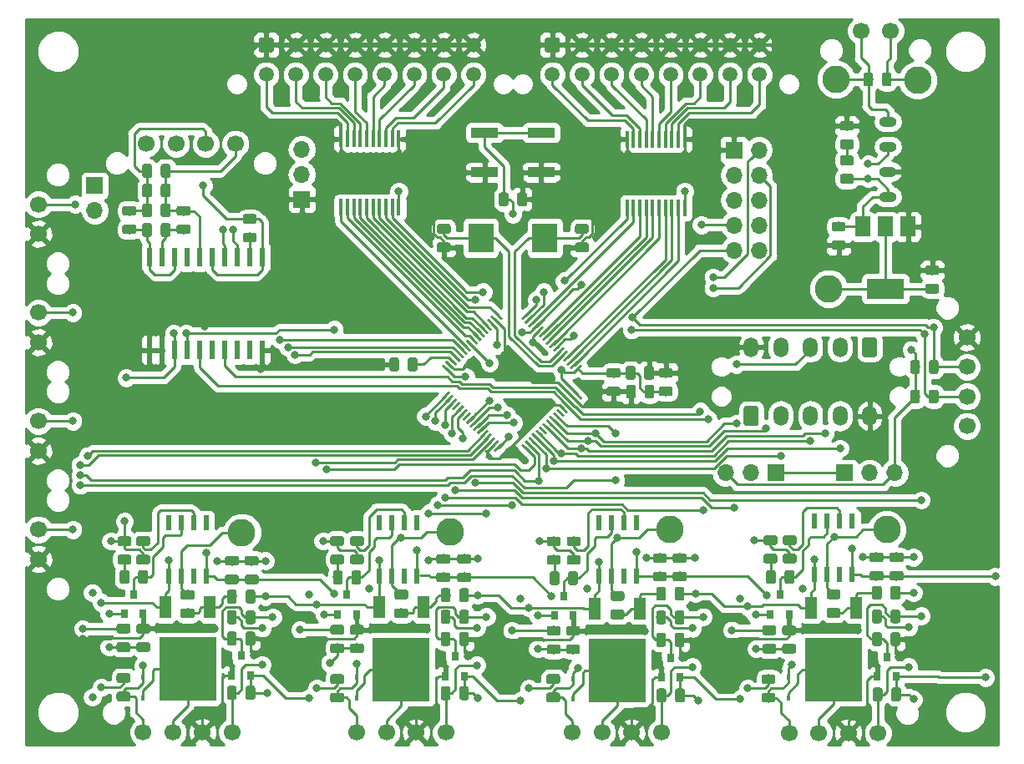
<source format=gbr>
G04 #@! TF.GenerationSoftware,KiCad,Pcbnew,(5.0.2)-1*
G04 #@! TF.CreationDate,2019-03-03T22:50:42-06:00*
G04 #@! TF.ProjectId,Dashboard,44617368-626f-4617-9264-2e6b69636164,rev?*
G04 #@! TF.SameCoordinates,Original*
G04 #@! TF.FileFunction,Copper,L1,Top*
G04 #@! TF.FilePolarity,Positive*
%FSLAX46Y46*%
G04 Gerber Fmt 4.6, Leading zero omitted, Abs format (unit mm)*
G04 Created by KiCad (PCBNEW (5.0.2)-1) date 3/3/2019 10:50:42 PM*
%MOMM*%
%LPD*%
G01*
G04 APERTURE LIST*
G04 #@! TA.AperFunction,SMDPad,CuDef*
%ADD10C,0.250000*%
G04 #@! TD*
G04 #@! TA.AperFunction,Conductor*
%ADD11C,0.100000*%
G04 #@! TD*
G04 #@! TA.AperFunction,ComponentPad*
%ADD12C,1.500000*%
G04 #@! TD*
G04 #@! TA.AperFunction,SMDPad,CuDef*
%ADD13R,0.431800X1.651000*%
G04 #@! TD*
G04 #@! TA.AperFunction,SMDPad,CuDef*
%ADD14C,0.975000*%
G04 #@! TD*
G04 #@! TA.AperFunction,SMDPad,CuDef*
%ADD15R,0.450000X0.600000*%
G04 #@! TD*
G04 #@! TA.AperFunction,ComponentPad*
%ADD16R,1.700000X1.700000*%
G04 #@! TD*
G04 #@! TA.AperFunction,ComponentPad*
%ADD17O,1.700000X1.700000*%
G04 #@! TD*
G04 #@! TA.AperFunction,ComponentPad*
%ADD18C,1.700000*%
G04 #@! TD*
G04 #@! TA.AperFunction,ComponentPad*
%ADD19O,1.500000X2.000000*%
G04 #@! TD*
G04 #@! TA.AperFunction,SMDPad,CuDef*
%ADD20R,0.800000X0.900000*%
G04 #@! TD*
G04 #@! TA.AperFunction,SMDPad,CuDef*
%ADD21R,1.200000X2.200000*%
G04 #@! TD*
G04 #@! TA.AperFunction,SMDPad,CuDef*
%ADD22R,5.800000X6.400000*%
G04 #@! TD*
G04 #@! TA.AperFunction,SMDPad,CuDef*
%ADD23R,2.750000X1.000000*%
G04 #@! TD*
G04 #@! TA.AperFunction,ComponentPad*
%ADD24C,2.800000*%
G04 #@! TD*
G04 #@! TA.AperFunction,ComponentPad*
%ADD25O,1.800000X1.000000*%
G04 #@! TD*
G04 #@! TA.AperFunction,SMDPad,CuDef*
%ADD26R,3.800000X2.000000*%
G04 #@! TD*
G04 #@! TA.AperFunction,SMDPad,CuDef*
%ADD27R,1.500000X2.000000*%
G04 #@! TD*
G04 #@! TA.AperFunction,SMDPad,CuDef*
%ADD28R,0.600000X1.950000*%
G04 #@! TD*
G04 #@! TA.AperFunction,SMDPad,CuDef*
%ADD29R,0.600000X1.550000*%
G04 #@! TD*
G04 #@! TA.AperFunction,SMDPad,CuDef*
%ADD30R,2.500000X3.000000*%
G04 #@! TD*
G04 #@! TA.AperFunction,ViaPad*
%ADD31C,0.800000*%
G04 #@! TD*
G04 #@! TA.AperFunction,Conductor*
%ADD32C,0.375000*%
G04 #@! TD*
G04 #@! TA.AperFunction,Conductor*
%ADD33C,0.250000*%
G04 #@! TD*
G04 #@! TA.AperFunction,Conductor*
%ADD34C,0.500000*%
G04 #@! TD*
G04 #@! TA.AperFunction,Conductor*
%ADD35C,0.254000*%
G04 #@! TD*
G04 APERTURE END LIST*
D10*
G04 #@! TO.P,U1,1*
G04 #@! TO.N,+3V3*
X176682159Y-86121142D03*
D11*
G04 #@! TD*
G04 #@! TO.N,+3V3*
G04 #@! TO.C,U1*
G36*
X176947324Y-85679200D02*
X177124101Y-85855977D01*
X176416994Y-86563084D01*
X176240217Y-86386307D01*
X176947324Y-85679200D01*
X176947324Y-85679200D01*
G37*
D10*
G04 #@! TO.P,U1,2*
G04 #@! TO.N,/cruise*
X176328606Y-85767588D03*
D11*
G04 #@! TD*
G04 #@! TO.N,/cruise*
G04 #@! TO.C,U1*
G36*
X176593771Y-85325646D02*
X176770548Y-85502423D01*
X176063441Y-86209530D01*
X175886664Y-86032753D01*
X176593771Y-85325646D01*
X176593771Y-85325646D01*
G37*
D10*
G04 #@! TO.P,U1,3*
G04 #@! TO.N,/set-cancel*
X175975052Y-85414035D03*
D11*
G04 #@! TD*
G04 #@! TO.N,/set-cancel*
G04 #@! TO.C,U1*
G36*
X176240217Y-84972093D02*
X176416994Y-85148870D01*
X175709887Y-85855977D01*
X175533110Y-85679200D01*
X176240217Y-84972093D01*
X176240217Y-84972093D01*
G37*
D10*
G04 #@! TO.P,U1,4*
G04 #@! TO.N,/increase*
X175621499Y-85060482D03*
D11*
G04 #@! TD*
G04 #@! TO.N,/increase*
G04 #@! TO.C,U1*
G36*
X175886664Y-84618540D02*
X176063441Y-84795317D01*
X175356334Y-85502424D01*
X175179557Y-85325647D01*
X175886664Y-84618540D01*
X175886664Y-84618540D01*
G37*
D10*
G04 #@! TO.P,U1,5*
G04 #@! TO.N,/OSC_IN*
X175267946Y-84706928D03*
D11*
G04 #@! TD*
G04 #@! TO.N,/OSC_IN*
G04 #@! TO.C,U1*
G36*
X175533111Y-84264986D02*
X175709888Y-84441763D01*
X175002781Y-85148870D01*
X174826004Y-84972093D01*
X175533111Y-84264986D01*
X175533111Y-84264986D01*
G37*
D10*
G04 #@! TO.P,U1,6*
G04 #@! TO.N,/OSC_OUT*
X174914392Y-84353375D03*
D11*
G04 #@! TD*
G04 #@! TO.N,/OSC_OUT*
G04 #@! TO.C,U1*
G36*
X175179557Y-83911433D02*
X175356334Y-84088210D01*
X174649227Y-84795317D01*
X174472450Y-84618540D01*
X175179557Y-83911433D01*
X175179557Y-83911433D01*
G37*
D10*
G04 #@! TO.P,U1,7*
G04 #@! TO.N,/NRST*
X174560839Y-83999821D03*
D11*
G04 #@! TD*
G04 #@! TO.N,/NRST*
G04 #@! TO.C,U1*
G36*
X174826004Y-83557879D02*
X175002781Y-83734656D01*
X174295674Y-84441763D01*
X174118897Y-84264986D01*
X174826004Y-83557879D01*
X174826004Y-83557879D01*
G37*
D10*
G04 #@! TO.P,U1,8*
G04 #@! TO.N,/decrease*
X174207285Y-83646268D03*
D11*
G04 #@! TD*
G04 #@! TO.N,/decrease*
G04 #@! TO.C,U1*
G36*
X174472450Y-83204326D02*
X174649227Y-83381103D01*
X173942120Y-84088210D01*
X173765343Y-83911433D01*
X174472450Y-83204326D01*
X174472450Y-83204326D01*
G37*
D10*
G04 #@! TO.P,U1,9*
G04 #@! TO.N,/brake*
X173853732Y-83292715D03*
D11*
G04 #@! TD*
G04 #@! TO.N,/brake*
G04 #@! TO.C,U1*
G36*
X174118897Y-82850773D02*
X174295674Y-83027550D01*
X173588567Y-83734657D01*
X173411790Y-83557880D01*
X174118897Y-82850773D01*
X174118897Y-82850773D01*
G37*
D10*
G04 #@! TO.P,U1,10*
G04 #@! TO.N,/left*
X173500179Y-82939161D03*
D11*
G04 #@! TD*
G04 #@! TO.N,/left*
G04 #@! TO.C,U1*
G36*
X173765344Y-82497219D02*
X173942121Y-82673996D01*
X173235014Y-83381103D01*
X173058237Y-83204326D01*
X173765344Y-82497219D01*
X173765344Y-82497219D01*
G37*
D10*
G04 #@! TO.P,U1,11*
G04 #@! TO.N,/right*
X173146625Y-82585608D03*
D11*
G04 #@! TD*
G04 #@! TO.N,/right*
G04 #@! TO.C,U1*
G36*
X173411790Y-82143666D02*
X173588567Y-82320443D01*
X172881460Y-83027550D01*
X172704683Y-82850773D01*
X173411790Y-82143666D01*
X173411790Y-82143666D01*
G37*
D10*
G04 #@! TO.P,U1,12*
G04 #@! TO.N,GND*
X172793072Y-82232054D03*
D11*
G04 #@! TD*
G04 #@! TO.N,GND*
G04 #@! TO.C,U1*
G36*
X173058237Y-81790112D02*
X173235014Y-81966889D01*
X172527907Y-82673996D01*
X172351130Y-82497219D01*
X173058237Y-81790112D01*
X173058237Y-81790112D01*
G37*
D10*
G04 #@! TO.P,U1,13*
G04 #@! TO.N,+3V3*
X172439518Y-81878501D03*
D11*
G04 #@! TD*
G04 #@! TO.N,+3V3*
G04 #@! TO.C,U1*
G36*
X172704683Y-81436559D02*
X172881460Y-81613336D01*
X172174353Y-82320443D01*
X171997576Y-82143666D01*
X172704683Y-81436559D01*
X172704683Y-81436559D01*
G37*
D10*
G04 #@! TO.P,U1,14*
G04 #@! TO.N,/regen*
X172085965Y-81524948D03*
D11*
G04 #@! TD*
G04 #@! TO.N,/regen*
G04 #@! TO.C,U1*
G36*
X172351130Y-81083006D02*
X172527907Y-81259783D01*
X171820800Y-81966890D01*
X171644023Y-81790113D01*
X172351130Y-81083006D01*
X172351130Y-81083006D01*
G37*
D10*
G04 #@! TO.P,U1,15*
G04 #@! TO.N,/bps*
X171732412Y-81171394D03*
D11*
G04 #@! TD*
G04 #@! TO.N,/bps*
G04 #@! TO.C,U1*
G36*
X171997577Y-80729452D02*
X172174354Y-80906229D01*
X171467247Y-81613336D01*
X171290470Y-81436559D01*
X171997577Y-80729452D01*
X171997577Y-80729452D01*
G37*
D10*
G04 #@! TO.P,U1,16*
G04 #@! TO.N,/motor*
X171378858Y-80817841D03*
D11*
G04 #@! TD*
G04 #@! TO.N,/motor*
G04 #@! TO.C,U1*
G36*
X171644023Y-80375899D02*
X171820800Y-80552676D01*
X171113693Y-81259783D01*
X170936916Y-81083006D01*
X171644023Y-80375899D01*
X171644023Y-80375899D01*
G37*
D10*
G04 #@! TO.P,U1,17*
G04 #@! TO.N,/array*
X168621142Y-80817841D03*
D11*
G04 #@! TD*
G04 #@! TO.N,/array*
G04 #@! TO.C,U1*
G36*
X168179200Y-80552676D02*
X168355977Y-80375899D01*
X169063084Y-81083006D01*
X168886307Y-81259783D01*
X168179200Y-80552676D01*
X168179200Y-80552676D01*
G37*
D10*
G04 #@! TO.P,U1,18*
G04 #@! TO.N,GND*
X168267588Y-81171394D03*
D11*
G04 #@! TD*
G04 #@! TO.N,GND*
G04 #@! TO.C,U1*
G36*
X167825646Y-80906229D02*
X168002423Y-80729452D01*
X168709530Y-81436559D01*
X168532753Y-81613336D01*
X167825646Y-80906229D01*
X167825646Y-80906229D01*
G37*
D10*
G04 #@! TO.P,U1,19*
G04 #@! TO.N,+3V3*
X167914035Y-81524948D03*
D11*
G04 #@! TD*
G04 #@! TO.N,+3V3*
G04 #@! TO.C,U1*
G36*
X167472093Y-81259783D02*
X167648870Y-81083006D01*
X168355977Y-81790113D01*
X168179200Y-81966890D01*
X167472093Y-81259783D01*
X167472093Y-81259783D01*
G37*
D10*
G04 #@! TO.P,U1,20*
G04 #@! TO.N,/reverse*
X167560482Y-81878501D03*
D11*
G04 #@! TD*
G04 #@! TO.N,/reverse*
G04 #@! TO.C,U1*
G36*
X167118540Y-81613336D02*
X167295317Y-81436559D01*
X168002424Y-82143666D01*
X167825647Y-82320443D01*
X167118540Y-81613336D01*
X167118540Y-81613336D01*
G37*
D10*
G04 #@! TO.P,U1,21*
G04 #@! TO.N,/hazard*
X167206928Y-82232054D03*
D11*
G04 #@! TD*
G04 #@! TO.N,/hazard*
G04 #@! TO.C,U1*
G36*
X166764986Y-81966889D02*
X166941763Y-81790112D01*
X167648870Y-82497219D01*
X167472093Y-82673996D01*
X166764986Y-81966889D01*
X166764986Y-81966889D01*
G37*
D10*
G04 #@! TO.P,U1,22*
G04 #@! TO.N,/xtra1*
X166853375Y-82585608D03*
D11*
G04 #@! TD*
G04 #@! TO.N,/xtra1*
G04 #@! TO.C,U1*
G36*
X166411433Y-82320443D02*
X166588210Y-82143666D01*
X167295317Y-82850773D01*
X167118540Y-83027550D01*
X166411433Y-82320443D01*
X166411433Y-82320443D01*
G37*
D10*
G04 #@! TO.P,U1,23*
G04 #@! TO.N,/xtra2*
X166499821Y-82939161D03*
D11*
G04 #@! TD*
G04 #@! TO.N,/xtra2*
G04 #@! TO.C,U1*
G36*
X166057879Y-82673996D02*
X166234656Y-82497219D01*
X166941763Y-83204326D01*
X166764986Y-83381103D01*
X166057879Y-82673996D01*
X166057879Y-82673996D01*
G37*
D10*
G04 #@! TO.P,U1,24*
G04 #@! TO.N,/xtra3*
X166146268Y-83292715D03*
D11*
G04 #@! TD*
G04 #@! TO.N,/xtra3*
G04 #@! TO.C,U1*
G36*
X165704326Y-83027550D02*
X165881103Y-82850773D01*
X166588210Y-83557880D01*
X166411433Y-83734657D01*
X165704326Y-83027550D01*
X165704326Y-83027550D01*
G37*
D10*
G04 #@! TO.P,U1,25*
G04 #@! TO.N,/chan1*
X165792715Y-83646268D03*
D11*
G04 #@! TD*
G04 #@! TO.N,/chan1*
G04 #@! TO.C,U1*
G36*
X165350773Y-83381103D02*
X165527550Y-83204326D01*
X166234657Y-83911433D01*
X166057880Y-84088210D01*
X165350773Y-83381103D01*
X165350773Y-83381103D01*
G37*
D10*
G04 #@! TO.P,U1,26*
G04 #@! TO.N,/chan2*
X165439161Y-83999821D03*
D11*
G04 #@! TD*
G04 #@! TO.N,/chan2*
G04 #@! TO.C,U1*
G36*
X164997219Y-83734656D02*
X165173996Y-83557879D01*
X165881103Y-84264986D01*
X165704326Y-84441763D01*
X164997219Y-83734656D01*
X164997219Y-83734656D01*
G37*
D10*
G04 #@! TO.P,U1,27*
G04 #@! TO.N,/MC1_EN*
X165085608Y-84353375D03*
D11*
G04 #@! TD*
G04 #@! TO.N,/MC1_EN*
G04 #@! TO.C,U1*
G36*
X164643666Y-84088210D02*
X164820443Y-83911433D01*
X165527550Y-84618540D01*
X165350773Y-84795317D01*
X164643666Y-84088210D01*
X164643666Y-84088210D01*
G37*
D10*
G04 #@! TO.P,U1,28*
G04 #@! TO.N,/MC1_CHECK*
X164732054Y-84706928D03*
D11*
G04 #@! TD*
G04 #@! TO.N,/MC1_CHECK*
G04 #@! TO.C,U1*
G36*
X164290112Y-84441763D02*
X164466889Y-84264986D01*
X165173996Y-84972093D01*
X164997219Y-85148870D01*
X164290112Y-84441763D01*
X164290112Y-84441763D01*
G37*
D10*
G04 #@! TO.P,U1,29*
G04 #@! TO.N,/MC2_EN*
X164378501Y-85060482D03*
D11*
G04 #@! TD*
G04 #@! TO.N,/MC2_EN*
G04 #@! TO.C,U1*
G36*
X163936559Y-84795317D02*
X164113336Y-84618540D01*
X164820443Y-85325647D01*
X164643666Y-85502424D01*
X163936559Y-84795317D01*
X163936559Y-84795317D01*
G37*
D10*
G04 #@! TO.P,U1,30*
G04 #@! TO.N,Net-(C2-Pad1)*
X164024948Y-85414035D03*
D11*
G04 #@! TD*
G04 #@! TO.N,Net-(C2-Pad1)*
G04 #@! TO.C,U1*
G36*
X163583006Y-85148870D02*
X163759783Y-84972093D01*
X164466890Y-85679200D01*
X164290113Y-85855977D01*
X163583006Y-85148870D01*
X163583006Y-85148870D01*
G37*
D10*
G04 #@! TO.P,U1,31*
G04 #@! TO.N,GND*
X163671394Y-85767588D03*
D11*
G04 #@! TD*
G04 #@! TO.N,GND*
G04 #@! TO.C,U1*
G36*
X163229452Y-85502423D02*
X163406229Y-85325646D01*
X164113336Y-86032753D01*
X163936559Y-86209530D01*
X163229452Y-85502423D01*
X163229452Y-85502423D01*
G37*
D10*
G04 #@! TO.P,U1,32*
G04 #@! TO.N,+3V3*
X163317841Y-86121142D03*
D11*
G04 #@! TD*
G04 #@! TO.N,+3V3*
G04 #@! TO.C,U1*
G36*
X162875899Y-85855977D02*
X163052676Y-85679200D01*
X163759783Y-86386307D01*
X163583006Y-86563084D01*
X162875899Y-85855977D01*
X162875899Y-85855977D01*
G37*
D10*
G04 #@! TO.P,U1,33*
G04 #@! TO.N,/MC2_CHECK*
X163317841Y-88878858D03*
D11*
G04 #@! TD*
G04 #@! TO.N,/MC2_CHECK*
G04 #@! TO.C,U1*
G36*
X163583006Y-88436916D02*
X163759783Y-88613693D01*
X163052676Y-89320800D01*
X162875899Y-89144023D01*
X163583006Y-88436916D01*
X163583006Y-88436916D01*
G37*
D10*
G04 #@! TO.P,U1,34*
G04 #@! TO.N,/AC1_EN*
X163671394Y-89232412D03*
D11*
G04 #@! TD*
G04 #@! TO.N,/AC1_EN*
G04 #@! TO.C,U1*
G36*
X163936559Y-88790470D02*
X164113336Y-88967247D01*
X163406229Y-89674354D01*
X163229452Y-89497577D01*
X163936559Y-88790470D01*
X163936559Y-88790470D01*
G37*
D10*
G04 #@! TO.P,U1,35*
G04 #@! TO.N,/AC1_CHECK*
X164024948Y-89585965D03*
D11*
G04 #@! TD*
G04 #@! TO.N,/AC1_CHECK*
G04 #@! TO.C,U1*
G36*
X164290113Y-89144023D02*
X164466890Y-89320800D01*
X163759783Y-90027907D01*
X163583006Y-89851130D01*
X164290113Y-89144023D01*
X164290113Y-89144023D01*
G37*
D10*
G04 #@! TO.P,U1,36*
G04 #@! TO.N,Net-(U1-Pad36)*
X164378501Y-89939518D03*
D11*
G04 #@! TD*
G04 #@! TO.N,Net-(U1-Pad36)*
G04 #@! TO.C,U1*
G36*
X164643666Y-89497576D02*
X164820443Y-89674353D01*
X164113336Y-90381460D01*
X163936559Y-90204683D01*
X164643666Y-89497576D01*
X164643666Y-89497576D01*
G37*
D10*
G04 #@! TO.P,U1,37*
G04 #@! TO.N,/AC2_EN*
X164732054Y-90293072D03*
D11*
G04 #@! TD*
G04 #@! TO.N,/AC2_EN*
G04 #@! TO.C,U1*
G36*
X164997219Y-89851130D02*
X165173996Y-90027907D01*
X164466889Y-90735014D01*
X164290112Y-90558237D01*
X164997219Y-89851130D01*
X164997219Y-89851130D01*
G37*
D10*
G04 #@! TO.P,U1,38*
G04 #@! TO.N,/AC2_CHECK*
X165085608Y-90646625D03*
D11*
G04 #@! TD*
G04 #@! TO.N,/AC2_CHECK*
G04 #@! TO.C,U1*
G36*
X165350773Y-90204683D02*
X165527550Y-90381460D01*
X164820443Y-91088567D01*
X164643666Y-90911790D01*
X165350773Y-90204683D01*
X165350773Y-90204683D01*
G37*
D10*
G04 #@! TO.P,U1,39*
G04 #@! TO.N,Net-(U1-Pad39)*
X165439161Y-91000179D03*
D11*
G04 #@! TD*
G04 #@! TO.N,Net-(U1-Pad39)*
G04 #@! TO.C,U1*
G36*
X165704326Y-90558237D02*
X165881103Y-90735014D01*
X165173996Y-91442121D01*
X164997219Y-91265344D01*
X165704326Y-90558237D01*
X165704326Y-90558237D01*
G37*
D10*
G04 #@! TO.P,U1,40*
G04 #@! TO.N,/I2C3_SDA*
X165792715Y-91353732D03*
D11*
G04 #@! TD*
G04 #@! TO.N,/I2C3_SDA*
G04 #@! TO.C,U1*
G36*
X166057880Y-90911790D02*
X166234657Y-91088567D01*
X165527550Y-91795674D01*
X165350773Y-91618897D01*
X166057880Y-90911790D01*
X166057880Y-90911790D01*
G37*
D10*
G04 #@! TO.P,U1,41*
G04 #@! TO.N,/I2C3_SCL*
X166146268Y-91707285D03*
D11*
G04 #@! TD*
G04 #@! TO.N,/I2C3_SCL*
G04 #@! TO.C,U1*
G36*
X166411433Y-91265343D02*
X166588210Y-91442120D01*
X165881103Y-92149227D01*
X165704326Y-91972450D01*
X166411433Y-91265343D01*
X166411433Y-91265343D01*
G37*
D10*
G04 #@! TO.P,U1,42*
G04 #@! TO.N,/UART1_TX*
X166499821Y-92060839D03*
D11*
G04 #@! TD*
G04 #@! TO.N,/UART1_TX*
G04 #@! TO.C,U1*
G36*
X166764986Y-91618897D02*
X166941763Y-91795674D01*
X166234656Y-92502781D01*
X166057879Y-92326004D01*
X166764986Y-91618897D01*
X166764986Y-91618897D01*
G37*
D10*
G04 #@! TO.P,U1,43*
G04 #@! TO.N,/UART1_RX*
X166853375Y-92414392D03*
D11*
G04 #@! TD*
G04 #@! TO.N,/UART1_RX*
G04 #@! TO.C,U1*
G36*
X167118540Y-91972450D02*
X167295317Y-92149227D01*
X166588210Y-92856334D01*
X166411433Y-92679557D01*
X167118540Y-91972450D01*
X167118540Y-91972450D01*
G37*
D10*
G04 #@! TO.P,U1,44*
G04 #@! TO.N,/Left_Signal*
X167206928Y-92767946D03*
D11*
G04 #@! TD*
G04 #@! TO.N,/Left_Signal*
G04 #@! TO.C,U1*
G36*
X167472093Y-92326004D02*
X167648870Y-92502781D01*
X166941763Y-93209888D01*
X166764986Y-93033111D01*
X167472093Y-92326004D01*
X167472093Y-92326004D01*
G37*
D10*
G04 #@! TO.P,U1,45*
G04 #@! TO.N,/Right_Signal*
X167560482Y-93121499D03*
D11*
G04 #@! TD*
G04 #@! TO.N,/Right_Signal*
G04 #@! TO.C,U1*
G36*
X167825647Y-92679557D02*
X168002424Y-92856334D01*
X167295317Y-93563441D01*
X167118540Y-93386664D01*
X167825647Y-92679557D01*
X167825647Y-92679557D01*
G37*
D10*
G04 #@! TO.P,U1,46*
G04 #@! TO.N,/SWDIO*
X167914035Y-93475052D03*
D11*
G04 #@! TD*
G04 #@! TO.N,/SWDIO*
G04 #@! TO.C,U1*
G36*
X168179200Y-93033110D02*
X168355977Y-93209887D01*
X167648870Y-93916994D01*
X167472093Y-93740217D01*
X168179200Y-93033110D01*
X168179200Y-93033110D01*
G37*
D10*
G04 #@! TO.P,U1,47*
G04 #@! TO.N,GND*
X168267588Y-93828606D03*
D11*
G04 #@! TD*
G04 #@! TO.N,GND*
G04 #@! TO.C,U1*
G36*
X168532753Y-93386664D02*
X168709530Y-93563441D01*
X168002423Y-94270548D01*
X167825646Y-94093771D01*
X168532753Y-93386664D01*
X168532753Y-93386664D01*
G37*
D10*
G04 #@! TO.P,U1,48*
G04 #@! TO.N,+3V3*
X168621142Y-94182159D03*
D11*
G04 #@! TD*
G04 #@! TO.N,+3V3*
G04 #@! TO.C,U1*
G36*
X168886307Y-93740217D02*
X169063084Y-93916994D01*
X168355977Y-94624101D01*
X168179200Y-94447324D01*
X168886307Y-93740217D01*
X168886307Y-93740217D01*
G37*
D10*
G04 #@! TO.P,U1,49*
G04 #@! TO.N,/SWCLK*
X171378858Y-94182159D03*
D11*
G04 #@! TD*
G04 #@! TO.N,/SWCLK*
G04 #@! TO.C,U1*
G36*
X170936916Y-93916994D02*
X171113693Y-93740217D01*
X171820800Y-94447324D01*
X171644023Y-94624101D01*
X170936916Y-93916994D01*
X170936916Y-93916994D01*
G37*
D10*
G04 #@! TO.P,U1,50*
G04 #@! TO.N,/Brake_Signal*
X171732412Y-93828606D03*
D11*
G04 #@! TD*
G04 #@! TO.N,/Brake_Signal*
G04 #@! TO.C,U1*
G36*
X171290470Y-93563441D02*
X171467247Y-93386664D01*
X172174354Y-94093771D01*
X171997577Y-94270548D01*
X171290470Y-93563441D01*
X171290470Y-93563441D01*
G37*
D10*
G04 #@! TO.P,U1,51*
G04 #@! TO.N,/SPI3_CLK*
X172085965Y-93475052D03*
D11*
G04 #@! TD*
G04 #@! TO.N,/SPI3_CLK*
G04 #@! TO.C,U1*
G36*
X171644023Y-93209887D02*
X171820800Y-93033110D01*
X172527907Y-93740217D01*
X172351130Y-93916994D01*
X171644023Y-93209887D01*
X171644023Y-93209887D01*
G37*
D10*
G04 #@! TO.P,U1,52*
G04 #@! TO.N,/SPI3_MISO*
X172439518Y-93121499D03*
D11*
G04 #@! TD*
G04 #@! TO.N,/SPI3_MISO*
G04 #@! TO.C,U1*
G36*
X171997576Y-92856334D02*
X172174353Y-92679557D01*
X172881460Y-93386664D01*
X172704683Y-93563441D01*
X171997576Y-92856334D01*
X171997576Y-92856334D01*
G37*
D10*
G04 #@! TO.P,U1,53*
G04 #@! TO.N,/SPI3_MOSI*
X172793072Y-92767946D03*
D11*
G04 #@! TD*
G04 #@! TO.N,/SPI3_MOSI*
G04 #@! TO.C,U1*
G36*
X172351130Y-92502781D02*
X172527907Y-92326004D01*
X173235014Y-93033111D01*
X173058237Y-93209888D01*
X172351130Y-92502781D01*
X172351130Y-92502781D01*
G37*
D10*
G04 #@! TO.P,U1,54*
G04 #@! TO.N,Net-(U1-Pad54)*
X173146625Y-92414392D03*
D11*
G04 #@! TD*
G04 #@! TO.N,Net-(U1-Pad54)*
G04 #@! TO.C,U1*
G36*
X172704683Y-92149227D02*
X172881460Y-91972450D01*
X173588567Y-92679557D01*
X173411790Y-92856334D01*
X172704683Y-92149227D01*
X172704683Y-92149227D01*
G37*
D10*
G04 #@! TO.P,U1,55*
G04 #@! TO.N,/SPI1_CLK*
X173500179Y-92060839D03*
D11*
G04 #@! TD*
G04 #@! TO.N,/SPI1_CLK*
G04 #@! TO.C,U1*
G36*
X173058237Y-91795674D02*
X173235014Y-91618897D01*
X173942121Y-92326004D01*
X173765344Y-92502781D01*
X173058237Y-91795674D01*
X173058237Y-91795674D01*
G37*
D10*
G04 #@! TO.P,U1,56*
G04 #@! TO.N,/SPI1_MISO*
X173853732Y-91707285D03*
D11*
G04 #@! TD*
G04 #@! TO.N,/SPI1_MISO*
G04 #@! TO.C,U1*
G36*
X173411790Y-91442120D02*
X173588567Y-91265343D01*
X174295674Y-91972450D01*
X174118897Y-92149227D01*
X173411790Y-91442120D01*
X173411790Y-91442120D01*
G37*
D10*
G04 #@! TO.P,U1,57*
G04 #@! TO.N,/SPI1_MOSI*
X174207285Y-91353732D03*
D11*
G04 #@! TD*
G04 #@! TO.N,/SPI1_MOSI*
G04 #@! TO.C,U1*
G36*
X173765343Y-91088567D02*
X173942120Y-90911790D01*
X174649227Y-91618897D01*
X174472450Y-91795674D01*
X173765343Y-91088567D01*
X173765343Y-91088567D01*
G37*
D10*
G04 #@! TO.P,U1,58*
G04 #@! TO.N,/Headlight*
X174560839Y-91000179D03*
D11*
G04 #@! TD*
G04 #@! TO.N,/Headlight*
G04 #@! TO.C,U1*
G36*
X174118897Y-90735014D02*
X174295674Y-90558237D01*
X175002781Y-91265344D01*
X174826004Y-91442121D01*
X174118897Y-90735014D01*
X174118897Y-90735014D01*
G37*
D10*
G04 #@! TO.P,U1,59*
G04 #@! TO.N,Net-(U1-Pad59)*
X174914392Y-90646625D03*
D11*
G04 #@! TD*
G04 #@! TO.N,Net-(U1-Pad59)*
G04 #@! TO.C,U1*
G36*
X174472450Y-90381460D02*
X174649227Y-90204683D01*
X175356334Y-90911790D01*
X175179557Y-91088567D01*
X174472450Y-90381460D01*
X174472450Y-90381460D01*
G37*
D10*
G04 #@! TO.P,U1,60*
G04 #@! TO.N,GND*
X175267946Y-90293072D03*
D11*
G04 #@! TD*
G04 #@! TO.N,GND*
G04 #@! TO.C,U1*
G36*
X174826004Y-90027907D02*
X175002781Y-89851130D01*
X175709888Y-90558237D01*
X175533111Y-90735014D01*
X174826004Y-90027907D01*
X174826004Y-90027907D01*
G37*
D10*
G04 #@! TO.P,U1,61*
G04 #@! TO.N,/CAN1_RX*
X175621499Y-89939518D03*
D11*
G04 #@! TD*
G04 #@! TO.N,/CAN1_RX*
G04 #@! TO.C,U1*
G36*
X175179557Y-89674353D02*
X175356334Y-89497576D01*
X176063441Y-90204683D01*
X175886664Y-90381460D01*
X175179557Y-89674353D01*
X175179557Y-89674353D01*
G37*
D10*
G04 #@! TO.P,U1,62*
G04 #@! TO.N,/CAN1_TX*
X175975052Y-89585965D03*
D11*
G04 #@! TD*
G04 #@! TO.N,/CAN1_TX*
G04 #@! TO.C,U1*
G36*
X175533110Y-89320800D02*
X175709887Y-89144023D01*
X176416994Y-89851130D01*
X176240217Y-90027907D01*
X175533110Y-89320800D01*
X175533110Y-89320800D01*
G37*
D10*
G04 #@! TO.P,U1,63*
G04 #@! TO.N,GND*
X176328606Y-89232412D03*
D11*
G04 #@! TD*
G04 #@! TO.N,GND*
G04 #@! TO.C,U1*
G36*
X175886664Y-88967247D02*
X176063441Y-88790470D01*
X176770548Y-89497577D01*
X176593771Y-89674354D01*
X175886664Y-88967247D01*
X175886664Y-88967247D01*
G37*
D10*
G04 #@! TO.P,U1,64*
G04 #@! TO.N,+3V3*
X176682159Y-88878858D03*
D11*
G04 #@! TD*
G04 #@! TO.N,+3V3*
G04 #@! TO.C,U1*
G36*
X176240217Y-88613693D02*
X176416994Y-88436916D01*
X177124101Y-89144023D01*
X176947324Y-89320800D01*
X176240217Y-88613693D01*
X176240217Y-88613693D01*
G37*
D12*
G04 #@! TO.P,J19,16*
G04 #@! TO.N,/cruise*
X195098325Y-56350437D03*
G04 #@! TO.P,J19,15*
G04 #@! TO.N,/set-cancel*
X192098325Y-56350437D03*
G04 #@! TO.P,J19,14*
G04 #@! TO.N,/increase*
X189098325Y-56350437D03*
G04 #@! TO.P,J19,13*
G04 #@! TO.N,/decrease*
X186098325Y-56350437D03*
G04 #@! TO.P,J19,12*
G04 #@! TO.N,/Switches/brakes*
X183098325Y-56350437D03*
G04 #@! TO.P,J19,11*
G04 #@! TO.N,/left*
X180098325Y-56350437D03*
G04 #@! TO.P,J19,10*
G04 #@! TO.N,/right*
X177098325Y-56350437D03*
G04 #@! TO.P,J19,9*
G04 #@! TO.N,/regen*
X174098325Y-56350437D03*
G04 #@! TO.P,J19,8*
G04 #@! TO.N,GND*
X195098325Y-53350437D03*
G04 #@! TO.P,J19,7*
X192098325Y-53350437D03*
G04 #@! TO.P,J19,6*
X189098325Y-53350437D03*
G04 #@! TO.P,J19,5*
X186098325Y-53350437D03*
G04 #@! TO.P,J19,4*
X183098325Y-53350437D03*
G04 #@! TO.P,J19,3*
X180098325Y-53350437D03*
G04 #@! TO.P,J19,2*
X177098325Y-53350437D03*
D11*
G04 #@! TD*
G04 #@! TO.N,GND*
G04 #@! TO.C,J19*
G36*
X174622829Y-52601641D02*
X174647098Y-52605241D01*
X174670896Y-52611202D01*
X174693996Y-52619467D01*
X174716174Y-52629957D01*
X174737218Y-52642570D01*
X174756923Y-52657184D01*
X174775102Y-52673660D01*
X174791578Y-52691839D01*
X174806192Y-52711544D01*
X174818805Y-52732588D01*
X174829295Y-52754766D01*
X174837560Y-52777866D01*
X174843521Y-52801664D01*
X174847121Y-52825933D01*
X174848325Y-52850437D01*
X174848325Y-53850437D01*
X174847121Y-53874941D01*
X174843521Y-53899210D01*
X174837560Y-53923008D01*
X174829295Y-53946108D01*
X174818805Y-53968286D01*
X174806192Y-53989330D01*
X174791578Y-54009035D01*
X174775102Y-54027214D01*
X174756923Y-54043690D01*
X174737218Y-54058304D01*
X174716174Y-54070917D01*
X174693996Y-54081407D01*
X174670896Y-54089672D01*
X174647098Y-54095633D01*
X174622829Y-54099233D01*
X174598325Y-54100437D01*
X173598325Y-54100437D01*
X173573821Y-54099233D01*
X173549552Y-54095633D01*
X173525754Y-54089672D01*
X173502654Y-54081407D01*
X173480476Y-54070917D01*
X173459432Y-54058304D01*
X173439727Y-54043690D01*
X173421548Y-54027214D01*
X173405072Y-54009035D01*
X173390458Y-53989330D01*
X173377845Y-53968286D01*
X173367355Y-53946108D01*
X173359090Y-53923008D01*
X173353129Y-53899210D01*
X173349529Y-53874941D01*
X173348325Y-53850437D01*
X173348325Y-52850437D01*
X173349529Y-52825933D01*
X173353129Y-52801664D01*
X173359090Y-52777866D01*
X173367355Y-52754766D01*
X173377845Y-52732588D01*
X173390458Y-52711544D01*
X173405072Y-52691839D01*
X173421548Y-52673660D01*
X173439727Y-52657184D01*
X173459432Y-52642570D01*
X173480476Y-52629957D01*
X173502654Y-52619467D01*
X173525754Y-52611202D01*
X173549552Y-52605241D01*
X173573821Y-52601641D01*
X173598325Y-52600437D01*
X174598325Y-52600437D01*
X174622829Y-52601641D01*
X174622829Y-52601641D01*
G37*
D12*
G04 #@! TO.P,J19,1*
G04 #@! TO.N,GND*
X174098325Y-53350437D03*
G04 #@! TD*
D13*
G04 #@! TO.P,U9,1*
G04 #@! TO.N,GND*
X158523325Y-62870637D03*
G04 #@! TO.P,U9,2*
G04 #@! TO.N,/bps*
X157873324Y-62870637D03*
G04 #@! TO.P,U9,3*
G04 #@! TO.N,/motor*
X157223326Y-62870637D03*
G04 #@! TO.P,U9,4*
G04 #@! TO.N,/array*
X156573324Y-62870637D03*
G04 #@! TO.P,U9,5*
G04 #@! TO.N,/reverse*
X155923326Y-62870637D03*
G04 #@! TO.P,U9,6*
G04 #@! TO.N,/Switches/xtra-switch1*
X155273327Y-62870637D03*
G04 #@! TO.P,U9,7*
G04 #@! TO.N,/Switches/xtra-switch2*
X154623326Y-62870637D03*
G04 #@! TO.P,U9,8*
G04 #@! TO.N,/Switches/xtra-switch3*
X153973327Y-62870637D03*
G04 #@! TO.P,U9,9*
G04 #@! TO.N,/Switches/xtra-switch4*
X153323326Y-62870637D03*
G04 #@! TO.P,U9,10*
G04 #@! TO.N,GND*
X152673327Y-62870637D03*
G04 #@! TO.P,U9,11*
G04 #@! TO.N,/chan2*
X152673325Y-69830237D03*
G04 #@! TO.P,U9,12*
G04 #@! TO.N,/xtra3*
X153323323Y-69830237D03*
G04 #@! TO.P,U9,13*
G04 #@! TO.N,/xtra2*
X153973324Y-69830237D03*
G04 #@! TO.P,U9,14*
G04 #@! TO.N,/xtra1*
X154623323Y-69830237D03*
G04 #@! TO.P,U9,15*
G04 #@! TO.N,/hazard*
X155273324Y-69830237D03*
G04 #@! TO.P,U9,16*
G04 #@! TO.N,/reverse*
X155923323Y-69830237D03*
G04 #@! TO.P,U9,17*
G04 #@! TO.N,/array*
X156573324Y-69830237D03*
G04 #@! TO.P,U9,18*
G04 #@! TO.N,/motor*
X157223323Y-69830237D03*
G04 #@! TO.P,U9,19*
G04 #@! TO.N,/bps*
X157873324Y-69830237D03*
G04 #@! TO.P,U9,20*
G04 #@! TO.N,+3V3*
X158523323Y-69830237D03*
G04 #@! TD*
D11*
G04 #@! TO.N,Net-(D6-Pad1)*
G04 #@! TO.C,D6*
G36*
X198405142Y-106601174D02*
X198428803Y-106604684D01*
X198452007Y-106610496D01*
X198474529Y-106618554D01*
X198496153Y-106628782D01*
X198516670Y-106641079D01*
X198535883Y-106655329D01*
X198553607Y-106671393D01*
X198569671Y-106689117D01*
X198583921Y-106708330D01*
X198596218Y-106728847D01*
X198606446Y-106750471D01*
X198614504Y-106772993D01*
X198620316Y-106796197D01*
X198623826Y-106819858D01*
X198625000Y-106843750D01*
X198625000Y-107756250D01*
X198623826Y-107780142D01*
X198620316Y-107803803D01*
X198614504Y-107827007D01*
X198606446Y-107849529D01*
X198596218Y-107871153D01*
X198583921Y-107891670D01*
X198569671Y-107910883D01*
X198553607Y-107928607D01*
X198535883Y-107944671D01*
X198516670Y-107958921D01*
X198496153Y-107971218D01*
X198474529Y-107981446D01*
X198452007Y-107989504D01*
X198428803Y-107995316D01*
X198405142Y-107998826D01*
X198381250Y-108000000D01*
X197893750Y-108000000D01*
X197869858Y-107998826D01*
X197846197Y-107995316D01*
X197822993Y-107989504D01*
X197800471Y-107981446D01*
X197778847Y-107971218D01*
X197758330Y-107958921D01*
X197739117Y-107944671D01*
X197721393Y-107928607D01*
X197705329Y-107910883D01*
X197691079Y-107891670D01*
X197678782Y-107871153D01*
X197668554Y-107849529D01*
X197660496Y-107827007D01*
X197654684Y-107803803D01*
X197651174Y-107780142D01*
X197650000Y-107756250D01*
X197650000Y-106843750D01*
X197651174Y-106819858D01*
X197654684Y-106796197D01*
X197660496Y-106772993D01*
X197668554Y-106750471D01*
X197678782Y-106728847D01*
X197691079Y-106708330D01*
X197705329Y-106689117D01*
X197721393Y-106671393D01*
X197739117Y-106655329D01*
X197758330Y-106641079D01*
X197778847Y-106628782D01*
X197800471Y-106618554D01*
X197822993Y-106610496D01*
X197846197Y-106604684D01*
X197869858Y-106601174D01*
X197893750Y-106600000D01*
X198381250Y-106600000D01*
X198405142Y-106601174D01*
X198405142Y-106601174D01*
G37*
D14*
G04 #@! TD*
G04 #@! TO.P,D6,1*
G04 #@! TO.N,Net-(D6-Pad1)*
X198137500Y-107300000D03*
D11*
G04 #@! TO.N,Net-(D6-Pad2)*
G04 #@! TO.C,D6*
G36*
X196530142Y-106601174D02*
X196553803Y-106604684D01*
X196577007Y-106610496D01*
X196599529Y-106618554D01*
X196621153Y-106628782D01*
X196641670Y-106641079D01*
X196660883Y-106655329D01*
X196678607Y-106671393D01*
X196694671Y-106689117D01*
X196708921Y-106708330D01*
X196721218Y-106728847D01*
X196731446Y-106750471D01*
X196739504Y-106772993D01*
X196745316Y-106796197D01*
X196748826Y-106819858D01*
X196750000Y-106843750D01*
X196750000Y-107756250D01*
X196748826Y-107780142D01*
X196745316Y-107803803D01*
X196739504Y-107827007D01*
X196731446Y-107849529D01*
X196721218Y-107871153D01*
X196708921Y-107891670D01*
X196694671Y-107910883D01*
X196678607Y-107928607D01*
X196660883Y-107944671D01*
X196641670Y-107958921D01*
X196621153Y-107971218D01*
X196599529Y-107981446D01*
X196577007Y-107989504D01*
X196553803Y-107995316D01*
X196530142Y-107998826D01*
X196506250Y-108000000D01*
X196018750Y-108000000D01*
X195994858Y-107998826D01*
X195971197Y-107995316D01*
X195947993Y-107989504D01*
X195925471Y-107981446D01*
X195903847Y-107971218D01*
X195883330Y-107958921D01*
X195864117Y-107944671D01*
X195846393Y-107928607D01*
X195830329Y-107910883D01*
X195816079Y-107891670D01*
X195803782Y-107871153D01*
X195793554Y-107849529D01*
X195785496Y-107827007D01*
X195779684Y-107803803D01*
X195776174Y-107780142D01*
X195775000Y-107756250D01*
X195775000Y-106843750D01*
X195776174Y-106819858D01*
X195779684Y-106796197D01*
X195785496Y-106772993D01*
X195793554Y-106750471D01*
X195803782Y-106728847D01*
X195816079Y-106708330D01*
X195830329Y-106689117D01*
X195846393Y-106671393D01*
X195864117Y-106655329D01*
X195883330Y-106641079D01*
X195903847Y-106628782D01*
X195925471Y-106618554D01*
X195947993Y-106610496D01*
X195971197Y-106604684D01*
X195994858Y-106601174D01*
X196018750Y-106600000D01*
X196506250Y-106600000D01*
X196530142Y-106601174D01*
X196530142Y-106601174D01*
G37*
D14*
G04 #@! TD*
G04 #@! TO.P,D6,2*
G04 #@! TO.N,Net-(D6-Pad2)*
X196262500Y-107300000D03*
D11*
G04 #@! TO.N,GND*
G04 #@! TO.C,C1*
G36*
X177578216Y-73381219D02*
X177601877Y-73384729D01*
X177625081Y-73390541D01*
X177647603Y-73398599D01*
X177669227Y-73408827D01*
X177689744Y-73421124D01*
X177708957Y-73435374D01*
X177726681Y-73451438D01*
X177742745Y-73469162D01*
X177756995Y-73488375D01*
X177769292Y-73508892D01*
X177779520Y-73530516D01*
X177787578Y-73553038D01*
X177793390Y-73576242D01*
X177796900Y-73599903D01*
X177798074Y-73623795D01*
X177798074Y-74111295D01*
X177796900Y-74135187D01*
X177793390Y-74158848D01*
X177787578Y-74182052D01*
X177779520Y-74204574D01*
X177769292Y-74226198D01*
X177756995Y-74246715D01*
X177742745Y-74265928D01*
X177726681Y-74283652D01*
X177708957Y-74299716D01*
X177689744Y-74313966D01*
X177669227Y-74326263D01*
X177647603Y-74336491D01*
X177625081Y-74344549D01*
X177601877Y-74350361D01*
X177578216Y-74353871D01*
X177554324Y-74355045D01*
X176641824Y-74355045D01*
X176617932Y-74353871D01*
X176594271Y-74350361D01*
X176571067Y-74344549D01*
X176548545Y-74336491D01*
X176526921Y-74326263D01*
X176506404Y-74313966D01*
X176487191Y-74299716D01*
X176469467Y-74283652D01*
X176453403Y-74265928D01*
X176439153Y-74246715D01*
X176426856Y-74226198D01*
X176416628Y-74204574D01*
X176408570Y-74182052D01*
X176402758Y-74158848D01*
X176399248Y-74135187D01*
X176398074Y-74111295D01*
X176398074Y-73623795D01*
X176399248Y-73599903D01*
X176402758Y-73576242D01*
X176408570Y-73553038D01*
X176416628Y-73530516D01*
X176426856Y-73508892D01*
X176439153Y-73488375D01*
X176453403Y-73469162D01*
X176469467Y-73451438D01*
X176487191Y-73435374D01*
X176506404Y-73421124D01*
X176526921Y-73408827D01*
X176548545Y-73398599D01*
X176571067Y-73390541D01*
X176594271Y-73384729D01*
X176617932Y-73381219D01*
X176641824Y-73380045D01*
X177554324Y-73380045D01*
X177578216Y-73381219D01*
X177578216Y-73381219D01*
G37*
D14*
G04 #@! TD*
G04 #@! TO.P,C1,2*
G04 #@! TO.N,GND*
X177098074Y-73867545D03*
D11*
G04 #@! TO.N,/OSC_OUT*
G04 #@! TO.C,C1*
G36*
X177578216Y-71506219D02*
X177601877Y-71509729D01*
X177625081Y-71515541D01*
X177647603Y-71523599D01*
X177669227Y-71533827D01*
X177689744Y-71546124D01*
X177708957Y-71560374D01*
X177726681Y-71576438D01*
X177742745Y-71594162D01*
X177756995Y-71613375D01*
X177769292Y-71633892D01*
X177779520Y-71655516D01*
X177787578Y-71678038D01*
X177793390Y-71701242D01*
X177796900Y-71724903D01*
X177798074Y-71748795D01*
X177798074Y-72236295D01*
X177796900Y-72260187D01*
X177793390Y-72283848D01*
X177787578Y-72307052D01*
X177779520Y-72329574D01*
X177769292Y-72351198D01*
X177756995Y-72371715D01*
X177742745Y-72390928D01*
X177726681Y-72408652D01*
X177708957Y-72424716D01*
X177689744Y-72438966D01*
X177669227Y-72451263D01*
X177647603Y-72461491D01*
X177625081Y-72469549D01*
X177601877Y-72475361D01*
X177578216Y-72478871D01*
X177554324Y-72480045D01*
X176641824Y-72480045D01*
X176617932Y-72478871D01*
X176594271Y-72475361D01*
X176571067Y-72469549D01*
X176548545Y-72461491D01*
X176526921Y-72451263D01*
X176506404Y-72438966D01*
X176487191Y-72424716D01*
X176469467Y-72408652D01*
X176453403Y-72390928D01*
X176439153Y-72371715D01*
X176426856Y-72351198D01*
X176416628Y-72329574D01*
X176408570Y-72307052D01*
X176402758Y-72283848D01*
X176399248Y-72260187D01*
X176398074Y-72236295D01*
X176398074Y-71748795D01*
X176399248Y-71724903D01*
X176402758Y-71701242D01*
X176408570Y-71678038D01*
X176416628Y-71655516D01*
X176426856Y-71633892D01*
X176439153Y-71613375D01*
X176453403Y-71594162D01*
X176469467Y-71576438D01*
X176487191Y-71560374D01*
X176506404Y-71546124D01*
X176526921Y-71533827D01*
X176548545Y-71523599D01*
X176571067Y-71515541D01*
X176594271Y-71509729D01*
X176617932Y-71506219D01*
X176641824Y-71505045D01*
X177554324Y-71505045D01*
X177578216Y-71506219D01*
X177578216Y-71506219D01*
G37*
D14*
G04 #@! TD*
G04 #@! TO.P,C1,1*
G04 #@! TO.N,/OSC_OUT*
X177098074Y-71992545D03*
D11*
G04 #@! TO.N,GND*
G04 #@! TO.C,C2*
G36*
X158330142Y-85051174D02*
X158353803Y-85054684D01*
X158377007Y-85060496D01*
X158399529Y-85068554D01*
X158421153Y-85078782D01*
X158441670Y-85091079D01*
X158460883Y-85105329D01*
X158478607Y-85121393D01*
X158494671Y-85139117D01*
X158508921Y-85158330D01*
X158521218Y-85178847D01*
X158531446Y-85200471D01*
X158539504Y-85222993D01*
X158545316Y-85246197D01*
X158548826Y-85269858D01*
X158550000Y-85293750D01*
X158550000Y-86206250D01*
X158548826Y-86230142D01*
X158545316Y-86253803D01*
X158539504Y-86277007D01*
X158531446Y-86299529D01*
X158521218Y-86321153D01*
X158508921Y-86341670D01*
X158494671Y-86360883D01*
X158478607Y-86378607D01*
X158460883Y-86394671D01*
X158441670Y-86408921D01*
X158421153Y-86421218D01*
X158399529Y-86431446D01*
X158377007Y-86439504D01*
X158353803Y-86445316D01*
X158330142Y-86448826D01*
X158306250Y-86450000D01*
X157818750Y-86450000D01*
X157794858Y-86448826D01*
X157771197Y-86445316D01*
X157747993Y-86439504D01*
X157725471Y-86431446D01*
X157703847Y-86421218D01*
X157683330Y-86408921D01*
X157664117Y-86394671D01*
X157646393Y-86378607D01*
X157630329Y-86360883D01*
X157616079Y-86341670D01*
X157603782Y-86321153D01*
X157593554Y-86299529D01*
X157585496Y-86277007D01*
X157579684Y-86253803D01*
X157576174Y-86230142D01*
X157575000Y-86206250D01*
X157575000Y-85293750D01*
X157576174Y-85269858D01*
X157579684Y-85246197D01*
X157585496Y-85222993D01*
X157593554Y-85200471D01*
X157603782Y-85178847D01*
X157616079Y-85158330D01*
X157630329Y-85139117D01*
X157646393Y-85121393D01*
X157664117Y-85105329D01*
X157683330Y-85091079D01*
X157703847Y-85078782D01*
X157725471Y-85068554D01*
X157747993Y-85060496D01*
X157771197Y-85054684D01*
X157794858Y-85051174D01*
X157818750Y-85050000D01*
X158306250Y-85050000D01*
X158330142Y-85051174D01*
X158330142Y-85051174D01*
G37*
D14*
G04 #@! TD*
G04 #@! TO.P,C2,2*
G04 #@! TO.N,GND*
X158062500Y-85750000D03*
D11*
G04 #@! TO.N,Net-(C2-Pad1)*
G04 #@! TO.C,C2*
G36*
X160205142Y-85051174D02*
X160228803Y-85054684D01*
X160252007Y-85060496D01*
X160274529Y-85068554D01*
X160296153Y-85078782D01*
X160316670Y-85091079D01*
X160335883Y-85105329D01*
X160353607Y-85121393D01*
X160369671Y-85139117D01*
X160383921Y-85158330D01*
X160396218Y-85178847D01*
X160406446Y-85200471D01*
X160414504Y-85222993D01*
X160420316Y-85246197D01*
X160423826Y-85269858D01*
X160425000Y-85293750D01*
X160425000Y-86206250D01*
X160423826Y-86230142D01*
X160420316Y-86253803D01*
X160414504Y-86277007D01*
X160406446Y-86299529D01*
X160396218Y-86321153D01*
X160383921Y-86341670D01*
X160369671Y-86360883D01*
X160353607Y-86378607D01*
X160335883Y-86394671D01*
X160316670Y-86408921D01*
X160296153Y-86421218D01*
X160274529Y-86431446D01*
X160252007Y-86439504D01*
X160228803Y-86445316D01*
X160205142Y-86448826D01*
X160181250Y-86450000D01*
X159693750Y-86450000D01*
X159669858Y-86448826D01*
X159646197Y-86445316D01*
X159622993Y-86439504D01*
X159600471Y-86431446D01*
X159578847Y-86421218D01*
X159558330Y-86408921D01*
X159539117Y-86394671D01*
X159521393Y-86378607D01*
X159505329Y-86360883D01*
X159491079Y-86341670D01*
X159478782Y-86321153D01*
X159468554Y-86299529D01*
X159460496Y-86277007D01*
X159454684Y-86253803D01*
X159451174Y-86230142D01*
X159450000Y-86206250D01*
X159450000Y-85293750D01*
X159451174Y-85269858D01*
X159454684Y-85246197D01*
X159460496Y-85222993D01*
X159468554Y-85200471D01*
X159478782Y-85178847D01*
X159491079Y-85158330D01*
X159505329Y-85139117D01*
X159521393Y-85121393D01*
X159539117Y-85105329D01*
X159558330Y-85091079D01*
X159578847Y-85078782D01*
X159600471Y-85068554D01*
X159622993Y-85060496D01*
X159646197Y-85054684D01*
X159669858Y-85051174D01*
X159693750Y-85050000D01*
X160181250Y-85050000D01*
X160205142Y-85051174D01*
X160205142Y-85051174D01*
G37*
D14*
G04 #@! TD*
G04 #@! TO.P,C2,1*
G04 #@! TO.N,Net-(C2-Pad1)*
X159937500Y-85750000D03*
D11*
G04 #@! TO.N,/OSC_IN*
G04 #@! TO.C,C3*
G36*
X163578216Y-71506219D02*
X163601877Y-71509729D01*
X163625081Y-71515541D01*
X163647603Y-71523599D01*
X163669227Y-71533827D01*
X163689744Y-71546124D01*
X163708957Y-71560374D01*
X163726681Y-71576438D01*
X163742745Y-71594162D01*
X163756995Y-71613375D01*
X163769292Y-71633892D01*
X163779520Y-71655516D01*
X163787578Y-71678038D01*
X163793390Y-71701242D01*
X163796900Y-71724903D01*
X163798074Y-71748795D01*
X163798074Y-72236295D01*
X163796900Y-72260187D01*
X163793390Y-72283848D01*
X163787578Y-72307052D01*
X163779520Y-72329574D01*
X163769292Y-72351198D01*
X163756995Y-72371715D01*
X163742745Y-72390928D01*
X163726681Y-72408652D01*
X163708957Y-72424716D01*
X163689744Y-72438966D01*
X163669227Y-72451263D01*
X163647603Y-72461491D01*
X163625081Y-72469549D01*
X163601877Y-72475361D01*
X163578216Y-72478871D01*
X163554324Y-72480045D01*
X162641824Y-72480045D01*
X162617932Y-72478871D01*
X162594271Y-72475361D01*
X162571067Y-72469549D01*
X162548545Y-72461491D01*
X162526921Y-72451263D01*
X162506404Y-72438966D01*
X162487191Y-72424716D01*
X162469467Y-72408652D01*
X162453403Y-72390928D01*
X162439153Y-72371715D01*
X162426856Y-72351198D01*
X162416628Y-72329574D01*
X162408570Y-72307052D01*
X162402758Y-72283848D01*
X162399248Y-72260187D01*
X162398074Y-72236295D01*
X162398074Y-71748795D01*
X162399248Y-71724903D01*
X162402758Y-71701242D01*
X162408570Y-71678038D01*
X162416628Y-71655516D01*
X162426856Y-71633892D01*
X162439153Y-71613375D01*
X162453403Y-71594162D01*
X162469467Y-71576438D01*
X162487191Y-71560374D01*
X162506404Y-71546124D01*
X162526921Y-71533827D01*
X162548545Y-71523599D01*
X162571067Y-71515541D01*
X162594271Y-71509729D01*
X162617932Y-71506219D01*
X162641824Y-71505045D01*
X163554324Y-71505045D01*
X163578216Y-71506219D01*
X163578216Y-71506219D01*
G37*
D14*
G04 #@! TD*
G04 #@! TO.P,C3,1*
G04 #@! TO.N,/OSC_IN*
X163098074Y-71992545D03*
D11*
G04 #@! TO.N,GND*
G04 #@! TO.C,C3*
G36*
X163578216Y-73381219D02*
X163601877Y-73384729D01*
X163625081Y-73390541D01*
X163647603Y-73398599D01*
X163669227Y-73408827D01*
X163689744Y-73421124D01*
X163708957Y-73435374D01*
X163726681Y-73451438D01*
X163742745Y-73469162D01*
X163756995Y-73488375D01*
X163769292Y-73508892D01*
X163779520Y-73530516D01*
X163787578Y-73553038D01*
X163793390Y-73576242D01*
X163796900Y-73599903D01*
X163798074Y-73623795D01*
X163798074Y-74111295D01*
X163796900Y-74135187D01*
X163793390Y-74158848D01*
X163787578Y-74182052D01*
X163779520Y-74204574D01*
X163769292Y-74226198D01*
X163756995Y-74246715D01*
X163742745Y-74265928D01*
X163726681Y-74283652D01*
X163708957Y-74299716D01*
X163689744Y-74313966D01*
X163669227Y-74326263D01*
X163647603Y-74336491D01*
X163625081Y-74344549D01*
X163601877Y-74350361D01*
X163578216Y-74353871D01*
X163554324Y-74355045D01*
X162641824Y-74355045D01*
X162617932Y-74353871D01*
X162594271Y-74350361D01*
X162571067Y-74344549D01*
X162548545Y-74336491D01*
X162526921Y-74326263D01*
X162506404Y-74313966D01*
X162487191Y-74299716D01*
X162469467Y-74283652D01*
X162453403Y-74265928D01*
X162439153Y-74246715D01*
X162426856Y-74226198D01*
X162416628Y-74204574D01*
X162408570Y-74182052D01*
X162402758Y-74158848D01*
X162399248Y-74135187D01*
X162398074Y-74111295D01*
X162398074Y-73623795D01*
X162399248Y-73599903D01*
X162402758Y-73576242D01*
X162408570Y-73553038D01*
X162416628Y-73530516D01*
X162426856Y-73508892D01*
X162439153Y-73488375D01*
X162453403Y-73469162D01*
X162469467Y-73451438D01*
X162487191Y-73435374D01*
X162506404Y-73421124D01*
X162526921Y-73408827D01*
X162548545Y-73398599D01*
X162571067Y-73390541D01*
X162594271Y-73384729D01*
X162617932Y-73381219D01*
X162641824Y-73380045D01*
X163554324Y-73380045D01*
X163578216Y-73381219D01*
X163578216Y-73381219D01*
G37*
D14*
G04 #@! TD*
G04 #@! TO.P,C3,2*
G04 #@! TO.N,GND*
X163098074Y-73867545D03*
D11*
G04 #@! TO.N,GND*
G04 #@! TO.C,C8*
G36*
X184175142Y-85901174D02*
X184198803Y-85904684D01*
X184222007Y-85910496D01*
X184244529Y-85918554D01*
X184266153Y-85928782D01*
X184286670Y-85941079D01*
X184305883Y-85955329D01*
X184323607Y-85971393D01*
X184339671Y-85989117D01*
X184353921Y-86008330D01*
X184366218Y-86028847D01*
X184376446Y-86050471D01*
X184384504Y-86072993D01*
X184390316Y-86096197D01*
X184393826Y-86119858D01*
X184395000Y-86143750D01*
X184395000Y-87056250D01*
X184393826Y-87080142D01*
X184390316Y-87103803D01*
X184384504Y-87127007D01*
X184376446Y-87149529D01*
X184366218Y-87171153D01*
X184353921Y-87191670D01*
X184339671Y-87210883D01*
X184323607Y-87228607D01*
X184305883Y-87244671D01*
X184286670Y-87258921D01*
X184266153Y-87271218D01*
X184244529Y-87281446D01*
X184222007Y-87289504D01*
X184198803Y-87295316D01*
X184175142Y-87298826D01*
X184151250Y-87300000D01*
X183663750Y-87300000D01*
X183639858Y-87298826D01*
X183616197Y-87295316D01*
X183592993Y-87289504D01*
X183570471Y-87281446D01*
X183548847Y-87271218D01*
X183528330Y-87258921D01*
X183509117Y-87244671D01*
X183491393Y-87228607D01*
X183475329Y-87210883D01*
X183461079Y-87191670D01*
X183448782Y-87171153D01*
X183438554Y-87149529D01*
X183430496Y-87127007D01*
X183424684Y-87103803D01*
X183421174Y-87080142D01*
X183420000Y-87056250D01*
X183420000Y-86143750D01*
X183421174Y-86119858D01*
X183424684Y-86096197D01*
X183430496Y-86072993D01*
X183438554Y-86050471D01*
X183448782Y-86028847D01*
X183461079Y-86008330D01*
X183475329Y-85989117D01*
X183491393Y-85971393D01*
X183509117Y-85955329D01*
X183528330Y-85941079D01*
X183548847Y-85928782D01*
X183570471Y-85918554D01*
X183592993Y-85910496D01*
X183616197Y-85904684D01*
X183639858Y-85901174D01*
X183663750Y-85900000D01*
X184151250Y-85900000D01*
X184175142Y-85901174D01*
X184175142Y-85901174D01*
G37*
D14*
G04 #@! TD*
G04 #@! TO.P,C8,2*
G04 #@! TO.N,GND*
X183907500Y-86600000D03*
D11*
G04 #@! TO.N,+3V3*
G04 #@! TO.C,C8*
G36*
X182300142Y-85901174D02*
X182323803Y-85904684D01*
X182347007Y-85910496D01*
X182369529Y-85918554D01*
X182391153Y-85928782D01*
X182411670Y-85941079D01*
X182430883Y-85955329D01*
X182448607Y-85971393D01*
X182464671Y-85989117D01*
X182478921Y-86008330D01*
X182491218Y-86028847D01*
X182501446Y-86050471D01*
X182509504Y-86072993D01*
X182515316Y-86096197D01*
X182518826Y-86119858D01*
X182520000Y-86143750D01*
X182520000Y-87056250D01*
X182518826Y-87080142D01*
X182515316Y-87103803D01*
X182509504Y-87127007D01*
X182501446Y-87149529D01*
X182491218Y-87171153D01*
X182478921Y-87191670D01*
X182464671Y-87210883D01*
X182448607Y-87228607D01*
X182430883Y-87244671D01*
X182411670Y-87258921D01*
X182391153Y-87271218D01*
X182369529Y-87281446D01*
X182347007Y-87289504D01*
X182323803Y-87295316D01*
X182300142Y-87298826D01*
X182276250Y-87300000D01*
X181788750Y-87300000D01*
X181764858Y-87298826D01*
X181741197Y-87295316D01*
X181717993Y-87289504D01*
X181695471Y-87281446D01*
X181673847Y-87271218D01*
X181653330Y-87258921D01*
X181634117Y-87244671D01*
X181616393Y-87228607D01*
X181600329Y-87210883D01*
X181586079Y-87191670D01*
X181573782Y-87171153D01*
X181563554Y-87149529D01*
X181555496Y-87127007D01*
X181549684Y-87103803D01*
X181546174Y-87080142D01*
X181545000Y-87056250D01*
X181545000Y-86143750D01*
X181546174Y-86119858D01*
X181549684Y-86096197D01*
X181555496Y-86072993D01*
X181563554Y-86050471D01*
X181573782Y-86028847D01*
X181586079Y-86008330D01*
X181600329Y-85989117D01*
X181616393Y-85971393D01*
X181634117Y-85955329D01*
X181653330Y-85941079D01*
X181673847Y-85928782D01*
X181695471Y-85918554D01*
X181717993Y-85910496D01*
X181741197Y-85904684D01*
X181764858Y-85901174D01*
X181788750Y-85900000D01*
X182276250Y-85900000D01*
X182300142Y-85901174D01*
X182300142Y-85901174D01*
G37*
D14*
G04 #@! TD*
G04 #@! TO.P,C8,1*
G04 #@! TO.N,+3V3*
X182032500Y-86600000D03*
D11*
G04 #@! TO.N,GND*
G04 #@! TO.C,C10*
G36*
X186080142Y-86113674D02*
X186103803Y-86117184D01*
X186127007Y-86122996D01*
X186149529Y-86131054D01*
X186171153Y-86141282D01*
X186191670Y-86153579D01*
X186210883Y-86167829D01*
X186228607Y-86183893D01*
X186244671Y-86201617D01*
X186258921Y-86220830D01*
X186271218Y-86241347D01*
X186281446Y-86262971D01*
X186289504Y-86285493D01*
X186295316Y-86308697D01*
X186298826Y-86332358D01*
X186300000Y-86356250D01*
X186300000Y-86843750D01*
X186298826Y-86867642D01*
X186295316Y-86891303D01*
X186289504Y-86914507D01*
X186281446Y-86937029D01*
X186271218Y-86958653D01*
X186258921Y-86979170D01*
X186244671Y-86998383D01*
X186228607Y-87016107D01*
X186210883Y-87032171D01*
X186191670Y-87046421D01*
X186171153Y-87058718D01*
X186149529Y-87068946D01*
X186127007Y-87077004D01*
X186103803Y-87082816D01*
X186080142Y-87086326D01*
X186056250Y-87087500D01*
X185143750Y-87087500D01*
X185119858Y-87086326D01*
X185096197Y-87082816D01*
X185072993Y-87077004D01*
X185050471Y-87068946D01*
X185028847Y-87058718D01*
X185008330Y-87046421D01*
X184989117Y-87032171D01*
X184971393Y-87016107D01*
X184955329Y-86998383D01*
X184941079Y-86979170D01*
X184928782Y-86958653D01*
X184918554Y-86937029D01*
X184910496Y-86914507D01*
X184904684Y-86891303D01*
X184901174Y-86867642D01*
X184900000Y-86843750D01*
X184900000Y-86356250D01*
X184901174Y-86332358D01*
X184904684Y-86308697D01*
X184910496Y-86285493D01*
X184918554Y-86262971D01*
X184928782Y-86241347D01*
X184941079Y-86220830D01*
X184955329Y-86201617D01*
X184971393Y-86183893D01*
X184989117Y-86167829D01*
X185008330Y-86153579D01*
X185028847Y-86141282D01*
X185050471Y-86131054D01*
X185072993Y-86122996D01*
X185096197Y-86117184D01*
X185119858Y-86113674D01*
X185143750Y-86112500D01*
X186056250Y-86112500D01*
X186080142Y-86113674D01*
X186080142Y-86113674D01*
G37*
D14*
G04 #@! TD*
G04 #@! TO.P,C10,2*
G04 #@! TO.N,GND*
X185600000Y-86600000D03*
D11*
G04 #@! TO.N,+3V3*
G04 #@! TO.C,C10*
G36*
X186080142Y-87988674D02*
X186103803Y-87992184D01*
X186127007Y-87997996D01*
X186149529Y-88006054D01*
X186171153Y-88016282D01*
X186191670Y-88028579D01*
X186210883Y-88042829D01*
X186228607Y-88058893D01*
X186244671Y-88076617D01*
X186258921Y-88095830D01*
X186271218Y-88116347D01*
X186281446Y-88137971D01*
X186289504Y-88160493D01*
X186295316Y-88183697D01*
X186298826Y-88207358D01*
X186300000Y-88231250D01*
X186300000Y-88718750D01*
X186298826Y-88742642D01*
X186295316Y-88766303D01*
X186289504Y-88789507D01*
X186281446Y-88812029D01*
X186271218Y-88833653D01*
X186258921Y-88854170D01*
X186244671Y-88873383D01*
X186228607Y-88891107D01*
X186210883Y-88907171D01*
X186191670Y-88921421D01*
X186171153Y-88933718D01*
X186149529Y-88943946D01*
X186127007Y-88952004D01*
X186103803Y-88957816D01*
X186080142Y-88961326D01*
X186056250Y-88962500D01*
X185143750Y-88962500D01*
X185119858Y-88961326D01*
X185096197Y-88957816D01*
X185072993Y-88952004D01*
X185050471Y-88943946D01*
X185028847Y-88933718D01*
X185008330Y-88921421D01*
X184989117Y-88907171D01*
X184971393Y-88891107D01*
X184955329Y-88873383D01*
X184941079Y-88854170D01*
X184928782Y-88833653D01*
X184918554Y-88812029D01*
X184910496Y-88789507D01*
X184904684Y-88766303D01*
X184901174Y-88742642D01*
X184900000Y-88718750D01*
X184900000Y-88231250D01*
X184901174Y-88207358D01*
X184904684Y-88183697D01*
X184910496Y-88160493D01*
X184918554Y-88137971D01*
X184928782Y-88116347D01*
X184941079Y-88095830D01*
X184955329Y-88076617D01*
X184971393Y-88058893D01*
X184989117Y-88042829D01*
X185008330Y-88028579D01*
X185028847Y-88016282D01*
X185050471Y-88006054D01*
X185072993Y-87997996D01*
X185096197Y-87992184D01*
X185119858Y-87988674D01*
X185143750Y-87987500D01*
X186056250Y-87987500D01*
X186080142Y-87988674D01*
X186080142Y-87988674D01*
G37*
D14*
G04 #@! TD*
G04 #@! TO.P,C10,1*
G04 #@! TO.N,+3V3*
X185600000Y-88475000D03*
D11*
G04 #@! TO.N,/NRST*
G04 #@! TO.C,C11*
G36*
X169430142Y-68301174D02*
X169453803Y-68304684D01*
X169477007Y-68310496D01*
X169499529Y-68318554D01*
X169521153Y-68328782D01*
X169541670Y-68341079D01*
X169560883Y-68355329D01*
X169578607Y-68371393D01*
X169594671Y-68389117D01*
X169608921Y-68408330D01*
X169621218Y-68428847D01*
X169631446Y-68450471D01*
X169639504Y-68472993D01*
X169645316Y-68496197D01*
X169648826Y-68519858D01*
X169650000Y-68543750D01*
X169650000Y-69456250D01*
X169648826Y-69480142D01*
X169645316Y-69503803D01*
X169639504Y-69527007D01*
X169631446Y-69549529D01*
X169621218Y-69571153D01*
X169608921Y-69591670D01*
X169594671Y-69610883D01*
X169578607Y-69628607D01*
X169560883Y-69644671D01*
X169541670Y-69658921D01*
X169521153Y-69671218D01*
X169499529Y-69681446D01*
X169477007Y-69689504D01*
X169453803Y-69695316D01*
X169430142Y-69698826D01*
X169406250Y-69700000D01*
X168918750Y-69700000D01*
X168894858Y-69698826D01*
X168871197Y-69695316D01*
X168847993Y-69689504D01*
X168825471Y-69681446D01*
X168803847Y-69671218D01*
X168783330Y-69658921D01*
X168764117Y-69644671D01*
X168746393Y-69628607D01*
X168730329Y-69610883D01*
X168716079Y-69591670D01*
X168703782Y-69571153D01*
X168693554Y-69549529D01*
X168685496Y-69527007D01*
X168679684Y-69503803D01*
X168676174Y-69480142D01*
X168675000Y-69456250D01*
X168675000Y-68543750D01*
X168676174Y-68519858D01*
X168679684Y-68496197D01*
X168685496Y-68472993D01*
X168693554Y-68450471D01*
X168703782Y-68428847D01*
X168716079Y-68408330D01*
X168730329Y-68389117D01*
X168746393Y-68371393D01*
X168764117Y-68355329D01*
X168783330Y-68341079D01*
X168803847Y-68328782D01*
X168825471Y-68318554D01*
X168847993Y-68310496D01*
X168871197Y-68304684D01*
X168894858Y-68301174D01*
X168918750Y-68300000D01*
X169406250Y-68300000D01*
X169430142Y-68301174D01*
X169430142Y-68301174D01*
G37*
D14*
G04 #@! TD*
G04 #@! TO.P,C11,1*
G04 #@! TO.N,/NRST*
X169162500Y-69000000D03*
D11*
G04 #@! TO.N,GND*
G04 #@! TO.C,C11*
G36*
X171305142Y-68301174D02*
X171328803Y-68304684D01*
X171352007Y-68310496D01*
X171374529Y-68318554D01*
X171396153Y-68328782D01*
X171416670Y-68341079D01*
X171435883Y-68355329D01*
X171453607Y-68371393D01*
X171469671Y-68389117D01*
X171483921Y-68408330D01*
X171496218Y-68428847D01*
X171506446Y-68450471D01*
X171514504Y-68472993D01*
X171520316Y-68496197D01*
X171523826Y-68519858D01*
X171525000Y-68543750D01*
X171525000Y-69456250D01*
X171523826Y-69480142D01*
X171520316Y-69503803D01*
X171514504Y-69527007D01*
X171506446Y-69549529D01*
X171496218Y-69571153D01*
X171483921Y-69591670D01*
X171469671Y-69610883D01*
X171453607Y-69628607D01*
X171435883Y-69644671D01*
X171416670Y-69658921D01*
X171396153Y-69671218D01*
X171374529Y-69681446D01*
X171352007Y-69689504D01*
X171328803Y-69695316D01*
X171305142Y-69698826D01*
X171281250Y-69700000D01*
X170793750Y-69700000D01*
X170769858Y-69698826D01*
X170746197Y-69695316D01*
X170722993Y-69689504D01*
X170700471Y-69681446D01*
X170678847Y-69671218D01*
X170658330Y-69658921D01*
X170639117Y-69644671D01*
X170621393Y-69628607D01*
X170605329Y-69610883D01*
X170591079Y-69591670D01*
X170578782Y-69571153D01*
X170568554Y-69549529D01*
X170560496Y-69527007D01*
X170554684Y-69503803D01*
X170551174Y-69480142D01*
X170550000Y-69456250D01*
X170550000Y-68543750D01*
X170551174Y-68519858D01*
X170554684Y-68496197D01*
X170560496Y-68472993D01*
X170568554Y-68450471D01*
X170578782Y-68428847D01*
X170591079Y-68408330D01*
X170605329Y-68389117D01*
X170621393Y-68371393D01*
X170639117Y-68355329D01*
X170658330Y-68341079D01*
X170678847Y-68328782D01*
X170700471Y-68318554D01*
X170722993Y-68310496D01*
X170746197Y-68304684D01*
X170769858Y-68301174D01*
X170793750Y-68300000D01*
X171281250Y-68300000D01*
X171305142Y-68301174D01*
X171305142Y-68301174D01*
G37*
D14*
G04 #@! TD*
G04 #@! TO.P,C11,2*
G04 #@! TO.N,GND*
X171037500Y-69000000D03*
D11*
G04 #@! TO.N,+3V3*
G04 #@! TO.C,C12*
G36*
X184205142Y-87801174D02*
X184228803Y-87804684D01*
X184252007Y-87810496D01*
X184274529Y-87818554D01*
X184296153Y-87828782D01*
X184316670Y-87841079D01*
X184335883Y-87855329D01*
X184353607Y-87871393D01*
X184369671Y-87889117D01*
X184383921Y-87908330D01*
X184396218Y-87928847D01*
X184406446Y-87950471D01*
X184414504Y-87972993D01*
X184420316Y-87996197D01*
X184423826Y-88019858D01*
X184425000Y-88043750D01*
X184425000Y-88956250D01*
X184423826Y-88980142D01*
X184420316Y-89003803D01*
X184414504Y-89027007D01*
X184406446Y-89049529D01*
X184396218Y-89071153D01*
X184383921Y-89091670D01*
X184369671Y-89110883D01*
X184353607Y-89128607D01*
X184335883Y-89144671D01*
X184316670Y-89158921D01*
X184296153Y-89171218D01*
X184274529Y-89181446D01*
X184252007Y-89189504D01*
X184228803Y-89195316D01*
X184205142Y-89198826D01*
X184181250Y-89200000D01*
X183693750Y-89200000D01*
X183669858Y-89198826D01*
X183646197Y-89195316D01*
X183622993Y-89189504D01*
X183600471Y-89181446D01*
X183578847Y-89171218D01*
X183558330Y-89158921D01*
X183539117Y-89144671D01*
X183521393Y-89128607D01*
X183505329Y-89110883D01*
X183491079Y-89091670D01*
X183478782Y-89071153D01*
X183468554Y-89049529D01*
X183460496Y-89027007D01*
X183454684Y-89003803D01*
X183451174Y-88980142D01*
X183450000Y-88956250D01*
X183450000Y-88043750D01*
X183451174Y-88019858D01*
X183454684Y-87996197D01*
X183460496Y-87972993D01*
X183468554Y-87950471D01*
X183478782Y-87928847D01*
X183491079Y-87908330D01*
X183505329Y-87889117D01*
X183521393Y-87871393D01*
X183539117Y-87855329D01*
X183558330Y-87841079D01*
X183578847Y-87828782D01*
X183600471Y-87818554D01*
X183622993Y-87810496D01*
X183646197Y-87804684D01*
X183669858Y-87801174D01*
X183693750Y-87800000D01*
X184181250Y-87800000D01*
X184205142Y-87801174D01*
X184205142Y-87801174D01*
G37*
D14*
G04 #@! TD*
G04 #@! TO.P,C12,1*
G04 #@! TO.N,+3V3*
X183937500Y-88500000D03*
D11*
G04 #@! TO.N,GND*
G04 #@! TO.C,C12*
G36*
X182330142Y-87801174D02*
X182353803Y-87804684D01*
X182377007Y-87810496D01*
X182399529Y-87818554D01*
X182421153Y-87828782D01*
X182441670Y-87841079D01*
X182460883Y-87855329D01*
X182478607Y-87871393D01*
X182494671Y-87889117D01*
X182508921Y-87908330D01*
X182521218Y-87928847D01*
X182531446Y-87950471D01*
X182539504Y-87972993D01*
X182545316Y-87996197D01*
X182548826Y-88019858D01*
X182550000Y-88043750D01*
X182550000Y-88956250D01*
X182548826Y-88980142D01*
X182545316Y-89003803D01*
X182539504Y-89027007D01*
X182531446Y-89049529D01*
X182521218Y-89071153D01*
X182508921Y-89091670D01*
X182494671Y-89110883D01*
X182478607Y-89128607D01*
X182460883Y-89144671D01*
X182441670Y-89158921D01*
X182421153Y-89171218D01*
X182399529Y-89181446D01*
X182377007Y-89189504D01*
X182353803Y-89195316D01*
X182330142Y-89198826D01*
X182306250Y-89200000D01*
X181818750Y-89200000D01*
X181794858Y-89198826D01*
X181771197Y-89195316D01*
X181747993Y-89189504D01*
X181725471Y-89181446D01*
X181703847Y-89171218D01*
X181683330Y-89158921D01*
X181664117Y-89144671D01*
X181646393Y-89128607D01*
X181630329Y-89110883D01*
X181616079Y-89091670D01*
X181603782Y-89071153D01*
X181593554Y-89049529D01*
X181585496Y-89027007D01*
X181579684Y-89003803D01*
X181576174Y-88980142D01*
X181575000Y-88956250D01*
X181575000Y-88043750D01*
X181576174Y-88019858D01*
X181579684Y-87996197D01*
X181585496Y-87972993D01*
X181593554Y-87950471D01*
X181603782Y-87928847D01*
X181616079Y-87908330D01*
X181630329Y-87889117D01*
X181646393Y-87871393D01*
X181664117Y-87855329D01*
X181683330Y-87841079D01*
X181703847Y-87828782D01*
X181725471Y-87818554D01*
X181747993Y-87810496D01*
X181771197Y-87804684D01*
X181794858Y-87801174D01*
X181818750Y-87800000D01*
X182306250Y-87800000D01*
X182330142Y-87801174D01*
X182330142Y-87801174D01*
G37*
D14*
G04 #@! TD*
G04 #@! TO.P,C12,2*
G04 #@! TO.N,GND*
X182062500Y-88500000D03*
D11*
G04 #@! TO.N,+3V3*
G04 #@! TO.C,C13*
G36*
X180780142Y-86113674D02*
X180803803Y-86117184D01*
X180827007Y-86122996D01*
X180849529Y-86131054D01*
X180871153Y-86141282D01*
X180891670Y-86153579D01*
X180910883Y-86167829D01*
X180928607Y-86183893D01*
X180944671Y-86201617D01*
X180958921Y-86220830D01*
X180971218Y-86241347D01*
X180981446Y-86262971D01*
X180989504Y-86285493D01*
X180995316Y-86308697D01*
X180998826Y-86332358D01*
X181000000Y-86356250D01*
X181000000Y-86843750D01*
X180998826Y-86867642D01*
X180995316Y-86891303D01*
X180989504Y-86914507D01*
X180981446Y-86937029D01*
X180971218Y-86958653D01*
X180958921Y-86979170D01*
X180944671Y-86998383D01*
X180928607Y-87016107D01*
X180910883Y-87032171D01*
X180891670Y-87046421D01*
X180871153Y-87058718D01*
X180849529Y-87068946D01*
X180827007Y-87077004D01*
X180803803Y-87082816D01*
X180780142Y-87086326D01*
X180756250Y-87087500D01*
X179843750Y-87087500D01*
X179819858Y-87086326D01*
X179796197Y-87082816D01*
X179772993Y-87077004D01*
X179750471Y-87068946D01*
X179728847Y-87058718D01*
X179708330Y-87046421D01*
X179689117Y-87032171D01*
X179671393Y-87016107D01*
X179655329Y-86998383D01*
X179641079Y-86979170D01*
X179628782Y-86958653D01*
X179618554Y-86937029D01*
X179610496Y-86914507D01*
X179604684Y-86891303D01*
X179601174Y-86867642D01*
X179600000Y-86843750D01*
X179600000Y-86356250D01*
X179601174Y-86332358D01*
X179604684Y-86308697D01*
X179610496Y-86285493D01*
X179618554Y-86262971D01*
X179628782Y-86241347D01*
X179641079Y-86220830D01*
X179655329Y-86201617D01*
X179671393Y-86183893D01*
X179689117Y-86167829D01*
X179708330Y-86153579D01*
X179728847Y-86141282D01*
X179750471Y-86131054D01*
X179772993Y-86122996D01*
X179796197Y-86117184D01*
X179819858Y-86113674D01*
X179843750Y-86112500D01*
X180756250Y-86112500D01*
X180780142Y-86113674D01*
X180780142Y-86113674D01*
G37*
D14*
G04 #@! TD*
G04 #@! TO.P,C13,1*
G04 #@! TO.N,+3V3*
X180300000Y-86600000D03*
D11*
G04 #@! TO.N,GND*
G04 #@! TO.C,C13*
G36*
X180780142Y-87988674D02*
X180803803Y-87992184D01*
X180827007Y-87997996D01*
X180849529Y-88006054D01*
X180871153Y-88016282D01*
X180891670Y-88028579D01*
X180910883Y-88042829D01*
X180928607Y-88058893D01*
X180944671Y-88076617D01*
X180958921Y-88095830D01*
X180971218Y-88116347D01*
X180981446Y-88137971D01*
X180989504Y-88160493D01*
X180995316Y-88183697D01*
X180998826Y-88207358D01*
X181000000Y-88231250D01*
X181000000Y-88718750D01*
X180998826Y-88742642D01*
X180995316Y-88766303D01*
X180989504Y-88789507D01*
X180981446Y-88812029D01*
X180971218Y-88833653D01*
X180958921Y-88854170D01*
X180944671Y-88873383D01*
X180928607Y-88891107D01*
X180910883Y-88907171D01*
X180891670Y-88921421D01*
X180871153Y-88933718D01*
X180849529Y-88943946D01*
X180827007Y-88952004D01*
X180803803Y-88957816D01*
X180780142Y-88961326D01*
X180756250Y-88962500D01*
X179843750Y-88962500D01*
X179819858Y-88961326D01*
X179796197Y-88957816D01*
X179772993Y-88952004D01*
X179750471Y-88943946D01*
X179728847Y-88933718D01*
X179708330Y-88921421D01*
X179689117Y-88907171D01*
X179671393Y-88891107D01*
X179655329Y-88873383D01*
X179641079Y-88854170D01*
X179628782Y-88833653D01*
X179618554Y-88812029D01*
X179610496Y-88789507D01*
X179604684Y-88766303D01*
X179601174Y-88742642D01*
X179600000Y-88718750D01*
X179600000Y-88231250D01*
X179601174Y-88207358D01*
X179604684Y-88183697D01*
X179610496Y-88160493D01*
X179618554Y-88137971D01*
X179628782Y-88116347D01*
X179641079Y-88095830D01*
X179655329Y-88076617D01*
X179671393Y-88058893D01*
X179689117Y-88042829D01*
X179708330Y-88028579D01*
X179728847Y-88016282D01*
X179750471Y-88006054D01*
X179772993Y-87997996D01*
X179796197Y-87992184D01*
X179819858Y-87988674D01*
X179843750Y-87987500D01*
X180756250Y-87987500D01*
X180780142Y-87988674D01*
X180780142Y-87988674D01*
G37*
D14*
G04 #@! TD*
G04 #@! TO.P,C13,2*
G04 #@! TO.N,GND*
X180300000Y-88475000D03*
D11*
G04 #@! TO.N,+12V*
G04 #@! TO.C,C14*
G36*
X208270510Y-56144738D02*
X208294171Y-56148248D01*
X208317375Y-56154060D01*
X208339897Y-56162118D01*
X208361521Y-56172346D01*
X208382038Y-56184643D01*
X208401251Y-56198893D01*
X208418975Y-56214957D01*
X208435039Y-56232681D01*
X208449289Y-56251894D01*
X208461586Y-56272411D01*
X208471814Y-56294035D01*
X208479872Y-56316557D01*
X208485684Y-56339761D01*
X208489194Y-56363422D01*
X208490368Y-56387314D01*
X208490368Y-57299814D01*
X208489194Y-57323706D01*
X208485684Y-57347367D01*
X208479872Y-57370571D01*
X208471814Y-57393093D01*
X208461586Y-57414717D01*
X208449289Y-57435234D01*
X208435039Y-57454447D01*
X208418975Y-57472171D01*
X208401251Y-57488235D01*
X208382038Y-57502485D01*
X208361521Y-57514782D01*
X208339897Y-57525010D01*
X208317375Y-57533068D01*
X208294171Y-57538880D01*
X208270510Y-57542390D01*
X208246618Y-57543564D01*
X207759118Y-57543564D01*
X207735226Y-57542390D01*
X207711565Y-57538880D01*
X207688361Y-57533068D01*
X207665839Y-57525010D01*
X207644215Y-57514782D01*
X207623698Y-57502485D01*
X207604485Y-57488235D01*
X207586761Y-57472171D01*
X207570697Y-57454447D01*
X207556447Y-57435234D01*
X207544150Y-57414717D01*
X207533922Y-57393093D01*
X207525864Y-57370571D01*
X207520052Y-57347367D01*
X207516542Y-57323706D01*
X207515368Y-57299814D01*
X207515368Y-56387314D01*
X207516542Y-56363422D01*
X207520052Y-56339761D01*
X207525864Y-56316557D01*
X207533922Y-56294035D01*
X207544150Y-56272411D01*
X207556447Y-56251894D01*
X207570697Y-56232681D01*
X207586761Y-56214957D01*
X207604485Y-56198893D01*
X207623698Y-56184643D01*
X207644215Y-56172346D01*
X207665839Y-56162118D01*
X207688361Y-56154060D01*
X207711565Y-56148248D01*
X207735226Y-56144738D01*
X207759118Y-56143564D01*
X208246618Y-56143564D01*
X208270510Y-56144738D01*
X208270510Y-56144738D01*
G37*
D14*
G04 #@! TD*
G04 #@! TO.P,C14,1*
G04 #@! TO.N,+12V*
X208002868Y-56843564D03*
D11*
G04 #@! TO.N,GNDPWR*
G04 #@! TO.C,C14*
G36*
X206395510Y-56144738D02*
X206419171Y-56148248D01*
X206442375Y-56154060D01*
X206464897Y-56162118D01*
X206486521Y-56172346D01*
X206507038Y-56184643D01*
X206526251Y-56198893D01*
X206543975Y-56214957D01*
X206560039Y-56232681D01*
X206574289Y-56251894D01*
X206586586Y-56272411D01*
X206596814Y-56294035D01*
X206604872Y-56316557D01*
X206610684Y-56339761D01*
X206614194Y-56363422D01*
X206615368Y-56387314D01*
X206615368Y-57299814D01*
X206614194Y-57323706D01*
X206610684Y-57347367D01*
X206604872Y-57370571D01*
X206596814Y-57393093D01*
X206586586Y-57414717D01*
X206574289Y-57435234D01*
X206560039Y-57454447D01*
X206543975Y-57472171D01*
X206526251Y-57488235D01*
X206507038Y-57502485D01*
X206486521Y-57514782D01*
X206464897Y-57525010D01*
X206442375Y-57533068D01*
X206419171Y-57538880D01*
X206395510Y-57542390D01*
X206371618Y-57543564D01*
X205884118Y-57543564D01*
X205860226Y-57542390D01*
X205836565Y-57538880D01*
X205813361Y-57533068D01*
X205790839Y-57525010D01*
X205769215Y-57514782D01*
X205748698Y-57502485D01*
X205729485Y-57488235D01*
X205711761Y-57472171D01*
X205695697Y-57454447D01*
X205681447Y-57435234D01*
X205669150Y-57414717D01*
X205658922Y-57393093D01*
X205650864Y-57370571D01*
X205645052Y-57347367D01*
X205641542Y-57323706D01*
X205640368Y-57299814D01*
X205640368Y-56387314D01*
X205641542Y-56363422D01*
X205645052Y-56339761D01*
X205650864Y-56316557D01*
X205658922Y-56294035D01*
X205669150Y-56272411D01*
X205681447Y-56251894D01*
X205695697Y-56232681D01*
X205711761Y-56214957D01*
X205729485Y-56198893D01*
X205748698Y-56184643D01*
X205769215Y-56172346D01*
X205790839Y-56162118D01*
X205813361Y-56154060D01*
X205836565Y-56148248D01*
X205860226Y-56144738D01*
X205884118Y-56143564D01*
X206371618Y-56143564D01*
X206395510Y-56144738D01*
X206395510Y-56144738D01*
G37*
D14*
G04 #@! TD*
G04 #@! TO.P,C14,2*
G04 #@! TO.N,GNDPWR*
X206127868Y-56843564D03*
D11*
G04 #@! TO.N,GND*
G04 #@! TO.C,C15*
G36*
X203598010Y-73162238D02*
X203621671Y-73165748D01*
X203644875Y-73171560D01*
X203667397Y-73179618D01*
X203689021Y-73189846D01*
X203709538Y-73202143D01*
X203728751Y-73216393D01*
X203746475Y-73232457D01*
X203762539Y-73250181D01*
X203776789Y-73269394D01*
X203789086Y-73289911D01*
X203799314Y-73311535D01*
X203807372Y-73334057D01*
X203813184Y-73357261D01*
X203816694Y-73380922D01*
X203817868Y-73404814D01*
X203817868Y-73892314D01*
X203816694Y-73916206D01*
X203813184Y-73939867D01*
X203807372Y-73963071D01*
X203799314Y-73985593D01*
X203789086Y-74007217D01*
X203776789Y-74027734D01*
X203762539Y-74046947D01*
X203746475Y-74064671D01*
X203728751Y-74080735D01*
X203709538Y-74094985D01*
X203689021Y-74107282D01*
X203667397Y-74117510D01*
X203644875Y-74125568D01*
X203621671Y-74131380D01*
X203598010Y-74134890D01*
X203574118Y-74136064D01*
X202661618Y-74136064D01*
X202637726Y-74134890D01*
X202614065Y-74131380D01*
X202590861Y-74125568D01*
X202568339Y-74117510D01*
X202546715Y-74107282D01*
X202526198Y-74094985D01*
X202506985Y-74080735D01*
X202489261Y-74064671D01*
X202473197Y-74046947D01*
X202458947Y-74027734D01*
X202446650Y-74007217D01*
X202436422Y-73985593D01*
X202428364Y-73963071D01*
X202422552Y-73939867D01*
X202419042Y-73916206D01*
X202417868Y-73892314D01*
X202417868Y-73404814D01*
X202419042Y-73380922D01*
X202422552Y-73357261D01*
X202428364Y-73334057D01*
X202436422Y-73311535D01*
X202446650Y-73289911D01*
X202458947Y-73269394D01*
X202473197Y-73250181D01*
X202489261Y-73232457D01*
X202506985Y-73216393D01*
X202526198Y-73202143D01*
X202546715Y-73189846D01*
X202568339Y-73179618D01*
X202590861Y-73171560D01*
X202614065Y-73165748D01*
X202637726Y-73162238D01*
X202661618Y-73161064D01*
X203574118Y-73161064D01*
X203598010Y-73162238D01*
X203598010Y-73162238D01*
G37*
D14*
G04 #@! TD*
G04 #@! TO.P,C15,2*
G04 #@! TO.N,GND*
X203117868Y-73648564D03*
D11*
G04 #@! TO.N,+5V*
G04 #@! TO.C,C15*
G36*
X203598010Y-71287238D02*
X203621671Y-71290748D01*
X203644875Y-71296560D01*
X203667397Y-71304618D01*
X203689021Y-71314846D01*
X203709538Y-71327143D01*
X203728751Y-71341393D01*
X203746475Y-71357457D01*
X203762539Y-71375181D01*
X203776789Y-71394394D01*
X203789086Y-71414911D01*
X203799314Y-71436535D01*
X203807372Y-71459057D01*
X203813184Y-71482261D01*
X203816694Y-71505922D01*
X203817868Y-71529814D01*
X203817868Y-72017314D01*
X203816694Y-72041206D01*
X203813184Y-72064867D01*
X203807372Y-72088071D01*
X203799314Y-72110593D01*
X203789086Y-72132217D01*
X203776789Y-72152734D01*
X203762539Y-72171947D01*
X203746475Y-72189671D01*
X203728751Y-72205735D01*
X203709538Y-72219985D01*
X203689021Y-72232282D01*
X203667397Y-72242510D01*
X203644875Y-72250568D01*
X203621671Y-72256380D01*
X203598010Y-72259890D01*
X203574118Y-72261064D01*
X202661618Y-72261064D01*
X202637726Y-72259890D01*
X202614065Y-72256380D01*
X202590861Y-72250568D01*
X202568339Y-72242510D01*
X202546715Y-72232282D01*
X202526198Y-72219985D01*
X202506985Y-72205735D01*
X202489261Y-72189671D01*
X202473197Y-72171947D01*
X202458947Y-72152734D01*
X202446650Y-72132217D01*
X202436422Y-72110593D01*
X202428364Y-72088071D01*
X202422552Y-72064867D01*
X202419042Y-72041206D01*
X202417868Y-72017314D01*
X202417868Y-71529814D01*
X202419042Y-71505922D01*
X202422552Y-71482261D01*
X202428364Y-71459057D01*
X202436422Y-71436535D01*
X202446650Y-71414911D01*
X202458947Y-71394394D01*
X202473197Y-71375181D01*
X202489261Y-71357457D01*
X202506985Y-71341393D01*
X202526198Y-71327143D01*
X202546715Y-71314846D01*
X202568339Y-71304618D01*
X202590861Y-71296560D01*
X202614065Y-71290748D01*
X202637726Y-71287238D01*
X202661618Y-71286064D01*
X203574118Y-71286064D01*
X203598010Y-71287238D01*
X203598010Y-71287238D01*
G37*
D14*
G04 #@! TD*
G04 #@! TO.P,C15,1*
G04 #@! TO.N,+5V*
X203117868Y-71773564D03*
D11*
G04 #@! TO.N,+3V3*
G04 #@! TO.C,C17*
G36*
X213098010Y-77587238D02*
X213121671Y-77590748D01*
X213144875Y-77596560D01*
X213167397Y-77604618D01*
X213189021Y-77614846D01*
X213209538Y-77627143D01*
X213228751Y-77641393D01*
X213246475Y-77657457D01*
X213262539Y-77675181D01*
X213276789Y-77694394D01*
X213289086Y-77714911D01*
X213299314Y-77736535D01*
X213307372Y-77759057D01*
X213313184Y-77782261D01*
X213316694Y-77805922D01*
X213317868Y-77829814D01*
X213317868Y-78317314D01*
X213316694Y-78341206D01*
X213313184Y-78364867D01*
X213307372Y-78388071D01*
X213299314Y-78410593D01*
X213289086Y-78432217D01*
X213276789Y-78452734D01*
X213262539Y-78471947D01*
X213246475Y-78489671D01*
X213228751Y-78505735D01*
X213209538Y-78519985D01*
X213189021Y-78532282D01*
X213167397Y-78542510D01*
X213144875Y-78550568D01*
X213121671Y-78556380D01*
X213098010Y-78559890D01*
X213074118Y-78561064D01*
X212161618Y-78561064D01*
X212137726Y-78559890D01*
X212114065Y-78556380D01*
X212090861Y-78550568D01*
X212068339Y-78542510D01*
X212046715Y-78532282D01*
X212026198Y-78519985D01*
X212006985Y-78505735D01*
X211989261Y-78489671D01*
X211973197Y-78471947D01*
X211958947Y-78452734D01*
X211946650Y-78432217D01*
X211936422Y-78410593D01*
X211928364Y-78388071D01*
X211922552Y-78364867D01*
X211919042Y-78341206D01*
X211917868Y-78317314D01*
X211917868Y-77829814D01*
X211919042Y-77805922D01*
X211922552Y-77782261D01*
X211928364Y-77759057D01*
X211936422Y-77736535D01*
X211946650Y-77714911D01*
X211958947Y-77694394D01*
X211973197Y-77675181D01*
X211989261Y-77657457D01*
X212006985Y-77641393D01*
X212026198Y-77627143D01*
X212046715Y-77614846D01*
X212068339Y-77604618D01*
X212090861Y-77596560D01*
X212114065Y-77590748D01*
X212137726Y-77587238D01*
X212161618Y-77586064D01*
X213074118Y-77586064D01*
X213098010Y-77587238D01*
X213098010Y-77587238D01*
G37*
D14*
G04 #@! TD*
G04 #@! TO.P,C17,1*
G04 #@! TO.N,+3V3*
X212617868Y-78073564D03*
D11*
G04 #@! TO.N,GND*
G04 #@! TO.C,C17*
G36*
X213098010Y-75712238D02*
X213121671Y-75715748D01*
X213144875Y-75721560D01*
X213167397Y-75729618D01*
X213189021Y-75739846D01*
X213209538Y-75752143D01*
X213228751Y-75766393D01*
X213246475Y-75782457D01*
X213262539Y-75800181D01*
X213276789Y-75819394D01*
X213289086Y-75839911D01*
X213299314Y-75861535D01*
X213307372Y-75884057D01*
X213313184Y-75907261D01*
X213316694Y-75930922D01*
X213317868Y-75954814D01*
X213317868Y-76442314D01*
X213316694Y-76466206D01*
X213313184Y-76489867D01*
X213307372Y-76513071D01*
X213299314Y-76535593D01*
X213289086Y-76557217D01*
X213276789Y-76577734D01*
X213262539Y-76596947D01*
X213246475Y-76614671D01*
X213228751Y-76630735D01*
X213209538Y-76644985D01*
X213189021Y-76657282D01*
X213167397Y-76667510D01*
X213144875Y-76675568D01*
X213121671Y-76681380D01*
X213098010Y-76684890D01*
X213074118Y-76686064D01*
X212161618Y-76686064D01*
X212137726Y-76684890D01*
X212114065Y-76681380D01*
X212090861Y-76675568D01*
X212068339Y-76667510D01*
X212046715Y-76657282D01*
X212026198Y-76644985D01*
X212006985Y-76630735D01*
X211989261Y-76614671D01*
X211973197Y-76596947D01*
X211958947Y-76577734D01*
X211946650Y-76557217D01*
X211936422Y-76535593D01*
X211928364Y-76513071D01*
X211922552Y-76489867D01*
X211919042Y-76466206D01*
X211917868Y-76442314D01*
X211917868Y-75954814D01*
X211919042Y-75930922D01*
X211922552Y-75907261D01*
X211928364Y-75884057D01*
X211936422Y-75861535D01*
X211946650Y-75839911D01*
X211958947Y-75819394D01*
X211973197Y-75800181D01*
X211989261Y-75782457D01*
X212006985Y-75766393D01*
X212026198Y-75752143D01*
X212046715Y-75739846D01*
X212068339Y-75729618D01*
X212090861Y-75721560D01*
X212114065Y-75715748D01*
X212137726Y-75712238D01*
X212161618Y-75711064D01*
X213074118Y-75711064D01*
X213098010Y-75712238D01*
X213098010Y-75712238D01*
G37*
D14*
G04 #@! TD*
G04 #@! TO.P,C17,2*
G04 #@! TO.N,GND*
X212617868Y-76198564D03*
D11*
G04 #@! TO.N,Net-(C22-Pad2)*
G04 #@! TO.C,C22*
G36*
X133289012Y-71416336D02*
X133312673Y-71419846D01*
X133335877Y-71425658D01*
X133358399Y-71433716D01*
X133380023Y-71443944D01*
X133400540Y-71456241D01*
X133419753Y-71470491D01*
X133437477Y-71486555D01*
X133453541Y-71504279D01*
X133467791Y-71523492D01*
X133480088Y-71544009D01*
X133490316Y-71565633D01*
X133498374Y-71588155D01*
X133504186Y-71611359D01*
X133507696Y-71635020D01*
X133508870Y-71658912D01*
X133508870Y-72571412D01*
X133507696Y-72595304D01*
X133504186Y-72618965D01*
X133498374Y-72642169D01*
X133490316Y-72664691D01*
X133480088Y-72686315D01*
X133467791Y-72706832D01*
X133453541Y-72726045D01*
X133437477Y-72743769D01*
X133419753Y-72759833D01*
X133400540Y-72774083D01*
X133380023Y-72786380D01*
X133358399Y-72796608D01*
X133335877Y-72804666D01*
X133312673Y-72810478D01*
X133289012Y-72813988D01*
X133265120Y-72815162D01*
X132777620Y-72815162D01*
X132753728Y-72813988D01*
X132730067Y-72810478D01*
X132706863Y-72804666D01*
X132684341Y-72796608D01*
X132662717Y-72786380D01*
X132642200Y-72774083D01*
X132622987Y-72759833D01*
X132605263Y-72743769D01*
X132589199Y-72726045D01*
X132574949Y-72706832D01*
X132562652Y-72686315D01*
X132552424Y-72664691D01*
X132544366Y-72642169D01*
X132538554Y-72618965D01*
X132535044Y-72595304D01*
X132533870Y-72571412D01*
X132533870Y-71658912D01*
X132535044Y-71635020D01*
X132538554Y-71611359D01*
X132544366Y-71588155D01*
X132552424Y-71565633D01*
X132562652Y-71544009D01*
X132574949Y-71523492D01*
X132589199Y-71504279D01*
X132605263Y-71486555D01*
X132622987Y-71470491D01*
X132642200Y-71456241D01*
X132662717Y-71443944D01*
X132684341Y-71433716D01*
X132706863Y-71425658D01*
X132730067Y-71419846D01*
X132753728Y-71416336D01*
X132777620Y-71415162D01*
X133265120Y-71415162D01*
X133289012Y-71416336D01*
X133289012Y-71416336D01*
G37*
D14*
G04 #@! TD*
G04 #@! TO.P,C22,2*
G04 #@! TO.N,Net-(C22-Pad2)*
X133021370Y-72115162D03*
D11*
G04 #@! TO.N,Net-(C22-Pad1)*
G04 #@! TO.C,C22*
G36*
X135164012Y-71416336D02*
X135187673Y-71419846D01*
X135210877Y-71425658D01*
X135233399Y-71433716D01*
X135255023Y-71443944D01*
X135275540Y-71456241D01*
X135294753Y-71470491D01*
X135312477Y-71486555D01*
X135328541Y-71504279D01*
X135342791Y-71523492D01*
X135355088Y-71544009D01*
X135365316Y-71565633D01*
X135373374Y-71588155D01*
X135379186Y-71611359D01*
X135382696Y-71635020D01*
X135383870Y-71658912D01*
X135383870Y-72571412D01*
X135382696Y-72595304D01*
X135379186Y-72618965D01*
X135373374Y-72642169D01*
X135365316Y-72664691D01*
X135355088Y-72686315D01*
X135342791Y-72706832D01*
X135328541Y-72726045D01*
X135312477Y-72743769D01*
X135294753Y-72759833D01*
X135275540Y-72774083D01*
X135255023Y-72786380D01*
X135233399Y-72796608D01*
X135210877Y-72804666D01*
X135187673Y-72810478D01*
X135164012Y-72813988D01*
X135140120Y-72815162D01*
X134652620Y-72815162D01*
X134628728Y-72813988D01*
X134605067Y-72810478D01*
X134581863Y-72804666D01*
X134559341Y-72796608D01*
X134537717Y-72786380D01*
X134517200Y-72774083D01*
X134497987Y-72759833D01*
X134480263Y-72743769D01*
X134464199Y-72726045D01*
X134449949Y-72706832D01*
X134437652Y-72686315D01*
X134427424Y-72664691D01*
X134419366Y-72642169D01*
X134413554Y-72618965D01*
X134410044Y-72595304D01*
X134408870Y-72571412D01*
X134408870Y-71658912D01*
X134410044Y-71635020D01*
X134413554Y-71611359D01*
X134419366Y-71588155D01*
X134427424Y-71565633D01*
X134437652Y-71544009D01*
X134449949Y-71523492D01*
X134464199Y-71504279D01*
X134480263Y-71486555D01*
X134497987Y-71470491D01*
X134517200Y-71456241D01*
X134537717Y-71443944D01*
X134559341Y-71433716D01*
X134581863Y-71425658D01*
X134605067Y-71419846D01*
X134628728Y-71416336D01*
X134652620Y-71415162D01*
X135140120Y-71415162D01*
X135164012Y-71416336D01*
X135164012Y-71416336D01*
G37*
D14*
G04 #@! TD*
G04 #@! TO.P,C22,1*
G04 #@! TO.N,Net-(C22-Pad1)*
X134896370Y-72115162D03*
D11*
G04 #@! TO.N,Net-(C23-Pad1)*
G04 #@! TO.C,C23*
G36*
X135164012Y-69416336D02*
X135187673Y-69419846D01*
X135210877Y-69425658D01*
X135233399Y-69433716D01*
X135255023Y-69443944D01*
X135275540Y-69456241D01*
X135294753Y-69470491D01*
X135312477Y-69486555D01*
X135328541Y-69504279D01*
X135342791Y-69523492D01*
X135355088Y-69544009D01*
X135365316Y-69565633D01*
X135373374Y-69588155D01*
X135379186Y-69611359D01*
X135382696Y-69635020D01*
X135383870Y-69658912D01*
X135383870Y-70571412D01*
X135382696Y-70595304D01*
X135379186Y-70618965D01*
X135373374Y-70642169D01*
X135365316Y-70664691D01*
X135355088Y-70686315D01*
X135342791Y-70706832D01*
X135328541Y-70726045D01*
X135312477Y-70743769D01*
X135294753Y-70759833D01*
X135275540Y-70774083D01*
X135255023Y-70786380D01*
X135233399Y-70796608D01*
X135210877Y-70804666D01*
X135187673Y-70810478D01*
X135164012Y-70813988D01*
X135140120Y-70815162D01*
X134652620Y-70815162D01*
X134628728Y-70813988D01*
X134605067Y-70810478D01*
X134581863Y-70804666D01*
X134559341Y-70796608D01*
X134537717Y-70786380D01*
X134517200Y-70774083D01*
X134497987Y-70759833D01*
X134480263Y-70743769D01*
X134464199Y-70726045D01*
X134449949Y-70706832D01*
X134437652Y-70686315D01*
X134427424Y-70664691D01*
X134419366Y-70642169D01*
X134413554Y-70618965D01*
X134410044Y-70595304D01*
X134408870Y-70571412D01*
X134408870Y-69658912D01*
X134410044Y-69635020D01*
X134413554Y-69611359D01*
X134419366Y-69588155D01*
X134427424Y-69565633D01*
X134437652Y-69544009D01*
X134449949Y-69523492D01*
X134464199Y-69504279D01*
X134480263Y-69486555D01*
X134497987Y-69470491D01*
X134517200Y-69456241D01*
X134537717Y-69443944D01*
X134559341Y-69433716D01*
X134581863Y-69425658D01*
X134605067Y-69419846D01*
X134628728Y-69416336D01*
X134652620Y-69415162D01*
X135140120Y-69415162D01*
X135164012Y-69416336D01*
X135164012Y-69416336D01*
G37*
D14*
G04 #@! TD*
G04 #@! TO.P,C23,1*
G04 #@! TO.N,Net-(C23-Pad1)*
X134896370Y-70115162D03*
D11*
G04 #@! TO.N,Net-(C23-Pad2)*
G04 #@! TO.C,C23*
G36*
X133289012Y-69416336D02*
X133312673Y-69419846D01*
X133335877Y-69425658D01*
X133358399Y-69433716D01*
X133380023Y-69443944D01*
X133400540Y-69456241D01*
X133419753Y-69470491D01*
X133437477Y-69486555D01*
X133453541Y-69504279D01*
X133467791Y-69523492D01*
X133480088Y-69544009D01*
X133490316Y-69565633D01*
X133498374Y-69588155D01*
X133504186Y-69611359D01*
X133507696Y-69635020D01*
X133508870Y-69658912D01*
X133508870Y-70571412D01*
X133507696Y-70595304D01*
X133504186Y-70618965D01*
X133498374Y-70642169D01*
X133490316Y-70664691D01*
X133480088Y-70686315D01*
X133467791Y-70706832D01*
X133453541Y-70726045D01*
X133437477Y-70743769D01*
X133419753Y-70759833D01*
X133400540Y-70774083D01*
X133380023Y-70786380D01*
X133358399Y-70796608D01*
X133335877Y-70804666D01*
X133312673Y-70810478D01*
X133289012Y-70813988D01*
X133265120Y-70815162D01*
X132777620Y-70815162D01*
X132753728Y-70813988D01*
X132730067Y-70810478D01*
X132706863Y-70804666D01*
X132684341Y-70796608D01*
X132662717Y-70786380D01*
X132642200Y-70774083D01*
X132622987Y-70759833D01*
X132605263Y-70743769D01*
X132589199Y-70726045D01*
X132574949Y-70706832D01*
X132562652Y-70686315D01*
X132552424Y-70664691D01*
X132544366Y-70642169D01*
X132538554Y-70618965D01*
X132535044Y-70595304D01*
X132533870Y-70571412D01*
X132533870Y-69658912D01*
X132535044Y-69635020D01*
X132538554Y-69611359D01*
X132544366Y-69588155D01*
X132552424Y-69565633D01*
X132562652Y-69544009D01*
X132574949Y-69523492D01*
X132589199Y-69504279D01*
X132605263Y-69486555D01*
X132622987Y-69470491D01*
X132642200Y-69456241D01*
X132662717Y-69443944D01*
X132684341Y-69433716D01*
X132706863Y-69425658D01*
X132730067Y-69419846D01*
X132753728Y-69416336D01*
X132777620Y-69415162D01*
X133265120Y-69415162D01*
X133289012Y-69416336D01*
X133289012Y-69416336D01*
G37*
D14*
G04 #@! TD*
G04 #@! TO.P,C23,2*
G04 #@! TO.N,Net-(C23-Pad2)*
X133021370Y-70115162D03*
D11*
G04 #@! TO.N,Net-(C23-Pad1)*
G04 #@! TO.C,C24*
G36*
X135164012Y-67416336D02*
X135187673Y-67419846D01*
X135210877Y-67425658D01*
X135233399Y-67433716D01*
X135255023Y-67443944D01*
X135275540Y-67456241D01*
X135294753Y-67470491D01*
X135312477Y-67486555D01*
X135328541Y-67504279D01*
X135342791Y-67523492D01*
X135355088Y-67544009D01*
X135365316Y-67565633D01*
X135373374Y-67588155D01*
X135379186Y-67611359D01*
X135382696Y-67635020D01*
X135383870Y-67658912D01*
X135383870Y-68571412D01*
X135382696Y-68595304D01*
X135379186Y-68618965D01*
X135373374Y-68642169D01*
X135365316Y-68664691D01*
X135355088Y-68686315D01*
X135342791Y-68706832D01*
X135328541Y-68726045D01*
X135312477Y-68743769D01*
X135294753Y-68759833D01*
X135275540Y-68774083D01*
X135255023Y-68786380D01*
X135233399Y-68796608D01*
X135210877Y-68804666D01*
X135187673Y-68810478D01*
X135164012Y-68813988D01*
X135140120Y-68815162D01*
X134652620Y-68815162D01*
X134628728Y-68813988D01*
X134605067Y-68810478D01*
X134581863Y-68804666D01*
X134559341Y-68796608D01*
X134537717Y-68786380D01*
X134517200Y-68774083D01*
X134497987Y-68759833D01*
X134480263Y-68743769D01*
X134464199Y-68726045D01*
X134449949Y-68706832D01*
X134437652Y-68686315D01*
X134427424Y-68664691D01*
X134419366Y-68642169D01*
X134413554Y-68618965D01*
X134410044Y-68595304D01*
X134408870Y-68571412D01*
X134408870Y-67658912D01*
X134410044Y-67635020D01*
X134413554Y-67611359D01*
X134419366Y-67588155D01*
X134427424Y-67565633D01*
X134437652Y-67544009D01*
X134449949Y-67523492D01*
X134464199Y-67504279D01*
X134480263Y-67486555D01*
X134497987Y-67470491D01*
X134517200Y-67456241D01*
X134537717Y-67443944D01*
X134559341Y-67433716D01*
X134581863Y-67425658D01*
X134605067Y-67419846D01*
X134628728Y-67416336D01*
X134652620Y-67415162D01*
X135140120Y-67415162D01*
X135164012Y-67416336D01*
X135164012Y-67416336D01*
G37*
D14*
G04 #@! TD*
G04 #@! TO.P,C24,1*
G04 #@! TO.N,Net-(C23-Pad1)*
X134896370Y-68115162D03*
D11*
G04 #@! TO.N,Net-(C23-Pad2)*
G04 #@! TO.C,C24*
G36*
X133289012Y-67416336D02*
X133312673Y-67419846D01*
X133335877Y-67425658D01*
X133358399Y-67433716D01*
X133380023Y-67443944D01*
X133400540Y-67456241D01*
X133419753Y-67470491D01*
X133437477Y-67486555D01*
X133453541Y-67504279D01*
X133467791Y-67523492D01*
X133480088Y-67544009D01*
X133490316Y-67565633D01*
X133498374Y-67588155D01*
X133504186Y-67611359D01*
X133507696Y-67635020D01*
X133508870Y-67658912D01*
X133508870Y-68571412D01*
X133507696Y-68595304D01*
X133504186Y-68618965D01*
X133498374Y-68642169D01*
X133490316Y-68664691D01*
X133480088Y-68686315D01*
X133467791Y-68706832D01*
X133453541Y-68726045D01*
X133437477Y-68743769D01*
X133419753Y-68759833D01*
X133400540Y-68774083D01*
X133380023Y-68786380D01*
X133358399Y-68796608D01*
X133335877Y-68804666D01*
X133312673Y-68810478D01*
X133289012Y-68813988D01*
X133265120Y-68815162D01*
X132777620Y-68815162D01*
X132753728Y-68813988D01*
X132730067Y-68810478D01*
X132706863Y-68804666D01*
X132684341Y-68796608D01*
X132662717Y-68786380D01*
X132642200Y-68774083D01*
X132622987Y-68759833D01*
X132605263Y-68743769D01*
X132589199Y-68726045D01*
X132574949Y-68706832D01*
X132562652Y-68686315D01*
X132552424Y-68664691D01*
X132544366Y-68642169D01*
X132538554Y-68618965D01*
X132535044Y-68595304D01*
X132533870Y-68571412D01*
X132533870Y-67658912D01*
X132535044Y-67635020D01*
X132538554Y-67611359D01*
X132544366Y-67588155D01*
X132552424Y-67565633D01*
X132562652Y-67544009D01*
X132574949Y-67523492D01*
X132589199Y-67504279D01*
X132605263Y-67486555D01*
X132622987Y-67470491D01*
X132642200Y-67456241D01*
X132662717Y-67443944D01*
X132684341Y-67433716D01*
X132706863Y-67425658D01*
X132730067Y-67419846D01*
X132753728Y-67416336D01*
X132777620Y-67415162D01*
X133265120Y-67415162D01*
X133289012Y-67416336D01*
X133289012Y-67416336D01*
G37*
D14*
G04 #@! TD*
G04 #@! TO.P,C24,2*
G04 #@! TO.N,Net-(C23-Pad2)*
X133021370Y-68115162D03*
D11*
G04 #@! TO.N,Net-(C23-Pad1)*
G04 #@! TO.C,C25*
G36*
X135164012Y-65416336D02*
X135187673Y-65419846D01*
X135210877Y-65425658D01*
X135233399Y-65433716D01*
X135255023Y-65443944D01*
X135275540Y-65456241D01*
X135294753Y-65470491D01*
X135312477Y-65486555D01*
X135328541Y-65504279D01*
X135342791Y-65523492D01*
X135355088Y-65544009D01*
X135365316Y-65565633D01*
X135373374Y-65588155D01*
X135379186Y-65611359D01*
X135382696Y-65635020D01*
X135383870Y-65658912D01*
X135383870Y-66571412D01*
X135382696Y-66595304D01*
X135379186Y-66618965D01*
X135373374Y-66642169D01*
X135365316Y-66664691D01*
X135355088Y-66686315D01*
X135342791Y-66706832D01*
X135328541Y-66726045D01*
X135312477Y-66743769D01*
X135294753Y-66759833D01*
X135275540Y-66774083D01*
X135255023Y-66786380D01*
X135233399Y-66796608D01*
X135210877Y-66804666D01*
X135187673Y-66810478D01*
X135164012Y-66813988D01*
X135140120Y-66815162D01*
X134652620Y-66815162D01*
X134628728Y-66813988D01*
X134605067Y-66810478D01*
X134581863Y-66804666D01*
X134559341Y-66796608D01*
X134537717Y-66786380D01*
X134517200Y-66774083D01*
X134497987Y-66759833D01*
X134480263Y-66743769D01*
X134464199Y-66726045D01*
X134449949Y-66706832D01*
X134437652Y-66686315D01*
X134427424Y-66664691D01*
X134419366Y-66642169D01*
X134413554Y-66618965D01*
X134410044Y-66595304D01*
X134408870Y-66571412D01*
X134408870Y-65658912D01*
X134410044Y-65635020D01*
X134413554Y-65611359D01*
X134419366Y-65588155D01*
X134427424Y-65565633D01*
X134437652Y-65544009D01*
X134449949Y-65523492D01*
X134464199Y-65504279D01*
X134480263Y-65486555D01*
X134497987Y-65470491D01*
X134517200Y-65456241D01*
X134537717Y-65443944D01*
X134559341Y-65433716D01*
X134581863Y-65425658D01*
X134605067Y-65419846D01*
X134628728Y-65416336D01*
X134652620Y-65415162D01*
X135140120Y-65415162D01*
X135164012Y-65416336D01*
X135164012Y-65416336D01*
G37*
D14*
G04 #@! TD*
G04 #@! TO.P,C25,1*
G04 #@! TO.N,Net-(C23-Pad1)*
X134896370Y-66115162D03*
D11*
G04 #@! TO.N,Net-(C23-Pad2)*
G04 #@! TO.C,C25*
G36*
X133289012Y-65416336D02*
X133312673Y-65419846D01*
X133335877Y-65425658D01*
X133358399Y-65433716D01*
X133380023Y-65443944D01*
X133400540Y-65456241D01*
X133419753Y-65470491D01*
X133437477Y-65486555D01*
X133453541Y-65504279D01*
X133467791Y-65523492D01*
X133480088Y-65544009D01*
X133490316Y-65565633D01*
X133498374Y-65588155D01*
X133504186Y-65611359D01*
X133507696Y-65635020D01*
X133508870Y-65658912D01*
X133508870Y-66571412D01*
X133507696Y-66595304D01*
X133504186Y-66618965D01*
X133498374Y-66642169D01*
X133490316Y-66664691D01*
X133480088Y-66686315D01*
X133467791Y-66706832D01*
X133453541Y-66726045D01*
X133437477Y-66743769D01*
X133419753Y-66759833D01*
X133400540Y-66774083D01*
X133380023Y-66786380D01*
X133358399Y-66796608D01*
X133335877Y-66804666D01*
X133312673Y-66810478D01*
X133289012Y-66813988D01*
X133265120Y-66815162D01*
X132777620Y-66815162D01*
X132753728Y-66813988D01*
X132730067Y-66810478D01*
X132706863Y-66804666D01*
X132684341Y-66796608D01*
X132662717Y-66786380D01*
X132642200Y-66774083D01*
X132622987Y-66759833D01*
X132605263Y-66743769D01*
X132589199Y-66726045D01*
X132574949Y-66706832D01*
X132562652Y-66686315D01*
X132552424Y-66664691D01*
X132544366Y-66642169D01*
X132538554Y-66618965D01*
X132535044Y-66595304D01*
X132533870Y-66571412D01*
X132533870Y-65658912D01*
X132535044Y-65635020D01*
X132538554Y-65611359D01*
X132544366Y-65588155D01*
X132552424Y-65565633D01*
X132562652Y-65544009D01*
X132574949Y-65523492D01*
X132589199Y-65504279D01*
X132605263Y-65486555D01*
X132622987Y-65470491D01*
X132642200Y-65456241D01*
X132662717Y-65443944D01*
X132684341Y-65433716D01*
X132706863Y-65425658D01*
X132730067Y-65419846D01*
X132753728Y-65416336D01*
X132777620Y-65415162D01*
X133265120Y-65415162D01*
X133289012Y-65416336D01*
X133289012Y-65416336D01*
G37*
D14*
G04 #@! TD*
G04 #@! TO.P,C25,2*
G04 #@! TO.N,Net-(C23-Pad2)*
X133021370Y-66115162D03*
D11*
G04 #@! TO.N,GNDPWR*
G04 #@! TO.C,C26*
G36*
X185480142Y-104892174D02*
X185503803Y-104895684D01*
X185527007Y-104901496D01*
X185549529Y-104909554D01*
X185571153Y-104919782D01*
X185591670Y-104932079D01*
X185610883Y-104946329D01*
X185628607Y-104962393D01*
X185644671Y-104980117D01*
X185658921Y-104999330D01*
X185671218Y-105019847D01*
X185681446Y-105041471D01*
X185689504Y-105063993D01*
X185695316Y-105087197D01*
X185698826Y-105110858D01*
X185700000Y-105134750D01*
X185700000Y-105622250D01*
X185698826Y-105646142D01*
X185695316Y-105669803D01*
X185689504Y-105693007D01*
X185681446Y-105715529D01*
X185671218Y-105737153D01*
X185658921Y-105757670D01*
X185644671Y-105776883D01*
X185628607Y-105794607D01*
X185610883Y-105810671D01*
X185591670Y-105824921D01*
X185571153Y-105837218D01*
X185549529Y-105847446D01*
X185527007Y-105855504D01*
X185503803Y-105861316D01*
X185480142Y-105864826D01*
X185456250Y-105866000D01*
X184543750Y-105866000D01*
X184519858Y-105864826D01*
X184496197Y-105861316D01*
X184472993Y-105855504D01*
X184450471Y-105847446D01*
X184428847Y-105837218D01*
X184408330Y-105824921D01*
X184389117Y-105810671D01*
X184371393Y-105794607D01*
X184355329Y-105776883D01*
X184341079Y-105757670D01*
X184328782Y-105737153D01*
X184318554Y-105715529D01*
X184310496Y-105693007D01*
X184304684Y-105669803D01*
X184301174Y-105646142D01*
X184300000Y-105622250D01*
X184300000Y-105134750D01*
X184301174Y-105110858D01*
X184304684Y-105087197D01*
X184310496Y-105063993D01*
X184318554Y-105041471D01*
X184328782Y-105019847D01*
X184341079Y-104999330D01*
X184355329Y-104980117D01*
X184371393Y-104962393D01*
X184389117Y-104946329D01*
X184408330Y-104932079D01*
X184428847Y-104919782D01*
X184450471Y-104909554D01*
X184472993Y-104901496D01*
X184496197Y-104895684D01*
X184519858Y-104892174D01*
X184543750Y-104891000D01*
X185456250Y-104891000D01*
X185480142Y-104892174D01*
X185480142Y-104892174D01*
G37*
D14*
G04 #@! TD*
G04 #@! TO.P,C26,2*
G04 #@! TO.N,GNDPWR*
X185000000Y-105378500D03*
D11*
G04 #@! TO.N,+12V*
G04 #@! TO.C,C26*
G36*
X185480142Y-106767174D02*
X185503803Y-106770684D01*
X185527007Y-106776496D01*
X185549529Y-106784554D01*
X185571153Y-106794782D01*
X185591670Y-106807079D01*
X185610883Y-106821329D01*
X185628607Y-106837393D01*
X185644671Y-106855117D01*
X185658921Y-106874330D01*
X185671218Y-106894847D01*
X185681446Y-106916471D01*
X185689504Y-106938993D01*
X185695316Y-106962197D01*
X185698826Y-106985858D01*
X185700000Y-107009750D01*
X185700000Y-107497250D01*
X185698826Y-107521142D01*
X185695316Y-107544803D01*
X185689504Y-107568007D01*
X185681446Y-107590529D01*
X185671218Y-107612153D01*
X185658921Y-107632670D01*
X185644671Y-107651883D01*
X185628607Y-107669607D01*
X185610883Y-107685671D01*
X185591670Y-107699921D01*
X185571153Y-107712218D01*
X185549529Y-107722446D01*
X185527007Y-107730504D01*
X185503803Y-107736316D01*
X185480142Y-107739826D01*
X185456250Y-107741000D01*
X184543750Y-107741000D01*
X184519858Y-107739826D01*
X184496197Y-107736316D01*
X184472993Y-107730504D01*
X184450471Y-107722446D01*
X184428847Y-107712218D01*
X184408330Y-107699921D01*
X184389117Y-107685671D01*
X184371393Y-107669607D01*
X184355329Y-107651883D01*
X184341079Y-107632670D01*
X184328782Y-107612153D01*
X184318554Y-107590529D01*
X184310496Y-107568007D01*
X184304684Y-107544803D01*
X184301174Y-107521142D01*
X184300000Y-107497250D01*
X184300000Y-107009750D01*
X184301174Y-106985858D01*
X184304684Y-106962197D01*
X184310496Y-106938993D01*
X184318554Y-106916471D01*
X184328782Y-106894847D01*
X184341079Y-106874330D01*
X184355329Y-106855117D01*
X184371393Y-106837393D01*
X184389117Y-106821329D01*
X184408330Y-106807079D01*
X184428847Y-106794782D01*
X184450471Y-106784554D01*
X184472993Y-106776496D01*
X184496197Y-106770684D01*
X184519858Y-106767174D01*
X184543750Y-106766000D01*
X185456250Y-106766000D01*
X185480142Y-106767174D01*
X185480142Y-106767174D01*
G37*
D14*
G04 #@! TD*
G04 #@! TO.P,C26,1*
G04 #@! TO.N,+12V*
X185000000Y-107253500D03*
D11*
G04 #@! TO.N,+12V*
G04 #@! TO.C,C27*
G36*
X187480142Y-106767174D02*
X187503803Y-106770684D01*
X187527007Y-106776496D01*
X187549529Y-106784554D01*
X187571153Y-106794782D01*
X187591670Y-106807079D01*
X187610883Y-106821329D01*
X187628607Y-106837393D01*
X187644671Y-106855117D01*
X187658921Y-106874330D01*
X187671218Y-106894847D01*
X187681446Y-106916471D01*
X187689504Y-106938993D01*
X187695316Y-106962197D01*
X187698826Y-106985858D01*
X187700000Y-107009750D01*
X187700000Y-107497250D01*
X187698826Y-107521142D01*
X187695316Y-107544803D01*
X187689504Y-107568007D01*
X187681446Y-107590529D01*
X187671218Y-107612153D01*
X187658921Y-107632670D01*
X187644671Y-107651883D01*
X187628607Y-107669607D01*
X187610883Y-107685671D01*
X187591670Y-107699921D01*
X187571153Y-107712218D01*
X187549529Y-107722446D01*
X187527007Y-107730504D01*
X187503803Y-107736316D01*
X187480142Y-107739826D01*
X187456250Y-107741000D01*
X186543750Y-107741000D01*
X186519858Y-107739826D01*
X186496197Y-107736316D01*
X186472993Y-107730504D01*
X186450471Y-107722446D01*
X186428847Y-107712218D01*
X186408330Y-107699921D01*
X186389117Y-107685671D01*
X186371393Y-107669607D01*
X186355329Y-107651883D01*
X186341079Y-107632670D01*
X186328782Y-107612153D01*
X186318554Y-107590529D01*
X186310496Y-107568007D01*
X186304684Y-107544803D01*
X186301174Y-107521142D01*
X186300000Y-107497250D01*
X186300000Y-107009750D01*
X186301174Y-106985858D01*
X186304684Y-106962197D01*
X186310496Y-106938993D01*
X186318554Y-106916471D01*
X186328782Y-106894847D01*
X186341079Y-106874330D01*
X186355329Y-106855117D01*
X186371393Y-106837393D01*
X186389117Y-106821329D01*
X186408330Y-106807079D01*
X186428847Y-106794782D01*
X186450471Y-106784554D01*
X186472993Y-106776496D01*
X186496197Y-106770684D01*
X186519858Y-106767174D01*
X186543750Y-106766000D01*
X187456250Y-106766000D01*
X187480142Y-106767174D01*
X187480142Y-106767174D01*
G37*
D14*
G04 #@! TD*
G04 #@! TO.P,C27,1*
G04 #@! TO.N,+12V*
X187000000Y-107253500D03*
D11*
G04 #@! TO.N,GNDPWR*
G04 #@! TO.C,C27*
G36*
X187480142Y-104892174D02*
X187503803Y-104895684D01*
X187527007Y-104901496D01*
X187549529Y-104909554D01*
X187571153Y-104919782D01*
X187591670Y-104932079D01*
X187610883Y-104946329D01*
X187628607Y-104962393D01*
X187644671Y-104980117D01*
X187658921Y-104999330D01*
X187671218Y-105019847D01*
X187681446Y-105041471D01*
X187689504Y-105063993D01*
X187695316Y-105087197D01*
X187698826Y-105110858D01*
X187700000Y-105134750D01*
X187700000Y-105622250D01*
X187698826Y-105646142D01*
X187695316Y-105669803D01*
X187689504Y-105693007D01*
X187681446Y-105715529D01*
X187671218Y-105737153D01*
X187658921Y-105757670D01*
X187644671Y-105776883D01*
X187628607Y-105794607D01*
X187610883Y-105810671D01*
X187591670Y-105824921D01*
X187571153Y-105837218D01*
X187549529Y-105847446D01*
X187527007Y-105855504D01*
X187503803Y-105861316D01*
X187480142Y-105864826D01*
X187456250Y-105866000D01*
X186543750Y-105866000D01*
X186519858Y-105864826D01*
X186496197Y-105861316D01*
X186472993Y-105855504D01*
X186450471Y-105847446D01*
X186428847Y-105837218D01*
X186408330Y-105824921D01*
X186389117Y-105810671D01*
X186371393Y-105794607D01*
X186355329Y-105776883D01*
X186341079Y-105757670D01*
X186328782Y-105737153D01*
X186318554Y-105715529D01*
X186310496Y-105693007D01*
X186304684Y-105669803D01*
X186301174Y-105646142D01*
X186300000Y-105622250D01*
X186300000Y-105134750D01*
X186301174Y-105110858D01*
X186304684Y-105087197D01*
X186310496Y-105063993D01*
X186318554Y-105041471D01*
X186328782Y-105019847D01*
X186341079Y-104999330D01*
X186355329Y-104980117D01*
X186371393Y-104962393D01*
X186389117Y-104946329D01*
X186408330Y-104932079D01*
X186428847Y-104919782D01*
X186450471Y-104909554D01*
X186472993Y-104901496D01*
X186496197Y-104895684D01*
X186519858Y-104892174D01*
X186543750Y-104891000D01*
X187456250Y-104891000D01*
X187480142Y-104892174D01*
X187480142Y-104892174D01*
G37*
D14*
G04 #@! TD*
G04 #@! TO.P,C27,2*
G04 #@! TO.N,GNDPWR*
X187000000Y-105378500D03*
D11*
G04 #@! TO.N,+12V*
G04 #@! TO.C,C28*
G36*
X174670142Y-119023674D02*
X174693803Y-119027184D01*
X174717007Y-119032996D01*
X174739529Y-119041054D01*
X174761153Y-119051282D01*
X174781670Y-119063579D01*
X174800883Y-119077829D01*
X174818607Y-119093893D01*
X174834671Y-119111617D01*
X174848921Y-119130830D01*
X174861218Y-119151347D01*
X174871446Y-119172971D01*
X174879504Y-119195493D01*
X174885316Y-119218697D01*
X174888826Y-119242358D01*
X174890000Y-119266250D01*
X174890000Y-119753750D01*
X174888826Y-119777642D01*
X174885316Y-119801303D01*
X174879504Y-119824507D01*
X174871446Y-119847029D01*
X174861218Y-119868653D01*
X174848921Y-119889170D01*
X174834671Y-119908383D01*
X174818607Y-119926107D01*
X174800883Y-119942171D01*
X174781670Y-119956421D01*
X174761153Y-119968718D01*
X174739529Y-119978946D01*
X174717007Y-119987004D01*
X174693803Y-119992816D01*
X174670142Y-119996326D01*
X174646250Y-119997500D01*
X173733750Y-119997500D01*
X173709858Y-119996326D01*
X173686197Y-119992816D01*
X173662993Y-119987004D01*
X173640471Y-119978946D01*
X173618847Y-119968718D01*
X173598330Y-119956421D01*
X173579117Y-119942171D01*
X173561393Y-119926107D01*
X173545329Y-119908383D01*
X173531079Y-119889170D01*
X173518782Y-119868653D01*
X173508554Y-119847029D01*
X173500496Y-119824507D01*
X173494684Y-119801303D01*
X173491174Y-119777642D01*
X173490000Y-119753750D01*
X173490000Y-119266250D01*
X173491174Y-119242358D01*
X173494684Y-119218697D01*
X173500496Y-119195493D01*
X173508554Y-119172971D01*
X173518782Y-119151347D01*
X173531079Y-119130830D01*
X173545329Y-119111617D01*
X173561393Y-119093893D01*
X173579117Y-119077829D01*
X173598330Y-119063579D01*
X173618847Y-119051282D01*
X173640471Y-119041054D01*
X173662993Y-119032996D01*
X173686197Y-119027184D01*
X173709858Y-119023674D01*
X173733750Y-119022500D01*
X174646250Y-119022500D01*
X174670142Y-119023674D01*
X174670142Y-119023674D01*
G37*
D14*
G04 #@! TD*
G04 #@! TO.P,C28,2*
G04 #@! TO.N,+12V*
X174190000Y-119510000D03*
D11*
G04 #@! TO.N,GNDPWR*
G04 #@! TO.C,C28*
G36*
X174670142Y-117148674D02*
X174693803Y-117152184D01*
X174717007Y-117157996D01*
X174739529Y-117166054D01*
X174761153Y-117176282D01*
X174781670Y-117188579D01*
X174800883Y-117202829D01*
X174818607Y-117218893D01*
X174834671Y-117236617D01*
X174848921Y-117255830D01*
X174861218Y-117276347D01*
X174871446Y-117297971D01*
X174879504Y-117320493D01*
X174885316Y-117343697D01*
X174888826Y-117367358D01*
X174890000Y-117391250D01*
X174890000Y-117878750D01*
X174888826Y-117902642D01*
X174885316Y-117926303D01*
X174879504Y-117949507D01*
X174871446Y-117972029D01*
X174861218Y-117993653D01*
X174848921Y-118014170D01*
X174834671Y-118033383D01*
X174818607Y-118051107D01*
X174800883Y-118067171D01*
X174781670Y-118081421D01*
X174761153Y-118093718D01*
X174739529Y-118103946D01*
X174717007Y-118112004D01*
X174693803Y-118117816D01*
X174670142Y-118121326D01*
X174646250Y-118122500D01*
X173733750Y-118122500D01*
X173709858Y-118121326D01*
X173686197Y-118117816D01*
X173662993Y-118112004D01*
X173640471Y-118103946D01*
X173618847Y-118093718D01*
X173598330Y-118081421D01*
X173579117Y-118067171D01*
X173561393Y-118051107D01*
X173545329Y-118033383D01*
X173531079Y-118014170D01*
X173518782Y-117993653D01*
X173508554Y-117972029D01*
X173500496Y-117949507D01*
X173494684Y-117926303D01*
X173491174Y-117902642D01*
X173490000Y-117878750D01*
X173490000Y-117391250D01*
X173491174Y-117367358D01*
X173494684Y-117343697D01*
X173500496Y-117320493D01*
X173508554Y-117297971D01*
X173518782Y-117276347D01*
X173531079Y-117255830D01*
X173545329Y-117236617D01*
X173561393Y-117218893D01*
X173579117Y-117202829D01*
X173598330Y-117188579D01*
X173618847Y-117176282D01*
X173640471Y-117166054D01*
X173662993Y-117157996D01*
X173686197Y-117152184D01*
X173709858Y-117148674D01*
X173733750Y-117147500D01*
X174646250Y-117147500D01*
X174670142Y-117148674D01*
X174670142Y-117148674D01*
G37*
D14*
G04 #@! TD*
G04 #@! TO.P,C28,1*
G04 #@! TO.N,GNDPWR*
X174190000Y-117635000D03*
D11*
G04 #@! TO.N,GND*
G04 #@! TO.C,C29*
G36*
X187264642Y-112983174D02*
X187288303Y-112986684D01*
X187311507Y-112992496D01*
X187334029Y-113000554D01*
X187355653Y-113010782D01*
X187376170Y-113023079D01*
X187395383Y-113037329D01*
X187413107Y-113053393D01*
X187429171Y-113071117D01*
X187443421Y-113090330D01*
X187455718Y-113110847D01*
X187465946Y-113132471D01*
X187474004Y-113154993D01*
X187479816Y-113178197D01*
X187483326Y-113201858D01*
X187484500Y-113225750D01*
X187484500Y-114138250D01*
X187483326Y-114162142D01*
X187479816Y-114185803D01*
X187474004Y-114209007D01*
X187465946Y-114231529D01*
X187455718Y-114253153D01*
X187443421Y-114273670D01*
X187429171Y-114292883D01*
X187413107Y-114310607D01*
X187395383Y-114326671D01*
X187376170Y-114340921D01*
X187355653Y-114353218D01*
X187334029Y-114363446D01*
X187311507Y-114371504D01*
X187288303Y-114377316D01*
X187264642Y-114380826D01*
X187240750Y-114382000D01*
X186753250Y-114382000D01*
X186729358Y-114380826D01*
X186705697Y-114377316D01*
X186682493Y-114371504D01*
X186659971Y-114363446D01*
X186638347Y-114353218D01*
X186617830Y-114340921D01*
X186598617Y-114326671D01*
X186580893Y-114310607D01*
X186564829Y-114292883D01*
X186550579Y-114273670D01*
X186538282Y-114253153D01*
X186528054Y-114231529D01*
X186519996Y-114209007D01*
X186514184Y-114185803D01*
X186510674Y-114162142D01*
X186509500Y-114138250D01*
X186509500Y-113225750D01*
X186510674Y-113201858D01*
X186514184Y-113178197D01*
X186519996Y-113154993D01*
X186528054Y-113132471D01*
X186538282Y-113110847D01*
X186550579Y-113090330D01*
X186564829Y-113071117D01*
X186580893Y-113053393D01*
X186598617Y-113037329D01*
X186617830Y-113023079D01*
X186638347Y-113010782D01*
X186659971Y-113000554D01*
X186682493Y-112992496D01*
X186705697Y-112986684D01*
X186729358Y-112983174D01*
X186753250Y-112982000D01*
X187240750Y-112982000D01*
X187264642Y-112983174D01*
X187264642Y-112983174D01*
G37*
D14*
G04 #@! TD*
G04 #@! TO.P,C29,2*
G04 #@! TO.N,GND*
X186997000Y-113682000D03*
D11*
G04 #@! TO.N,/AC1_CHECK*
G04 #@! TO.C,C29*
G36*
X185389642Y-112983174D02*
X185413303Y-112986684D01*
X185436507Y-112992496D01*
X185459029Y-113000554D01*
X185480653Y-113010782D01*
X185501170Y-113023079D01*
X185520383Y-113037329D01*
X185538107Y-113053393D01*
X185554171Y-113071117D01*
X185568421Y-113090330D01*
X185580718Y-113110847D01*
X185590946Y-113132471D01*
X185599004Y-113154993D01*
X185604816Y-113178197D01*
X185608326Y-113201858D01*
X185609500Y-113225750D01*
X185609500Y-114138250D01*
X185608326Y-114162142D01*
X185604816Y-114185803D01*
X185599004Y-114209007D01*
X185590946Y-114231529D01*
X185580718Y-114253153D01*
X185568421Y-114273670D01*
X185554171Y-114292883D01*
X185538107Y-114310607D01*
X185520383Y-114326671D01*
X185501170Y-114340921D01*
X185480653Y-114353218D01*
X185459029Y-114363446D01*
X185436507Y-114371504D01*
X185413303Y-114377316D01*
X185389642Y-114380826D01*
X185365750Y-114382000D01*
X184878250Y-114382000D01*
X184854358Y-114380826D01*
X184830697Y-114377316D01*
X184807493Y-114371504D01*
X184784971Y-114363446D01*
X184763347Y-114353218D01*
X184742830Y-114340921D01*
X184723617Y-114326671D01*
X184705893Y-114310607D01*
X184689829Y-114292883D01*
X184675579Y-114273670D01*
X184663282Y-114253153D01*
X184653054Y-114231529D01*
X184644996Y-114209007D01*
X184639184Y-114185803D01*
X184635674Y-114162142D01*
X184634500Y-114138250D01*
X184634500Y-113225750D01*
X184635674Y-113201858D01*
X184639184Y-113178197D01*
X184644996Y-113154993D01*
X184653054Y-113132471D01*
X184663282Y-113110847D01*
X184675579Y-113090330D01*
X184689829Y-113071117D01*
X184705893Y-113053393D01*
X184723617Y-113037329D01*
X184742830Y-113023079D01*
X184763347Y-113010782D01*
X184784971Y-113000554D01*
X184807493Y-112992496D01*
X184830697Y-112986684D01*
X184854358Y-112983174D01*
X184878250Y-112982000D01*
X185365750Y-112982000D01*
X185389642Y-112983174D01*
X185389642Y-112983174D01*
G37*
D14*
G04 #@! TD*
G04 #@! TO.P,C29,1*
G04 #@! TO.N,/AC1_CHECK*
X185122000Y-113682000D03*
D11*
G04 #@! TO.N,+12V*
G04 #@! TO.C,C34*
G36*
X207445143Y-106688676D02*
X207468804Y-106692186D01*
X207492008Y-106697998D01*
X207514530Y-106706056D01*
X207536154Y-106716284D01*
X207556671Y-106728581D01*
X207575884Y-106742831D01*
X207593608Y-106758895D01*
X207609672Y-106776619D01*
X207623922Y-106795832D01*
X207636219Y-106816349D01*
X207646447Y-106837973D01*
X207654505Y-106860495D01*
X207660317Y-106883699D01*
X207663827Y-106907360D01*
X207665001Y-106931252D01*
X207665001Y-107418752D01*
X207663827Y-107442644D01*
X207660317Y-107466305D01*
X207654505Y-107489509D01*
X207646447Y-107512031D01*
X207636219Y-107533655D01*
X207623922Y-107554172D01*
X207609672Y-107573385D01*
X207593608Y-107591109D01*
X207575884Y-107607173D01*
X207556671Y-107621423D01*
X207536154Y-107633720D01*
X207514530Y-107643948D01*
X207492008Y-107652006D01*
X207468804Y-107657818D01*
X207445143Y-107661328D01*
X207421251Y-107662502D01*
X206508751Y-107662502D01*
X206484859Y-107661328D01*
X206461198Y-107657818D01*
X206437994Y-107652006D01*
X206415472Y-107643948D01*
X206393848Y-107633720D01*
X206373331Y-107621423D01*
X206354118Y-107607173D01*
X206336394Y-107591109D01*
X206320330Y-107573385D01*
X206306080Y-107554172D01*
X206293783Y-107533655D01*
X206283555Y-107512031D01*
X206275497Y-107489509D01*
X206269685Y-107466305D01*
X206266175Y-107442644D01*
X206265001Y-107418752D01*
X206265001Y-106931252D01*
X206266175Y-106907360D01*
X206269685Y-106883699D01*
X206275497Y-106860495D01*
X206283555Y-106837973D01*
X206293783Y-106816349D01*
X206306080Y-106795832D01*
X206320330Y-106776619D01*
X206336394Y-106758895D01*
X206354118Y-106742831D01*
X206373331Y-106728581D01*
X206393848Y-106716284D01*
X206415472Y-106706056D01*
X206437994Y-106697998D01*
X206461198Y-106692186D01*
X206484859Y-106688676D01*
X206508751Y-106687502D01*
X207421251Y-106687502D01*
X207445143Y-106688676D01*
X207445143Y-106688676D01*
G37*
D14*
G04 #@! TD*
G04 #@! TO.P,C34,1*
G04 #@! TO.N,+12V*
X206965001Y-107175002D03*
D11*
G04 #@! TO.N,GNDPWR*
G04 #@! TO.C,C34*
G36*
X207445143Y-104813676D02*
X207468804Y-104817186D01*
X207492008Y-104822998D01*
X207514530Y-104831056D01*
X207536154Y-104841284D01*
X207556671Y-104853581D01*
X207575884Y-104867831D01*
X207593608Y-104883895D01*
X207609672Y-104901619D01*
X207623922Y-104920832D01*
X207636219Y-104941349D01*
X207646447Y-104962973D01*
X207654505Y-104985495D01*
X207660317Y-105008699D01*
X207663827Y-105032360D01*
X207665001Y-105056252D01*
X207665001Y-105543752D01*
X207663827Y-105567644D01*
X207660317Y-105591305D01*
X207654505Y-105614509D01*
X207646447Y-105637031D01*
X207636219Y-105658655D01*
X207623922Y-105679172D01*
X207609672Y-105698385D01*
X207593608Y-105716109D01*
X207575884Y-105732173D01*
X207556671Y-105746423D01*
X207536154Y-105758720D01*
X207514530Y-105768948D01*
X207492008Y-105777006D01*
X207468804Y-105782818D01*
X207445143Y-105786328D01*
X207421251Y-105787502D01*
X206508751Y-105787502D01*
X206484859Y-105786328D01*
X206461198Y-105782818D01*
X206437994Y-105777006D01*
X206415472Y-105768948D01*
X206393848Y-105758720D01*
X206373331Y-105746423D01*
X206354118Y-105732173D01*
X206336394Y-105716109D01*
X206320330Y-105698385D01*
X206306080Y-105679172D01*
X206293783Y-105658655D01*
X206283555Y-105637031D01*
X206275497Y-105614509D01*
X206269685Y-105591305D01*
X206266175Y-105567644D01*
X206265001Y-105543752D01*
X206265001Y-105056252D01*
X206266175Y-105032360D01*
X206269685Y-105008699D01*
X206275497Y-104985495D01*
X206283555Y-104962973D01*
X206293783Y-104941349D01*
X206306080Y-104920832D01*
X206320330Y-104901619D01*
X206336394Y-104883895D01*
X206354118Y-104867831D01*
X206373331Y-104853581D01*
X206393848Y-104841284D01*
X206415472Y-104831056D01*
X206437994Y-104822998D01*
X206461198Y-104817186D01*
X206484859Y-104813676D01*
X206508751Y-104812502D01*
X207421251Y-104812502D01*
X207445143Y-104813676D01*
X207445143Y-104813676D01*
G37*
D14*
G04 #@! TD*
G04 #@! TO.P,C34,2*
G04 #@! TO.N,GNDPWR*
X206965001Y-105300002D03*
D11*
G04 #@! TO.N,+12V*
G04 #@! TO.C,C35*
G36*
X209480142Y-106688676D02*
X209503803Y-106692186D01*
X209527007Y-106697998D01*
X209549529Y-106706056D01*
X209571153Y-106716284D01*
X209591670Y-106728581D01*
X209610883Y-106742831D01*
X209628607Y-106758895D01*
X209644671Y-106776619D01*
X209658921Y-106795832D01*
X209671218Y-106816349D01*
X209681446Y-106837973D01*
X209689504Y-106860495D01*
X209695316Y-106883699D01*
X209698826Y-106907360D01*
X209700000Y-106931252D01*
X209700000Y-107418752D01*
X209698826Y-107442644D01*
X209695316Y-107466305D01*
X209689504Y-107489509D01*
X209681446Y-107512031D01*
X209671218Y-107533655D01*
X209658921Y-107554172D01*
X209644671Y-107573385D01*
X209628607Y-107591109D01*
X209610883Y-107607173D01*
X209591670Y-107621423D01*
X209571153Y-107633720D01*
X209549529Y-107643948D01*
X209527007Y-107652006D01*
X209503803Y-107657818D01*
X209480142Y-107661328D01*
X209456250Y-107662502D01*
X208543750Y-107662502D01*
X208519858Y-107661328D01*
X208496197Y-107657818D01*
X208472993Y-107652006D01*
X208450471Y-107643948D01*
X208428847Y-107633720D01*
X208408330Y-107621423D01*
X208389117Y-107607173D01*
X208371393Y-107591109D01*
X208355329Y-107573385D01*
X208341079Y-107554172D01*
X208328782Y-107533655D01*
X208318554Y-107512031D01*
X208310496Y-107489509D01*
X208304684Y-107466305D01*
X208301174Y-107442644D01*
X208300000Y-107418752D01*
X208300000Y-106931252D01*
X208301174Y-106907360D01*
X208304684Y-106883699D01*
X208310496Y-106860495D01*
X208318554Y-106837973D01*
X208328782Y-106816349D01*
X208341079Y-106795832D01*
X208355329Y-106776619D01*
X208371393Y-106758895D01*
X208389117Y-106742831D01*
X208408330Y-106728581D01*
X208428847Y-106716284D01*
X208450471Y-106706056D01*
X208472993Y-106697998D01*
X208496197Y-106692186D01*
X208519858Y-106688676D01*
X208543750Y-106687502D01*
X209456250Y-106687502D01*
X209480142Y-106688676D01*
X209480142Y-106688676D01*
G37*
D14*
G04 #@! TD*
G04 #@! TO.P,C35,1*
G04 #@! TO.N,+12V*
X209000000Y-107175002D03*
D11*
G04 #@! TO.N,GNDPWR*
G04 #@! TO.C,C35*
G36*
X209480142Y-104813676D02*
X209503803Y-104817186D01*
X209527007Y-104822998D01*
X209549529Y-104831056D01*
X209571153Y-104841284D01*
X209591670Y-104853581D01*
X209610883Y-104867831D01*
X209628607Y-104883895D01*
X209644671Y-104901619D01*
X209658921Y-104920832D01*
X209671218Y-104941349D01*
X209681446Y-104962973D01*
X209689504Y-104985495D01*
X209695316Y-105008699D01*
X209698826Y-105032360D01*
X209700000Y-105056252D01*
X209700000Y-105543752D01*
X209698826Y-105567644D01*
X209695316Y-105591305D01*
X209689504Y-105614509D01*
X209681446Y-105637031D01*
X209671218Y-105658655D01*
X209658921Y-105679172D01*
X209644671Y-105698385D01*
X209628607Y-105716109D01*
X209610883Y-105732173D01*
X209591670Y-105746423D01*
X209571153Y-105758720D01*
X209549529Y-105768948D01*
X209527007Y-105777006D01*
X209503803Y-105782818D01*
X209480142Y-105786328D01*
X209456250Y-105787502D01*
X208543750Y-105787502D01*
X208519858Y-105786328D01*
X208496197Y-105782818D01*
X208472993Y-105777006D01*
X208450471Y-105768948D01*
X208428847Y-105758720D01*
X208408330Y-105746423D01*
X208389117Y-105732173D01*
X208371393Y-105716109D01*
X208355329Y-105698385D01*
X208341079Y-105679172D01*
X208328782Y-105658655D01*
X208318554Y-105637031D01*
X208310496Y-105614509D01*
X208304684Y-105591305D01*
X208301174Y-105567644D01*
X208300000Y-105543752D01*
X208300000Y-105056252D01*
X208301174Y-105032360D01*
X208304684Y-105008699D01*
X208310496Y-104985495D01*
X208318554Y-104962973D01*
X208328782Y-104941349D01*
X208341079Y-104920832D01*
X208355329Y-104901619D01*
X208371393Y-104883895D01*
X208389117Y-104867831D01*
X208408330Y-104853581D01*
X208428847Y-104841284D01*
X208450471Y-104831056D01*
X208472993Y-104822998D01*
X208496197Y-104817186D01*
X208519858Y-104813676D01*
X208543750Y-104812502D01*
X209456250Y-104812502D01*
X209480142Y-104813676D01*
X209480142Y-104813676D01*
G37*
D14*
G04 #@! TD*
G04 #@! TO.P,C35,2*
G04 #@! TO.N,GNDPWR*
X209000000Y-105300002D03*
D11*
G04 #@! TO.N,+12V*
G04 #@! TO.C,C36*
G36*
X196480142Y-119051174D02*
X196503803Y-119054684D01*
X196527007Y-119060496D01*
X196549529Y-119068554D01*
X196571153Y-119078782D01*
X196591670Y-119091079D01*
X196610883Y-119105329D01*
X196628607Y-119121393D01*
X196644671Y-119139117D01*
X196658921Y-119158330D01*
X196671218Y-119178847D01*
X196681446Y-119200471D01*
X196689504Y-119222993D01*
X196695316Y-119246197D01*
X196698826Y-119269858D01*
X196700000Y-119293750D01*
X196700000Y-119781250D01*
X196698826Y-119805142D01*
X196695316Y-119828803D01*
X196689504Y-119852007D01*
X196681446Y-119874529D01*
X196671218Y-119896153D01*
X196658921Y-119916670D01*
X196644671Y-119935883D01*
X196628607Y-119953607D01*
X196610883Y-119969671D01*
X196591670Y-119983921D01*
X196571153Y-119996218D01*
X196549529Y-120006446D01*
X196527007Y-120014504D01*
X196503803Y-120020316D01*
X196480142Y-120023826D01*
X196456250Y-120025000D01*
X195543750Y-120025000D01*
X195519858Y-120023826D01*
X195496197Y-120020316D01*
X195472993Y-120014504D01*
X195450471Y-120006446D01*
X195428847Y-119996218D01*
X195408330Y-119983921D01*
X195389117Y-119969671D01*
X195371393Y-119953607D01*
X195355329Y-119935883D01*
X195341079Y-119916670D01*
X195328782Y-119896153D01*
X195318554Y-119874529D01*
X195310496Y-119852007D01*
X195304684Y-119828803D01*
X195301174Y-119805142D01*
X195300000Y-119781250D01*
X195300000Y-119293750D01*
X195301174Y-119269858D01*
X195304684Y-119246197D01*
X195310496Y-119222993D01*
X195318554Y-119200471D01*
X195328782Y-119178847D01*
X195341079Y-119158330D01*
X195355329Y-119139117D01*
X195371393Y-119121393D01*
X195389117Y-119105329D01*
X195408330Y-119091079D01*
X195428847Y-119078782D01*
X195450471Y-119068554D01*
X195472993Y-119060496D01*
X195496197Y-119054684D01*
X195519858Y-119051174D01*
X195543750Y-119050000D01*
X196456250Y-119050000D01*
X196480142Y-119051174D01*
X196480142Y-119051174D01*
G37*
D14*
G04 #@! TD*
G04 #@! TO.P,C36,2*
G04 #@! TO.N,+12V*
X196000000Y-119537500D03*
D11*
G04 #@! TO.N,GNDPWR*
G04 #@! TO.C,C36*
G36*
X196480142Y-117176174D02*
X196503803Y-117179684D01*
X196527007Y-117185496D01*
X196549529Y-117193554D01*
X196571153Y-117203782D01*
X196591670Y-117216079D01*
X196610883Y-117230329D01*
X196628607Y-117246393D01*
X196644671Y-117264117D01*
X196658921Y-117283330D01*
X196671218Y-117303847D01*
X196681446Y-117325471D01*
X196689504Y-117347993D01*
X196695316Y-117371197D01*
X196698826Y-117394858D01*
X196700000Y-117418750D01*
X196700000Y-117906250D01*
X196698826Y-117930142D01*
X196695316Y-117953803D01*
X196689504Y-117977007D01*
X196681446Y-117999529D01*
X196671218Y-118021153D01*
X196658921Y-118041670D01*
X196644671Y-118060883D01*
X196628607Y-118078607D01*
X196610883Y-118094671D01*
X196591670Y-118108921D01*
X196571153Y-118121218D01*
X196549529Y-118131446D01*
X196527007Y-118139504D01*
X196503803Y-118145316D01*
X196480142Y-118148826D01*
X196456250Y-118150000D01*
X195543750Y-118150000D01*
X195519858Y-118148826D01*
X195496197Y-118145316D01*
X195472993Y-118139504D01*
X195450471Y-118131446D01*
X195428847Y-118121218D01*
X195408330Y-118108921D01*
X195389117Y-118094671D01*
X195371393Y-118078607D01*
X195355329Y-118060883D01*
X195341079Y-118041670D01*
X195328782Y-118021153D01*
X195318554Y-117999529D01*
X195310496Y-117977007D01*
X195304684Y-117953803D01*
X195301174Y-117930142D01*
X195300000Y-117906250D01*
X195300000Y-117418750D01*
X195301174Y-117394858D01*
X195304684Y-117371197D01*
X195310496Y-117347993D01*
X195318554Y-117325471D01*
X195328782Y-117303847D01*
X195341079Y-117283330D01*
X195355329Y-117264117D01*
X195371393Y-117246393D01*
X195389117Y-117230329D01*
X195408330Y-117216079D01*
X195428847Y-117203782D01*
X195450471Y-117193554D01*
X195472993Y-117185496D01*
X195496197Y-117179684D01*
X195519858Y-117176174D01*
X195543750Y-117175000D01*
X196456250Y-117175000D01*
X196480142Y-117176174D01*
X196480142Y-117176174D01*
G37*
D14*
G04 #@! TD*
G04 #@! TO.P,C36,1*
G04 #@! TO.N,GNDPWR*
X196000000Y-117662500D03*
D11*
G04 #@! TO.N,GND*
G04 #@! TO.C,C37*
G36*
X209142642Y-112901174D02*
X209166303Y-112904684D01*
X209189507Y-112910496D01*
X209212029Y-112918554D01*
X209233653Y-112928782D01*
X209254170Y-112941079D01*
X209273383Y-112955329D01*
X209291107Y-112971393D01*
X209307171Y-112989117D01*
X209321421Y-113008330D01*
X209333718Y-113028847D01*
X209343946Y-113050471D01*
X209352004Y-113072993D01*
X209357816Y-113096197D01*
X209361326Y-113119858D01*
X209362500Y-113143750D01*
X209362500Y-114056250D01*
X209361326Y-114080142D01*
X209357816Y-114103803D01*
X209352004Y-114127007D01*
X209343946Y-114149529D01*
X209333718Y-114171153D01*
X209321421Y-114191670D01*
X209307171Y-114210883D01*
X209291107Y-114228607D01*
X209273383Y-114244671D01*
X209254170Y-114258921D01*
X209233653Y-114271218D01*
X209212029Y-114281446D01*
X209189507Y-114289504D01*
X209166303Y-114295316D01*
X209142642Y-114298826D01*
X209118750Y-114300000D01*
X208631250Y-114300000D01*
X208607358Y-114298826D01*
X208583697Y-114295316D01*
X208560493Y-114289504D01*
X208537971Y-114281446D01*
X208516347Y-114271218D01*
X208495830Y-114258921D01*
X208476617Y-114244671D01*
X208458893Y-114228607D01*
X208442829Y-114210883D01*
X208428579Y-114191670D01*
X208416282Y-114171153D01*
X208406054Y-114149529D01*
X208397996Y-114127007D01*
X208392184Y-114103803D01*
X208388674Y-114080142D01*
X208387500Y-114056250D01*
X208387500Y-113143750D01*
X208388674Y-113119858D01*
X208392184Y-113096197D01*
X208397996Y-113072993D01*
X208406054Y-113050471D01*
X208416282Y-113028847D01*
X208428579Y-113008330D01*
X208442829Y-112989117D01*
X208458893Y-112971393D01*
X208476617Y-112955329D01*
X208495830Y-112941079D01*
X208516347Y-112928782D01*
X208537971Y-112918554D01*
X208560493Y-112910496D01*
X208583697Y-112904684D01*
X208607358Y-112901174D01*
X208631250Y-112900000D01*
X209118750Y-112900000D01*
X209142642Y-112901174D01*
X209142642Y-112901174D01*
G37*
D14*
G04 #@! TD*
G04 #@! TO.P,C37,2*
G04 #@! TO.N,GND*
X208875000Y-113600000D03*
D11*
G04 #@! TO.N,/AC2_CHECK*
G04 #@! TO.C,C37*
G36*
X207267642Y-112901174D02*
X207291303Y-112904684D01*
X207314507Y-112910496D01*
X207337029Y-112918554D01*
X207358653Y-112928782D01*
X207379170Y-112941079D01*
X207398383Y-112955329D01*
X207416107Y-112971393D01*
X207432171Y-112989117D01*
X207446421Y-113008330D01*
X207458718Y-113028847D01*
X207468946Y-113050471D01*
X207477004Y-113072993D01*
X207482816Y-113096197D01*
X207486326Y-113119858D01*
X207487500Y-113143750D01*
X207487500Y-114056250D01*
X207486326Y-114080142D01*
X207482816Y-114103803D01*
X207477004Y-114127007D01*
X207468946Y-114149529D01*
X207458718Y-114171153D01*
X207446421Y-114191670D01*
X207432171Y-114210883D01*
X207416107Y-114228607D01*
X207398383Y-114244671D01*
X207379170Y-114258921D01*
X207358653Y-114271218D01*
X207337029Y-114281446D01*
X207314507Y-114289504D01*
X207291303Y-114295316D01*
X207267642Y-114298826D01*
X207243750Y-114300000D01*
X206756250Y-114300000D01*
X206732358Y-114298826D01*
X206708697Y-114295316D01*
X206685493Y-114289504D01*
X206662971Y-114281446D01*
X206641347Y-114271218D01*
X206620830Y-114258921D01*
X206601617Y-114244671D01*
X206583893Y-114228607D01*
X206567829Y-114210883D01*
X206553579Y-114191670D01*
X206541282Y-114171153D01*
X206531054Y-114149529D01*
X206522996Y-114127007D01*
X206517184Y-114103803D01*
X206513674Y-114080142D01*
X206512500Y-114056250D01*
X206512500Y-113143750D01*
X206513674Y-113119858D01*
X206517184Y-113096197D01*
X206522996Y-113072993D01*
X206531054Y-113050471D01*
X206541282Y-113028847D01*
X206553579Y-113008330D01*
X206567829Y-112989117D01*
X206583893Y-112971393D01*
X206601617Y-112955329D01*
X206620830Y-112941079D01*
X206641347Y-112928782D01*
X206662971Y-112918554D01*
X206685493Y-112910496D01*
X206708697Y-112904684D01*
X206732358Y-112901174D01*
X206756250Y-112900000D01*
X207243750Y-112900000D01*
X207267642Y-112901174D01*
X207267642Y-112901174D01*
G37*
D14*
G04 #@! TD*
G04 #@! TO.P,C37,1*
G04 #@! TO.N,/AC2_CHECK*
X207000000Y-113600000D03*
D11*
G04 #@! TO.N,+12V*
G04 #@! TO.C,C38*
G36*
X163518906Y-106850296D02*
X163542567Y-106853806D01*
X163565771Y-106859618D01*
X163588293Y-106867676D01*
X163609917Y-106877904D01*
X163630434Y-106890201D01*
X163649647Y-106904451D01*
X163667371Y-106920515D01*
X163683435Y-106938239D01*
X163697685Y-106957452D01*
X163709982Y-106977969D01*
X163720210Y-106999593D01*
X163728268Y-107022115D01*
X163734080Y-107045319D01*
X163737590Y-107068980D01*
X163738764Y-107092872D01*
X163738764Y-107580372D01*
X163737590Y-107604264D01*
X163734080Y-107627925D01*
X163728268Y-107651129D01*
X163720210Y-107673651D01*
X163709982Y-107695275D01*
X163697685Y-107715792D01*
X163683435Y-107735005D01*
X163667371Y-107752729D01*
X163649647Y-107768793D01*
X163630434Y-107783043D01*
X163609917Y-107795340D01*
X163588293Y-107805568D01*
X163565771Y-107813626D01*
X163542567Y-107819438D01*
X163518906Y-107822948D01*
X163495014Y-107824122D01*
X162582514Y-107824122D01*
X162558622Y-107822948D01*
X162534961Y-107819438D01*
X162511757Y-107813626D01*
X162489235Y-107805568D01*
X162467611Y-107795340D01*
X162447094Y-107783043D01*
X162427881Y-107768793D01*
X162410157Y-107752729D01*
X162394093Y-107735005D01*
X162379843Y-107715792D01*
X162367546Y-107695275D01*
X162357318Y-107673651D01*
X162349260Y-107651129D01*
X162343448Y-107627925D01*
X162339938Y-107604264D01*
X162338764Y-107580372D01*
X162338764Y-107092872D01*
X162339938Y-107068980D01*
X162343448Y-107045319D01*
X162349260Y-107022115D01*
X162357318Y-106999593D01*
X162367546Y-106977969D01*
X162379843Y-106957452D01*
X162394093Y-106938239D01*
X162410157Y-106920515D01*
X162427881Y-106904451D01*
X162447094Y-106890201D01*
X162467611Y-106877904D01*
X162489235Y-106867676D01*
X162511757Y-106859618D01*
X162534961Y-106853806D01*
X162558622Y-106850296D01*
X162582514Y-106849122D01*
X163495014Y-106849122D01*
X163518906Y-106850296D01*
X163518906Y-106850296D01*
G37*
D14*
G04 #@! TD*
G04 #@! TO.P,C38,1*
G04 #@! TO.N,+12V*
X163038764Y-107336622D03*
D11*
G04 #@! TO.N,GNDPWR*
G04 #@! TO.C,C38*
G36*
X163518906Y-104975296D02*
X163542567Y-104978806D01*
X163565771Y-104984618D01*
X163588293Y-104992676D01*
X163609917Y-105002904D01*
X163630434Y-105015201D01*
X163649647Y-105029451D01*
X163667371Y-105045515D01*
X163683435Y-105063239D01*
X163697685Y-105082452D01*
X163709982Y-105102969D01*
X163720210Y-105124593D01*
X163728268Y-105147115D01*
X163734080Y-105170319D01*
X163737590Y-105193980D01*
X163738764Y-105217872D01*
X163738764Y-105705372D01*
X163737590Y-105729264D01*
X163734080Y-105752925D01*
X163728268Y-105776129D01*
X163720210Y-105798651D01*
X163709982Y-105820275D01*
X163697685Y-105840792D01*
X163683435Y-105860005D01*
X163667371Y-105877729D01*
X163649647Y-105893793D01*
X163630434Y-105908043D01*
X163609917Y-105920340D01*
X163588293Y-105930568D01*
X163565771Y-105938626D01*
X163542567Y-105944438D01*
X163518906Y-105947948D01*
X163495014Y-105949122D01*
X162582514Y-105949122D01*
X162558622Y-105947948D01*
X162534961Y-105944438D01*
X162511757Y-105938626D01*
X162489235Y-105930568D01*
X162467611Y-105920340D01*
X162447094Y-105908043D01*
X162427881Y-105893793D01*
X162410157Y-105877729D01*
X162394093Y-105860005D01*
X162379843Y-105840792D01*
X162367546Y-105820275D01*
X162357318Y-105798651D01*
X162349260Y-105776129D01*
X162343448Y-105752925D01*
X162339938Y-105729264D01*
X162338764Y-105705372D01*
X162338764Y-105217872D01*
X162339938Y-105193980D01*
X162343448Y-105170319D01*
X162349260Y-105147115D01*
X162357318Y-105124593D01*
X162367546Y-105102969D01*
X162379843Y-105082452D01*
X162394093Y-105063239D01*
X162410157Y-105045515D01*
X162427881Y-105029451D01*
X162447094Y-105015201D01*
X162467611Y-105002904D01*
X162489235Y-104992676D01*
X162511757Y-104984618D01*
X162534961Y-104978806D01*
X162558622Y-104975296D01*
X162582514Y-104974122D01*
X163495014Y-104974122D01*
X163518906Y-104975296D01*
X163518906Y-104975296D01*
G37*
D14*
G04 #@! TD*
G04 #@! TO.P,C38,2*
G04 #@! TO.N,GNDPWR*
X163038764Y-105461622D03*
D11*
G04 #@! TO.N,GNDPWR*
G04 #@! TO.C,C39*
G36*
X165643906Y-104975296D02*
X165667567Y-104978806D01*
X165690771Y-104984618D01*
X165713293Y-104992676D01*
X165734917Y-105002904D01*
X165755434Y-105015201D01*
X165774647Y-105029451D01*
X165792371Y-105045515D01*
X165808435Y-105063239D01*
X165822685Y-105082452D01*
X165834982Y-105102969D01*
X165845210Y-105124593D01*
X165853268Y-105147115D01*
X165859080Y-105170319D01*
X165862590Y-105193980D01*
X165863764Y-105217872D01*
X165863764Y-105705372D01*
X165862590Y-105729264D01*
X165859080Y-105752925D01*
X165853268Y-105776129D01*
X165845210Y-105798651D01*
X165834982Y-105820275D01*
X165822685Y-105840792D01*
X165808435Y-105860005D01*
X165792371Y-105877729D01*
X165774647Y-105893793D01*
X165755434Y-105908043D01*
X165734917Y-105920340D01*
X165713293Y-105930568D01*
X165690771Y-105938626D01*
X165667567Y-105944438D01*
X165643906Y-105947948D01*
X165620014Y-105949122D01*
X164707514Y-105949122D01*
X164683622Y-105947948D01*
X164659961Y-105944438D01*
X164636757Y-105938626D01*
X164614235Y-105930568D01*
X164592611Y-105920340D01*
X164572094Y-105908043D01*
X164552881Y-105893793D01*
X164535157Y-105877729D01*
X164519093Y-105860005D01*
X164504843Y-105840792D01*
X164492546Y-105820275D01*
X164482318Y-105798651D01*
X164474260Y-105776129D01*
X164468448Y-105752925D01*
X164464938Y-105729264D01*
X164463764Y-105705372D01*
X164463764Y-105217872D01*
X164464938Y-105193980D01*
X164468448Y-105170319D01*
X164474260Y-105147115D01*
X164482318Y-105124593D01*
X164492546Y-105102969D01*
X164504843Y-105082452D01*
X164519093Y-105063239D01*
X164535157Y-105045515D01*
X164552881Y-105029451D01*
X164572094Y-105015201D01*
X164592611Y-105002904D01*
X164614235Y-104992676D01*
X164636757Y-104984618D01*
X164659961Y-104978806D01*
X164683622Y-104975296D01*
X164707514Y-104974122D01*
X165620014Y-104974122D01*
X165643906Y-104975296D01*
X165643906Y-104975296D01*
G37*
D14*
G04 #@! TD*
G04 #@! TO.P,C39,2*
G04 #@! TO.N,GNDPWR*
X165163764Y-105461622D03*
D11*
G04 #@! TO.N,+12V*
G04 #@! TO.C,C39*
G36*
X165643906Y-106850296D02*
X165667567Y-106853806D01*
X165690771Y-106859618D01*
X165713293Y-106867676D01*
X165734917Y-106877904D01*
X165755434Y-106890201D01*
X165774647Y-106904451D01*
X165792371Y-106920515D01*
X165808435Y-106938239D01*
X165822685Y-106957452D01*
X165834982Y-106977969D01*
X165845210Y-106999593D01*
X165853268Y-107022115D01*
X165859080Y-107045319D01*
X165862590Y-107068980D01*
X165863764Y-107092872D01*
X165863764Y-107580372D01*
X165862590Y-107604264D01*
X165859080Y-107627925D01*
X165853268Y-107651129D01*
X165845210Y-107673651D01*
X165834982Y-107695275D01*
X165822685Y-107715792D01*
X165808435Y-107735005D01*
X165792371Y-107752729D01*
X165774647Y-107768793D01*
X165755434Y-107783043D01*
X165734917Y-107795340D01*
X165713293Y-107805568D01*
X165690771Y-107813626D01*
X165667567Y-107819438D01*
X165643906Y-107822948D01*
X165620014Y-107824122D01*
X164707514Y-107824122D01*
X164683622Y-107822948D01*
X164659961Y-107819438D01*
X164636757Y-107813626D01*
X164614235Y-107805568D01*
X164592611Y-107795340D01*
X164572094Y-107783043D01*
X164552881Y-107768793D01*
X164535157Y-107752729D01*
X164519093Y-107735005D01*
X164504843Y-107715792D01*
X164492546Y-107695275D01*
X164482318Y-107673651D01*
X164474260Y-107651129D01*
X164468448Y-107627925D01*
X164464938Y-107604264D01*
X164463764Y-107580372D01*
X164463764Y-107092872D01*
X164464938Y-107068980D01*
X164468448Y-107045319D01*
X164474260Y-107022115D01*
X164482318Y-106999593D01*
X164492546Y-106977969D01*
X164504843Y-106957452D01*
X164519093Y-106938239D01*
X164535157Y-106920515D01*
X164552881Y-106904451D01*
X164572094Y-106890201D01*
X164592611Y-106877904D01*
X164614235Y-106867676D01*
X164636757Y-106859618D01*
X164659961Y-106853806D01*
X164683622Y-106850296D01*
X164707514Y-106849122D01*
X165620014Y-106849122D01*
X165643906Y-106850296D01*
X165643906Y-106850296D01*
G37*
D14*
G04 #@! TD*
G04 #@! TO.P,C39,1*
G04 #@! TO.N,+12V*
X165163764Y-107336622D03*
D11*
G04 #@! TO.N,GNDPWR*
G04 #@! TO.C,C40*
G36*
X152768906Y-117162796D02*
X152792567Y-117166306D01*
X152815771Y-117172118D01*
X152838293Y-117180176D01*
X152859917Y-117190404D01*
X152880434Y-117202701D01*
X152899647Y-117216951D01*
X152917371Y-117233015D01*
X152933435Y-117250739D01*
X152947685Y-117269952D01*
X152959982Y-117290469D01*
X152970210Y-117312093D01*
X152978268Y-117334615D01*
X152984080Y-117357819D01*
X152987590Y-117381480D01*
X152988764Y-117405372D01*
X152988764Y-117892872D01*
X152987590Y-117916764D01*
X152984080Y-117940425D01*
X152978268Y-117963629D01*
X152970210Y-117986151D01*
X152959982Y-118007775D01*
X152947685Y-118028292D01*
X152933435Y-118047505D01*
X152917371Y-118065229D01*
X152899647Y-118081293D01*
X152880434Y-118095543D01*
X152859917Y-118107840D01*
X152838293Y-118118068D01*
X152815771Y-118126126D01*
X152792567Y-118131938D01*
X152768906Y-118135448D01*
X152745014Y-118136622D01*
X151832514Y-118136622D01*
X151808622Y-118135448D01*
X151784961Y-118131938D01*
X151761757Y-118126126D01*
X151739235Y-118118068D01*
X151717611Y-118107840D01*
X151697094Y-118095543D01*
X151677881Y-118081293D01*
X151660157Y-118065229D01*
X151644093Y-118047505D01*
X151629843Y-118028292D01*
X151617546Y-118007775D01*
X151607318Y-117986151D01*
X151599260Y-117963629D01*
X151593448Y-117940425D01*
X151589938Y-117916764D01*
X151588764Y-117892872D01*
X151588764Y-117405372D01*
X151589938Y-117381480D01*
X151593448Y-117357819D01*
X151599260Y-117334615D01*
X151607318Y-117312093D01*
X151617546Y-117290469D01*
X151629843Y-117269952D01*
X151644093Y-117250739D01*
X151660157Y-117233015D01*
X151677881Y-117216951D01*
X151697094Y-117202701D01*
X151717611Y-117190404D01*
X151739235Y-117180176D01*
X151761757Y-117172118D01*
X151784961Y-117166306D01*
X151808622Y-117162796D01*
X151832514Y-117161622D01*
X152745014Y-117161622D01*
X152768906Y-117162796D01*
X152768906Y-117162796D01*
G37*
D14*
G04 #@! TD*
G04 #@! TO.P,C40,1*
G04 #@! TO.N,GNDPWR*
X152288764Y-117649122D03*
D11*
G04 #@! TO.N,+12V*
G04 #@! TO.C,C40*
G36*
X152768906Y-119037796D02*
X152792567Y-119041306D01*
X152815771Y-119047118D01*
X152838293Y-119055176D01*
X152859917Y-119065404D01*
X152880434Y-119077701D01*
X152899647Y-119091951D01*
X152917371Y-119108015D01*
X152933435Y-119125739D01*
X152947685Y-119144952D01*
X152959982Y-119165469D01*
X152970210Y-119187093D01*
X152978268Y-119209615D01*
X152984080Y-119232819D01*
X152987590Y-119256480D01*
X152988764Y-119280372D01*
X152988764Y-119767872D01*
X152987590Y-119791764D01*
X152984080Y-119815425D01*
X152978268Y-119838629D01*
X152970210Y-119861151D01*
X152959982Y-119882775D01*
X152947685Y-119903292D01*
X152933435Y-119922505D01*
X152917371Y-119940229D01*
X152899647Y-119956293D01*
X152880434Y-119970543D01*
X152859917Y-119982840D01*
X152838293Y-119993068D01*
X152815771Y-120001126D01*
X152792567Y-120006938D01*
X152768906Y-120010448D01*
X152745014Y-120011622D01*
X151832514Y-120011622D01*
X151808622Y-120010448D01*
X151784961Y-120006938D01*
X151761757Y-120001126D01*
X151739235Y-119993068D01*
X151717611Y-119982840D01*
X151697094Y-119970543D01*
X151677881Y-119956293D01*
X151660157Y-119940229D01*
X151644093Y-119922505D01*
X151629843Y-119903292D01*
X151617546Y-119882775D01*
X151607318Y-119861151D01*
X151599260Y-119838629D01*
X151593448Y-119815425D01*
X151589938Y-119791764D01*
X151588764Y-119767872D01*
X151588764Y-119280372D01*
X151589938Y-119256480D01*
X151593448Y-119232819D01*
X151599260Y-119209615D01*
X151607318Y-119187093D01*
X151617546Y-119165469D01*
X151629843Y-119144952D01*
X151644093Y-119125739D01*
X151660157Y-119108015D01*
X151677881Y-119091951D01*
X151697094Y-119077701D01*
X151717611Y-119065404D01*
X151739235Y-119055176D01*
X151761757Y-119047118D01*
X151784961Y-119041306D01*
X151808622Y-119037796D01*
X151832514Y-119036622D01*
X152745014Y-119036622D01*
X152768906Y-119037796D01*
X152768906Y-119037796D01*
G37*
D14*
G04 #@! TD*
G04 #@! TO.P,C40,2*
G04 #@! TO.N,+12V*
X152288764Y-119524122D03*
D11*
G04 #@! TO.N,GND*
G04 #@! TO.C,C41*
G36*
X165431406Y-112887796D02*
X165455067Y-112891306D01*
X165478271Y-112897118D01*
X165500793Y-112905176D01*
X165522417Y-112915404D01*
X165542934Y-112927701D01*
X165562147Y-112941951D01*
X165579871Y-112958015D01*
X165595935Y-112975739D01*
X165610185Y-112994952D01*
X165622482Y-113015469D01*
X165632710Y-113037093D01*
X165640768Y-113059615D01*
X165646580Y-113082819D01*
X165650090Y-113106480D01*
X165651264Y-113130372D01*
X165651264Y-114042872D01*
X165650090Y-114066764D01*
X165646580Y-114090425D01*
X165640768Y-114113629D01*
X165632710Y-114136151D01*
X165622482Y-114157775D01*
X165610185Y-114178292D01*
X165595935Y-114197505D01*
X165579871Y-114215229D01*
X165562147Y-114231293D01*
X165542934Y-114245543D01*
X165522417Y-114257840D01*
X165500793Y-114268068D01*
X165478271Y-114276126D01*
X165455067Y-114281938D01*
X165431406Y-114285448D01*
X165407514Y-114286622D01*
X164920014Y-114286622D01*
X164896122Y-114285448D01*
X164872461Y-114281938D01*
X164849257Y-114276126D01*
X164826735Y-114268068D01*
X164805111Y-114257840D01*
X164784594Y-114245543D01*
X164765381Y-114231293D01*
X164747657Y-114215229D01*
X164731593Y-114197505D01*
X164717343Y-114178292D01*
X164705046Y-114157775D01*
X164694818Y-114136151D01*
X164686760Y-114113629D01*
X164680948Y-114090425D01*
X164677438Y-114066764D01*
X164676264Y-114042872D01*
X164676264Y-113130372D01*
X164677438Y-113106480D01*
X164680948Y-113082819D01*
X164686760Y-113059615D01*
X164694818Y-113037093D01*
X164705046Y-113015469D01*
X164717343Y-112994952D01*
X164731593Y-112975739D01*
X164747657Y-112958015D01*
X164765381Y-112941951D01*
X164784594Y-112927701D01*
X164805111Y-112915404D01*
X164826735Y-112905176D01*
X164849257Y-112897118D01*
X164872461Y-112891306D01*
X164896122Y-112887796D01*
X164920014Y-112886622D01*
X165407514Y-112886622D01*
X165431406Y-112887796D01*
X165431406Y-112887796D01*
G37*
D14*
G04 #@! TD*
G04 #@! TO.P,C41,2*
G04 #@! TO.N,GND*
X165163764Y-113586622D03*
D11*
G04 #@! TO.N,/MC2_CHECK*
G04 #@! TO.C,C41*
G36*
X163556406Y-112887796D02*
X163580067Y-112891306D01*
X163603271Y-112897118D01*
X163625793Y-112905176D01*
X163647417Y-112915404D01*
X163667934Y-112927701D01*
X163687147Y-112941951D01*
X163704871Y-112958015D01*
X163720935Y-112975739D01*
X163735185Y-112994952D01*
X163747482Y-113015469D01*
X163757710Y-113037093D01*
X163765768Y-113059615D01*
X163771580Y-113082819D01*
X163775090Y-113106480D01*
X163776264Y-113130372D01*
X163776264Y-114042872D01*
X163775090Y-114066764D01*
X163771580Y-114090425D01*
X163765768Y-114113629D01*
X163757710Y-114136151D01*
X163747482Y-114157775D01*
X163735185Y-114178292D01*
X163720935Y-114197505D01*
X163704871Y-114215229D01*
X163687147Y-114231293D01*
X163667934Y-114245543D01*
X163647417Y-114257840D01*
X163625793Y-114268068D01*
X163603271Y-114276126D01*
X163580067Y-114281938D01*
X163556406Y-114285448D01*
X163532514Y-114286622D01*
X163045014Y-114286622D01*
X163021122Y-114285448D01*
X162997461Y-114281938D01*
X162974257Y-114276126D01*
X162951735Y-114268068D01*
X162930111Y-114257840D01*
X162909594Y-114245543D01*
X162890381Y-114231293D01*
X162872657Y-114215229D01*
X162856593Y-114197505D01*
X162842343Y-114178292D01*
X162830046Y-114157775D01*
X162819818Y-114136151D01*
X162811760Y-114113629D01*
X162805948Y-114090425D01*
X162802438Y-114066764D01*
X162801264Y-114042872D01*
X162801264Y-113130372D01*
X162802438Y-113106480D01*
X162805948Y-113082819D01*
X162811760Y-113059615D01*
X162819818Y-113037093D01*
X162830046Y-113015469D01*
X162842343Y-112994952D01*
X162856593Y-112975739D01*
X162872657Y-112958015D01*
X162890381Y-112941951D01*
X162909594Y-112927701D01*
X162930111Y-112915404D01*
X162951735Y-112905176D01*
X162974257Y-112897118D01*
X162997461Y-112891306D01*
X163021122Y-112887796D01*
X163045014Y-112886622D01*
X163532514Y-112886622D01*
X163556406Y-112887796D01*
X163556406Y-112887796D01*
G37*
D14*
G04 #@! TD*
G04 #@! TO.P,C41,1*
G04 #@! TO.N,/MC2_CHECK*
X163288764Y-113586622D03*
D11*
G04 #@! TO.N,Net-(D1-Pad2)*
G04 #@! TO.C,D1*
G36*
X204431578Y-62937238D02*
X204455239Y-62940748D01*
X204478443Y-62946560D01*
X204500965Y-62954618D01*
X204522589Y-62964846D01*
X204543106Y-62977143D01*
X204562319Y-62991393D01*
X204580043Y-63007457D01*
X204596107Y-63025181D01*
X204610357Y-63044394D01*
X204622654Y-63064911D01*
X204632882Y-63086535D01*
X204640940Y-63109057D01*
X204646752Y-63132261D01*
X204650262Y-63155922D01*
X204651436Y-63179814D01*
X204651436Y-63667314D01*
X204650262Y-63691206D01*
X204646752Y-63714867D01*
X204640940Y-63738071D01*
X204632882Y-63760593D01*
X204622654Y-63782217D01*
X204610357Y-63802734D01*
X204596107Y-63821947D01*
X204580043Y-63839671D01*
X204562319Y-63855735D01*
X204543106Y-63869985D01*
X204522589Y-63882282D01*
X204500965Y-63892510D01*
X204478443Y-63900568D01*
X204455239Y-63906380D01*
X204431578Y-63909890D01*
X204407686Y-63911064D01*
X203495186Y-63911064D01*
X203471294Y-63909890D01*
X203447633Y-63906380D01*
X203424429Y-63900568D01*
X203401907Y-63892510D01*
X203380283Y-63882282D01*
X203359766Y-63869985D01*
X203340553Y-63855735D01*
X203322829Y-63839671D01*
X203306765Y-63821947D01*
X203292515Y-63802734D01*
X203280218Y-63782217D01*
X203269990Y-63760593D01*
X203261932Y-63738071D01*
X203256120Y-63714867D01*
X203252610Y-63691206D01*
X203251436Y-63667314D01*
X203251436Y-63179814D01*
X203252610Y-63155922D01*
X203256120Y-63132261D01*
X203261932Y-63109057D01*
X203269990Y-63086535D01*
X203280218Y-63064911D01*
X203292515Y-63044394D01*
X203306765Y-63025181D01*
X203322829Y-63007457D01*
X203340553Y-62991393D01*
X203359766Y-62977143D01*
X203380283Y-62964846D01*
X203401907Y-62954618D01*
X203424429Y-62946560D01*
X203447633Y-62940748D01*
X203471294Y-62937238D01*
X203495186Y-62936064D01*
X204407686Y-62936064D01*
X204431578Y-62937238D01*
X204431578Y-62937238D01*
G37*
D14*
G04 #@! TD*
G04 #@! TO.P,D1,2*
G04 #@! TO.N,Net-(D1-Pad2)*
X203951436Y-63423564D03*
D11*
G04 #@! TO.N,GND*
G04 #@! TO.C,D1*
G36*
X204431578Y-61062238D02*
X204455239Y-61065748D01*
X204478443Y-61071560D01*
X204500965Y-61079618D01*
X204522589Y-61089846D01*
X204543106Y-61102143D01*
X204562319Y-61116393D01*
X204580043Y-61132457D01*
X204596107Y-61150181D01*
X204610357Y-61169394D01*
X204622654Y-61189911D01*
X204632882Y-61211535D01*
X204640940Y-61234057D01*
X204646752Y-61257261D01*
X204650262Y-61280922D01*
X204651436Y-61304814D01*
X204651436Y-61792314D01*
X204650262Y-61816206D01*
X204646752Y-61839867D01*
X204640940Y-61863071D01*
X204632882Y-61885593D01*
X204622654Y-61907217D01*
X204610357Y-61927734D01*
X204596107Y-61946947D01*
X204580043Y-61964671D01*
X204562319Y-61980735D01*
X204543106Y-61994985D01*
X204522589Y-62007282D01*
X204500965Y-62017510D01*
X204478443Y-62025568D01*
X204455239Y-62031380D01*
X204431578Y-62034890D01*
X204407686Y-62036064D01*
X203495186Y-62036064D01*
X203471294Y-62034890D01*
X203447633Y-62031380D01*
X203424429Y-62025568D01*
X203401907Y-62017510D01*
X203380283Y-62007282D01*
X203359766Y-61994985D01*
X203340553Y-61980735D01*
X203322829Y-61964671D01*
X203306765Y-61946947D01*
X203292515Y-61927734D01*
X203280218Y-61907217D01*
X203269990Y-61885593D01*
X203261932Y-61863071D01*
X203256120Y-61839867D01*
X203252610Y-61816206D01*
X203251436Y-61792314D01*
X203251436Y-61304814D01*
X203252610Y-61280922D01*
X203256120Y-61257261D01*
X203261932Y-61234057D01*
X203269990Y-61211535D01*
X203280218Y-61189911D01*
X203292515Y-61169394D01*
X203306765Y-61150181D01*
X203322829Y-61132457D01*
X203340553Y-61116393D01*
X203359766Y-61102143D01*
X203380283Y-61089846D01*
X203401907Y-61079618D01*
X203424429Y-61071560D01*
X203447633Y-61065748D01*
X203471294Y-61062238D01*
X203495186Y-61061064D01*
X204407686Y-61061064D01*
X204431578Y-61062238D01*
X204431578Y-61062238D01*
G37*
D14*
G04 #@! TD*
G04 #@! TO.P,D1,1*
G04 #@! TO.N,GND*
X203951436Y-61548564D03*
D11*
G04 #@! TO.N,Net-(D2-Pad1)*
G04 #@! TO.C,D2*
G36*
X176467642Y-106717174D02*
X176491303Y-106720684D01*
X176514507Y-106726496D01*
X176537029Y-106734554D01*
X176558653Y-106744782D01*
X176579170Y-106757079D01*
X176598383Y-106771329D01*
X176616107Y-106787393D01*
X176632171Y-106805117D01*
X176646421Y-106824330D01*
X176658718Y-106844847D01*
X176668946Y-106866471D01*
X176677004Y-106888993D01*
X176682816Y-106912197D01*
X176686326Y-106935858D01*
X176687500Y-106959750D01*
X176687500Y-107872250D01*
X176686326Y-107896142D01*
X176682816Y-107919803D01*
X176677004Y-107943007D01*
X176668946Y-107965529D01*
X176658718Y-107987153D01*
X176646421Y-108007670D01*
X176632171Y-108026883D01*
X176616107Y-108044607D01*
X176598383Y-108060671D01*
X176579170Y-108074921D01*
X176558653Y-108087218D01*
X176537029Y-108097446D01*
X176514507Y-108105504D01*
X176491303Y-108111316D01*
X176467642Y-108114826D01*
X176443750Y-108116000D01*
X175956250Y-108116000D01*
X175932358Y-108114826D01*
X175908697Y-108111316D01*
X175885493Y-108105504D01*
X175862971Y-108097446D01*
X175841347Y-108087218D01*
X175820830Y-108074921D01*
X175801617Y-108060671D01*
X175783893Y-108044607D01*
X175767829Y-108026883D01*
X175753579Y-108007670D01*
X175741282Y-107987153D01*
X175731054Y-107965529D01*
X175722996Y-107943007D01*
X175717184Y-107919803D01*
X175713674Y-107896142D01*
X175712500Y-107872250D01*
X175712500Y-106959750D01*
X175713674Y-106935858D01*
X175717184Y-106912197D01*
X175722996Y-106888993D01*
X175731054Y-106866471D01*
X175741282Y-106844847D01*
X175753579Y-106824330D01*
X175767829Y-106805117D01*
X175783893Y-106787393D01*
X175801617Y-106771329D01*
X175820830Y-106757079D01*
X175841347Y-106744782D01*
X175862971Y-106734554D01*
X175885493Y-106726496D01*
X175908697Y-106720684D01*
X175932358Y-106717174D01*
X175956250Y-106716000D01*
X176443750Y-106716000D01*
X176467642Y-106717174D01*
X176467642Y-106717174D01*
G37*
D14*
G04 #@! TD*
G04 #@! TO.P,D2,1*
G04 #@! TO.N,Net-(D2-Pad1)*
X176200000Y-107416000D03*
D11*
G04 #@! TO.N,Net-(D2-Pad2)*
G04 #@! TO.C,D2*
G36*
X174592642Y-106717174D02*
X174616303Y-106720684D01*
X174639507Y-106726496D01*
X174662029Y-106734554D01*
X174683653Y-106744782D01*
X174704170Y-106757079D01*
X174723383Y-106771329D01*
X174741107Y-106787393D01*
X174757171Y-106805117D01*
X174771421Y-106824330D01*
X174783718Y-106844847D01*
X174793946Y-106866471D01*
X174802004Y-106888993D01*
X174807816Y-106912197D01*
X174811326Y-106935858D01*
X174812500Y-106959750D01*
X174812500Y-107872250D01*
X174811326Y-107896142D01*
X174807816Y-107919803D01*
X174802004Y-107943007D01*
X174793946Y-107965529D01*
X174783718Y-107987153D01*
X174771421Y-108007670D01*
X174757171Y-108026883D01*
X174741107Y-108044607D01*
X174723383Y-108060671D01*
X174704170Y-108074921D01*
X174683653Y-108087218D01*
X174662029Y-108097446D01*
X174639507Y-108105504D01*
X174616303Y-108111316D01*
X174592642Y-108114826D01*
X174568750Y-108116000D01*
X174081250Y-108116000D01*
X174057358Y-108114826D01*
X174033697Y-108111316D01*
X174010493Y-108105504D01*
X173987971Y-108097446D01*
X173966347Y-108087218D01*
X173945830Y-108074921D01*
X173926617Y-108060671D01*
X173908893Y-108044607D01*
X173892829Y-108026883D01*
X173878579Y-108007670D01*
X173866282Y-107987153D01*
X173856054Y-107965529D01*
X173847996Y-107943007D01*
X173842184Y-107919803D01*
X173838674Y-107896142D01*
X173837500Y-107872250D01*
X173837500Y-106959750D01*
X173838674Y-106935858D01*
X173842184Y-106912197D01*
X173847996Y-106888993D01*
X173856054Y-106866471D01*
X173866282Y-106844847D01*
X173878579Y-106824330D01*
X173892829Y-106805117D01*
X173908893Y-106787393D01*
X173926617Y-106771329D01*
X173945830Y-106757079D01*
X173966347Y-106744782D01*
X173987971Y-106734554D01*
X174010493Y-106726496D01*
X174033697Y-106720684D01*
X174057358Y-106717174D01*
X174081250Y-106716000D01*
X174568750Y-106716000D01*
X174592642Y-106717174D01*
X174592642Y-106717174D01*
G37*
D14*
G04 #@! TD*
G04 #@! TO.P,D2,2*
G04 #@! TO.N,Net-(D2-Pad2)*
X174325000Y-107416000D03*
D15*
G04 #@! TO.P,D3,2*
G04 #@! TO.N,/ArrayContactor1/CONTACTOR_V-*
X176170000Y-119700000D03*
G04 #@! TO.P,D3,1*
G04 #@! TO.N,+12V*
X176170000Y-117600000D03*
G04 #@! TD*
G04 #@! TO.P,D7,1*
G04 #@! TO.N,+12V*
X198000000Y-117500000D03*
G04 #@! TO.P,D7,2*
G04 #@! TO.N,/ArrayContactor2/CONTACTOR_V-*
X198000000Y-119600000D03*
G04 #@! TD*
D11*
G04 #@! TO.N,Net-(D8-Pad1)*
G04 #@! TO.C,D8*
G36*
X154493906Y-106637796D02*
X154517567Y-106641306D01*
X154540771Y-106647118D01*
X154563293Y-106655176D01*
X154584917Y-106665404D01*
X154605434Y-106677701D01*
X154624647Y-106691951D01*
X154642371Y-106708015D01*
X154658435Y-106725739D01*
X154672685Y-106744952D01*
X154684982Y-106765469D01*
X154695210Y-106787093D01*
X154703268Y-106809615D01*
X154709080Y-106832819D01*
X154712590Y-106856480D01*
X154713764Y-106880372D01*
X154713764Y-107792872D01*
X154712590Y-107816764D01*
X154709080Y-107840425D01*
X154703268Y-107863629D01*
X154695210Y-107886151D01*
X154684982Y-107907775D01*
X154672685Y-107928292D01*
X154658435Y-107947505D01*
X154642371Y-107965229D01*
X154624647Y-107981293D01*
X154605434Y-107995543D01*
X154584917Y-108007840D01*
X154563293Y-108018068D01*
X154540771Y-108026126D01*
X154517567Y-108031938D01*
X154493906Y-108035448D01*
X154470014Y-108036622D01*
X153982514Y-108036622D01*
X153958622Y-108035448D01*
X153934961Y-108031938D01*
X153911757Y-108026126D01*
X153889235Y-108018068D01*
X153867611Y-108007840D01*
X153847094Y-107995543D01*
X153827881Y-107981293D01*
X153810157Y-107965229D01*
X153794093Y-107947505D01*
X153779843Y-107928292D01*
X153767546Y-107907775D01*
X153757318Y-107886151D01*
X153749260Y-107863629D01*
X153743448Y-107840425D01*
X153739938Y-107816764D01*
X153738764Y-107792872D01*
X153738764Y-106880372D01*
X153739938Y-106856480D01*
X153743448Y-106832819D01*
X153749260Y-106809615D01*
X153757318Y-106787093D01*
X153767546Y-106765469D01*
X153779843Y-106744952D01*
X153794093Y-106725739D01*
X153810157Y-106708015D01*
X153827881Y-106691951D01*
X153847094Y-106677701D01*
X153867611Y-106665404D01*
X153889235Y-106655176D01*
X153911757Y-106647118D01*
X153934961Y-106641306D01*
X153958622Y-106637796D01*
X153982514Y-106636622D01*
X154470014Y-106636622D01*
X154493906Y-106637796D01*
X154493906Y-106637796D01*
G37*
D14*
G04 #@! TD*
G04 #@! TO.P,D8,1*
G04 #@! TO.N,Net-(D8-Pad1)*
X154226264Y-107336622D03*
D11*
G04 #@! TO.N,Net-(D8-Pad2)*
G04 #@! TO.C,D8*
G36*
X152618906Y-106637796D02*
X152642567Y-106641306D01*
X152665771Y-106647118D01*
X152688293Y-106655176D01*
X152709917Y-106665404D01*
X152730434Y-106677701D01*
X152749647Y-106691951D01*
X152767371Y-106708015D01*
X152783435Y-106725739D01*
X152797685Y-106744952D01*
X152809982Y-106765469D01*
X152820210Y-106787093D01*
X152828268Y-106809615D01*
X152834080Y-106832819D01*
X152837590Y-106856480D01*
X152838764Y-106880372D01*
X152838764Y-107792872D01*
X152837590Y-107816764D01*
X152834080Y-107840425D01*
X152828268Y-107863629D01*
X152820210Y-107886151D01*
X152809982Y-107907775D01*
X152797685Y-107928292D01*
X152783435Y-107947505D01*
X152767371Y-107965229D01*
X152749647Y-107981293D01*
X152730434Y-107995543D01*
X152709917Y-108007840D01*
X152688293Y-108018068D01*
X152665771Y-108026126D01*
X152642567Y-108031938D01*
X152618906Y-108035448D01*
X152595014Y-108036622D01*
X152107514Y-108036622D01*
X152083622Y-108035448D01*
X152059961Y-108031938D01*
X152036757Y-108026126D01*
X152014235Y-108018068D01*
X151992611Y-108007840D01*
X151972094Y-107995543D01*
X151952881Y-107981293D01*
X151935157Y-107965229D01*
X151919093Y-107947505D01*
X151904843Y-107928292D01*
X151892546Y-107907775D01*
X151882318Y-107886151D01*
X151874260Y-107863629D01*
X151868448Y-107840425D01*
X151864938Y-107816764D01*
X151863764Y-107792872D01*
X151863764Y-106880372D01*
X151864938Y-106856480D01*
X151868448Y-106832819D01*
X151874260Y-106809615D01*
X151882318Y-106787093D01*
X151892546Y-106765469D01*
X151904843Y-106744952D01*
X151919093Y-106725739D01*
X151935157Y-106708015D01*
X151952881Y-106691951D01*
X151972094Y-106677701D01*
X151992611Y-106665404D01*
X152014235Y-106655176D01*
X152036757Y-106647118D01*
X152059961Y-106641306D01*
X152083622Y-106637796D01*
X152107514Y-106636622D01*
X152595014Y-106636622D01*
X152618906Y-106637796D01*
X152618906Y-106637796D01*
G37*
D14*
G04 #@! TD*
G04 #@! TO.P,D8,2*
G04 #@! TO.N,Net-(D8-Pad2)*
X152351264Y-107336622D03*
D15*
G04 #@! TO.P,D9,1*
G04 #@! TO.N,+12V*
X154288764Y-117486622D03*
G04 #@! TO.P,D9,2*
G04 #@! TO.N,/MotorContactor2/CONTACTOR_V-*
X154288764Y-119586622D03*
G04 #@! TD*
D16*
G04 #@! TO.P,J1,1*
G04 #@! TO.N,GND*
X148700000Y-69000000D03*
D17*
G04 #@! TO.P,J1,2*
G04 #@! TO.N,/SWDIO*
X148700000Y-66460000D03*
G04 #@! TO.P,J1,3*
G04 #@! TO.N,/SWCLK*
X148700000Y-63920000D03*
G04 #@! TD*
D16*
G04 #@! TO.P,J2,1*
G04 #@! TO.N,GND*
X192500000Y-64000000D03*
D17*
G04 #@! TO.P,J2,2*
G04 #@! TO.N,/CAN1_TX*
X195040000Y-64000000D03*
G04 #@! TO.P,J2,3*
G04 #@! TO.N,/UART1_TX*
X192500000Y-66540000D03*
G04 #@! TO.P,J2,4*
G04 #@! TO.N,/CAN1_RX*
X195040000Y-66540000D03*
G04 #@! TO.P,J2,5*
G04 #@! TO.N,/UART1_RX*
X192500000Y-69080000D03*
G04 #@! TO.P,J2,6*
G04 #@! TO.N,/SPI1_CLK*
X195040000Y-69080000D03*
G04 #@! TO.P,J2,7*
G04 #@! TO.N,/I2C3_SCL*
X192500000Y-71620000D03*
G04 #@! TO.P,J2,8*
G04 #@! TO.N,/SPI1_MISO*
X195040000Y-71620000D03*
G04 #@! TO.P,J2,9*
G04 #@! TO.N,/I2C3_SDA*
X192500000Y-74160000D03*
G04 #@! TO.P,J2,10*
G04 #@! TO.N,/SPI1_MOSI*
X195040000Y-74160000D03*
G04 #@! TD*
D18*
G04 #@! TO.P,J3,2*
G04 #@! TO.N,GNDPWR*
X205367868Y-51923564D03*
G04 #@! TO.P,J3,1*
G04 #@! TO.N,+12V*
X208367868Y-51923564D03*
G04 #@! TD*
G04 #@! TO.P,J4,3*
G04 #@! TO.N,/CAN/CAN_H*
X135958870Y-63365162D03*
G04 #@! TO.P,J4,2*
G04 #@! TO.N,Net-(C23-Pad2)*
X138958870Y-63365162D03*
G04 #@! TO.P,J4,1*
G04 #@! TO.N,Net-(C23-Pad1)*
X141958870Y-63365162D03*
G04 #@! TO.P,J4,4*
G04 #@! TO.N,/CAN/CAN_L*
X132958870Y-63365162D03*
G04 #@! TD*
G04 #@! TO.P,J5,4*
G04 #@! TO.N,Net-(J5-Pad4)*
X185128000Y-123080000D03*
G04 #@! TO.P,J5,1*
G04 #@! TO.N,+12V*
X176128000Y-123080000D03*
G04 #@! TO.P,J5,2*
G04 #@! TO.N,/ArrayContactor1/CONTACTOR_V-*
X179128000Y-123080000D03*
G04 #@! TO.P,J5,3*
G04 #@! TO.N,GND*
X182128000Y-123080000D03*
G04 #@! TD*
G04 #@! TO.P,J7,3*
G04 #@! TO.N,GND*
X204100000Y-123100000D03*
G04 #@! TO.P,J7,2*
G04 #@! TO.N,/ArrayContactor2/CONTACTOR_V-*
X201100000Y-123100000D03*
G04 #@! TO.P,J7,1*
G04 #@! TO.N,+12V*
X198100000Y-123100000D03*
G04 #@! TO.P,J7,4*
G04 #@! TO.N,Net-(J7-Pad4)*
X207100000Y-123100000D03*
G04 #@! TD*
G04 #@! TO.P,J8,4*
G04 #@! TO.N,Net-(J8-Pad4)*
X163288764Y-123086622D03*
G04 #@! TO.P,J8,1*
G04 #@! TO.N,+12V*
X154288764Y-123086622D03*
G04 #@! TO.P,J8,2*
G04 #@! TO.N,/MotorContactor2/CONTACTOR_V-*
X157288764Y-123086622D03*
G04 #@! TO.P,J8,3*
G04 #@! TO.N,GND*
X160288764Y-123086622D03*
G04 #@! TD*
G04 #@! TO.P,J9,2*
G04 #@! TO.N,GND*
X122000000Y-72500000D03*
G04 #@! TO.P,J9,1*
G04 #@! TO.N,/Left_Signal*
X122000000Y-69500000D03*
G04 #@! TD*
G04 #@! TO.P,J10,1*
G04 #@! TO.N,/Right_Signal*
X122000000Y-80500000D03*
G04 #@! TO.P,J10,2*
G04 #@! TO.N,GND*
X122000000Y-83500000D03*
G04 #@! TD*
G04 #@! TO.P,J11,1*
G04 #@! TO.N,/Brake_Signal*
X122000000Y-91500000D03*
G04 #@! TO.P,J11,2*
G04 #@! TO.N,GND*
X122000000Y-94500000D03*
G04 #@! TD*
G04 #@! TO.P,J12,1*
G04 #@! TO.N,/Headlight*
X122000000Y-102500000D03*
G04 #@! TO.P,J12,2*
G04 #@! TO.N,GND*
X122000000Y-105500000D03*
G04 #@! TD*
D16*
G04 #@! TO.P,J13,1*
G04 #@! TO.N,+5V*
X196750000Y-96750000D03*
D17*
G04 #@! TO.P,J13,2*
G04 #@! TO.N,Net-(J13-Pad2)*
X194210000Y-96750000D03*
G04 #@! TO.P,J13,3*
G04 #@! TO.N,+3V3*
X191670000Y-96750000D03*
G04 #@! TD*
D11*
G04 #@! TO.N,Net-(J13-Pad2)*
G04 #@! TO.C,J14*
G36*
X194774504Y-89961204D02*
X194798773Y-89964804D01*
X194822571Y-89970765D01*
X194845671Y-89979030D01*
X194867849Y-89989520D01*
X194888893Y-90002133D01*
X194908598Y-90016747D01*
X194926777Y-90033223D01*
X194943253Y-90051402D01*
X194957867Y-90071107D01*
X194970480Y-90092151D01*
X194980970Y-90114329D01*
X194989235Y-90137429D01*
X194995196Y-90161227D01*
X194998796Y-90185496D01*
X195000000Y-90210000D01*
X195000000Y-91710000D01*
X194998796Y-91734504D01*
X194995196Y-91758773D01*
X194989235Y-91782571D01*
X194980970Y-91805671D01*
X194970480Y-91827849D01*
X194957867Y-91848893D01*
X194943253Y-91868598D01*
X194926777Y-91886777D01*
X194908598Y-91903253D01*
X194888893Y-91917867D01*
X194867849Y-91930480D01*
X194845671Y-91940970D01*
X194822571Y-91949235D01*
X194798773Y-91955196D01*
X194774504Y-91958796D01*
X194750000Y-91960000D01*
X193750000Y-91960000D01*
X193725496Y-91958796D01*
X193701227Y-91955196D01*
X193677429Y-91949235D01*
X193654329Y-91940970D01*
X193632151Y-91930480D01*
X193611107Y-91917867D01*
X193591402Y-91903253D01*
X193573223Y-91886777D01*
X193556747Y-91868598D01*
X193542133Y-91848893D01*
X193529520Y-91827849D01*
X193519030Y-91805671D01*
X193510765Y-91782571D01*
X193504804Y-91758773D01*
X193501204Y-91734504D01*
X193500000Y-91710000D01*
X193500000Y-90210000D01*
X193501204Y-90185496D01*
X193504804Y-90161227D01*
X193510765Y-90137429D01*
X193519030Y-90114329D01*
X193529520Y-90092151D01*
X193542133Y-90071107D01*
X193556747Y-90051402D01*
X193573223Y-90033223D01*
X193591402Y-90016747D01*
X193611107Y-90002133D01*
X193632151Y-89989520D01*
X193654329Y-89979030D01*
X193677429Y-89970765D01*
X193701227Y-89964804D01*
X193725496Y-89961204D01*
X193750000Y-89960000D01*
X194750000Y-89960000D01*
X194774504Y-89961204D01*
X194774504Y-89961204D01*
G37*
D12*
G04 #@! TD*
G04 #@! TO.P,J14,1*
G04 #@! TO.N,Net-(J13-Pad2)*
X194250000Y-90960000D03*
D19*
G04 #@! TO.P,J14,2*
G04 #@! TO.N,/SPI3_CLK*
X197250000Y-90960000D03*
G04 #@! TO.P,J14,3*
G04 #@! TO.N,/SPI3_MOSI*
X200250000Y-90960000D03*
G04 #@! TO.P,J14,4*
G04 #@! TO.N,/SPI3_MISO*
X203250000Y-90960000D03*
G04 #@! TO.P,J14,5*
G04 #@! TO.N,GND*
X206250000Y-90960000D03*
G04 #@! TD*
D17*
G04 #@! TO.P,J15,3*
G04 #@! TO.N,+3V3*
X208790000Y-96750000D03*
G04 #@! TO.P,J15,2*
G04 #@! TO.N,Net-(J15-Pad2)*
X206250000Y-96750000D03*
D16*
G04 #@! TO.P,J15,1*
G04 #@! TO.N,+5V*
X203710000Y-96750000D03*
G04 #@! TD*
D19*
G04 #@! TO.P,J16,5*
G04 #@! TO.N,GND*
X194250000Y-84000000D03*
G04 #@! TO.P,J16,4*
G04 #@! TO.N,/SPI1_MISO*
X197250000Y-84000000D03*
G04 #@! TO.P,J16,3*
G04 #@! TO.N,/SPI1_MOSI*
X200250000Y-84000000D03*
G04 #@! TO.P,J16,2*
G04 #@! TO.N,/SPI1_CLK*
X203250000Y-84000000D03*
D11*
G04 #@! TD*
G04 #@! TO.N,Net-(J15-Pad2)*
G04 #@! TO.C,J16*
G36*
X206774504Y-83001204D02*
X206798773Y-83004804D01*
X206822571Y-83010765D01*
X206845671Y-83019030D01*
X206867849Y-83029520D01*
X206888893Y-83042133D01*
X206908598Y-83056747D01*
X206926777Y-83073223D01*
X206943253Y-83091402D01*
X206957867Y-83111107D01*
X206970480Y-83132151D01*
X206980970Y-83154329D01*
X206989235Y-83177429D01*
X206995196Y-83201227D01*
X206998796Y-83225496D01*
X207000000Y-83250000D01*
X207000000Y-84750000D01*
X206998796Y-84774504D01*
X206995196Y-84798773D01*
X206989235Y-84822571D01*
X206980970Y-84845671D01*
X206970480Y-84867849D01*
X206957867Y-84888893D01*
X206943253Y-84908598D01*
X206926777Y-84926777D01*
X206908598Y-84943253D01*
X206888893Y-84957867D01*
X206867849Y-84970480D01*
X206845671Y-84980970D01*
X206822571Y-84989235D01*
X206798773Y-84995196D01*
X206774504Y-84998796D01*
X206750000Y-85000000D01*
X205750000Y-85000000D01*
X205725496Y-84998796D01*
X205701227Y-84995196D01*
X205677429Y-84989235D01*
X205654329Y-84980970D01*
X205632151Y-84970480D01*
X205611107Y-84957867D01*
X205591402Y-84943253D01*
X205573223Y-84926777D01*
X205556747Y-84908598D01*
X205542133Y-84888893D01*
X205529520Y-84867849D01*
X205519030Y-84845671D01*
X205510765Y-84822571D01*
X205504804Y-84798773D01*
X205501204Y-84774504D01*
X205500000Y-84750000D01*
X205500000Y-83250000D01*
X205501204Y-83225496D01*
X205504804Y-83201227D01*
X205510765Y-83177429D01*
X205519030Y-83154329D01*
X205529520Y-83132151D01*
X205542133Y-83111107D01*
X205556747Y-83091402D01*
X205573223Y-83073223D01*
X205591402Y-83056747D01*
X205611107Y-83042133D01*
X205632151Y-83029520D01*
X205654329Y-83019030D01*
X205677429Y-83010765D01*
X205701227Y-83004804D01*
X205725496Y-83001204D01*
X205750000Y-83000000D01*
X206750000Y-83000000D01*
X206774504Y-83001204D01*
X206774504Y-83001204D01*
G37*
D12*
G04 #@! TO.P,J16,1*
G04 #@! TO.N,Net-(J15-Pad2)*
X206250000Y-84000000D03*
G04 #@! TD*
D18*
G04 #@! TO.P,J18,4*
G04 #@! TO.N,GND*
X216120000Y-83000000D03*
G04 #@! TO.P,J18,1*
G04 #@! TO.N,Net-(J17-Pad2)*
X216120000Y-92000000D03*
G04 #@! TO.P,J18,2*
G04 #@! TO.N,/I2C3_SCL*
X216120000Y-89000000D03*
G04 #@! TO.P,J18,3*
G04 #@! TO.N,/I2C3_SDA*
X216120000Y-86000000D03*
G04 #@! TD*
D11*
G04 #@! TO.N,GND*
G04 #@! TO.C,J20*
G36*
X145622829Y-52601641D02*
X145647098Y-52605241D01*
X145670896Y-52611202D01*
X145693996Y-52619467D01*
X145716174Y-52629957D01*
X145737218Y-52642570D01*
X145756923Y-52657184D01*
X145775102Y-52673660D01*
X145791578Y-52691839D01*
X145806192Y-52711544D01*
X145818805Y-52732588D01*
X145829295Y-52754766D01*
X145837560Y-52777866D01*
X145843521Y-52801664D01*
X145847121Y-52825933D01*
X145848325Y-52850437D01*
X145848325Y-53850437D01*
X145847121Y-53874941D01*
X145843521Y-53899210D01*
X145837560Y-53923008D01*
X145829295Y-53946108D01*
X145818805Y-53968286D01*
X145806192Y-53989330D01*
X145791578Y-54009035D01*
X145775102Y-54027214D01*
X145756923Y-54043690D01*
X145737218Y-54058304D01*
X145716174Y-54070917D01*
X145693996Y-54081407D01*
X145670896Y-54089672D01*
X145647098Y-54095633D01*
X145622829Y-54099233D01*
X145598325Y-54100437D01*
X144598325Y-54100437D01*
X144573821Y-54099233D01*
X144549552Y-54095633D01*
X144525754Y-54089672D01*
X144502654Y-54081407D01*
X144480476Y-54070917D01*
X144459432Y-54058304D01*
X144439727Y-54043690D01*
X144421548Y-54027214D01*
X144405072Y-54009035D01*
X144390458Y-53989330D01*
X144377845Y-53968286D01*
X144367355Y-53946108D01*
X144359090Y-53923008D01*
X144353129Y-53899210D01*
X144349529Y-53874941D01*
X144348325Y-53850437D01*
X144348325Y-52850437D01*
X144349529Y-52825933D01*
X144353129Y-52801664D01*
X144359090Y-52777866D01*
X144367355Y-52754766D01*
X144377845Y-52732588D01*
X144390458Y-52711544D01*
X144405072Y-52691839D01*
X144421548Y-52673660D01*
X144439727Y-52657184D01*
X144459432Y-52642570D01*
X144480476Y-52629957D01*
X144502654Y-52619467D01*
X144525754Y-52611202D01*
X144549552Y-52605241D01*
X144573821Y-52601641D01*
X144598325Y-52600437D01*
X145598325Y-52600437D01*
X145622829Y-52601641D01*
X145622829Y-52601641D01*
G37*
D12*
G04 #@! TD*
G04 #@! TO.P,J20,1*
G04 #@! TO.N,GND*
X145098325Y-53350437D03*
G04 #@! TO.P,J20,2*
G04 #@! TO.N,GND*
X148098325Y-53350437D03*
G04 #@! TO.P,J20,3*
X151098325Y-53350437D03*
G04 #@! TO.P,J20,4*
X154098325Y-53350437D03*
G04 #@! TO.P,J20,5*
X157098325Y-53350437D03*
G04 #@! TO.P,J20,6*
X160098325Y-53350437D03*
G04 #@! TO.P,J20,7*
X163098325Y-53350437D03*
G04 #@! TO.P,J20,8*
X166098325Y-53350437D03*
G04 #@! TO.P,J20,9*
G04 #@! TO.N,/Switches/xtra-switch4*
X145098325Y-56350437D03*
G04 #@! TO.P,J20,10*
G04 #@! TO.N,/Switches/xtra-switch3*
X148098325Y-56350437D03*
G04 #@! TO.P,J20,11*
G04 #@! TO.N,/Switches/xtra-switch2*
X151098325Y-56350437D03*
G04 #@! TO.P,J20,12*
G04 #@! TO.N,/Switches/xtra-switch1*
X154098325Y-56350437D03*
G04 #@! TO.P,J20,13*
G04 #@! TO.N,/reverse*
X157098325Y-56350437D03*
G04 #@! TO.P,J20,14*
G04 #@! TO.N,/array*
X160098325Y-56350437D03*
G04 #@! TO.P,J20,15*
G04 #@! TO.N,/motor*
X163098325Y-56350437D03*
G04 #@! TO.P,J20,16*
G04 #@! TO.N,/bps*
X166098325Y-56350437D03*
G04 #@! TD*
D16*
G04 #@! TO.P,JP1,1*
G04 #@! TO.N,/CAN/TERM_L*
X127708870Y-67615162D03*
D17*
G04 #@! TO.P,JP1,2*
G04 #@! TO.N,/CAN/TERM_H*
X127708870Y-70155162D03*
G04 #@! TD*
D11*
G04 #@! TO.N,Net-(C22-Pad1)*
G04 #@! TO.C,L2*
G36*
X137189012Y-71566336D02*
X137212673Y-71569846D01*
X137235877Y-71575658D01*
X137258399Y-71583716D01*
X137280023Y-71593944D01*
X137300540Y-71606241D01*
X137319753Y-71620491D01*
X137337477Y-71636555D01*
X137353541Y-71654279D01*
X137367791Y-71673492D01*
X137380088Y-71694009D01*
X137390316Y-71715633D01*
X137398374Y-71738155D01*
X137404186Y-71761359D01*
X137407696Y-71785020D01*
X137408870Y-71808912D01*
X137408870Y-72296412D01*
X137407696Y-72320304D01*
X137404186Y-72343965D01*
X137398374Y-72367169D01*
X137390316Y-72389691D01*
X137380088Y-72411315D01*
X137367791Y-72431832D01*
X137353541Y-72451045D01*
X137337477Y-72468769D01*
X137319753Y-72484833D01*
X137300540Y-72499083D01*
X137280023Y-72511380D01*
X137258399Y-72521608D01*
X137235877Y-72529666D01*
X137212673Y-72535478D01*
X137189012Y-72538988D01*
X137165120Y-72540162D01*
X136252620Y-72540162D01*
X136228728Y-72538988D01*
X136205067Y-72535478D01*
X136181863Y-72529666D01*
X136159341Y-72521608D01*
X136137717Y-72511380D01*
X136117200Y-72499083D01*
X136097987Y-72484833D01*
X136080263Y-72468769D01*
X136064199Y-72451045D01*
X136049949Y-72431832D01*
X136037652Y-72411315D01*
X136027424Y-72389691D01*
X136019366Y-72367169D01*
X136013554Y-72343965D01*
X136010044Y-72320304D01*
X136008870Y-72296412D01*
X136008870Y-71808912D01*
X136010044Y-71785020D01*
X136013554Y-71761359D01*
X136019366Y-71738155D01*
X136027424Y-71715633D01*
X136037652Y-71694009D01*
X136049949Y-71673492D01*
X136064199Y-71654279D01*
X136080263Y-71636555D01*
X136097987Y-71620491D01*
X136117200Y-71606241D01*
X136137717Y-71593944D01*
X136159341Y-71583716D01*
X136181863Y-71575658D01*
X136205067Y-71569846D01*
X136228728Y-71566336D01*
X136252620Y-71565162D01*
X137165120Y-71565162D01*
X137189012Y-71566336D01*
X137189012Y-71566336D01*
G37*
D14*
G04 #@! TD*
G04 #@! TO.P,L2,2*
G04 #@! TO.N,Net-(C22-Pad1)*
X136708870Y-72052662D03*
D11*
G04 #@! TO.N,Net-(C23-Pad1)*
G04 #@! TO.C,L2*
G36*
X137189012Y-69691336D02*
X137212673Y-69694846D01*
X137235877Y-69700658D01*
X137258399Y-69708716D01*
X137280023Y-69718944D01*
X137300540Y-69731241D01*
X137319753Y-69745491D01*
X137337477Y-69761555D01*
X137353541Y-69779279D01*
X137367791Y-69798492D01*
X137380088Y-69819009D01*
X137390316Y-69840633D01*
X137398374Y-69863155D01*
X137404186Y-69886359D01*
X137407696Y-69910020D01*
X137408870Y-69933912D01*
X137408870Y-70421412D01*
X137407696Y-70445304D01*
X137404186Y-70468965D01*
X137398374Y-70492169D01*
X137390316Y-70514691D01*
X137380088Y-70536315D01*
X137367791Y-70556832D01*
X137353541Y-70576045D01*
X137337477Y-70593769D01*
X137319753Y-70609833D01*
X137300540Y-70624083D01*
X137280023Y-70636380D01*
X137258399Y-70646608D01*
X137235877Y-70654666D01*
X137212673Y-70660478D01*
X137189012Y-70663988D01*
X137165120Y-70665162D01*
X136252620Y-70665162D01*
X136228728Y-70663988D01*
X136205067Y-70660478D01*
X136181863Y-70654666D01*
X136159341Y-70646608D01*
X136137717Y-70636380D01*
X136117200Y-70624083D01*
X136097987Y-70609833D01*
X136080263Y-70593769D01*
X136064199Y-70576045D01*
X136049949Y-70556832D01*
X136037652Y-70536315D01*
X136027424Y-70514691D01*
X136019366Y-70492169D01*
X136013554Y-70468965D01*
X136010044Y-70445304D01*
X136008870Y-70421412D01*
X136008870Y-69933912D01*
X136010044Y-69910020D01*
X136013554Y-69886359D01*
X136019366Y-69863155D01*
X136027424Y-69840633D01*
X136037652Y-69819009D01*
X136049949Y-69798492D01*
X136064199Y-69779279D01*
X136080263Y-69761555D01*
X136097987Y-69745491D01*
X136117200Y-69731241D01*
X136137717Y-69718944D01*
X136159341Y-69708716D01*
X136181863Y-69700658D01*
X136205067Y-69694846D01*
X136228728Y-69691336D01*
X136252620Y-69690162D01*
X137165120Y-69690162D01*
X137189012Y-69691336D01*
X137189012Y-69691336D01*
G37*
D14*
G04 #@! TD*
G04 #@! TO.P,L2,1*
G04 #@! TO.N,Net-(C23-Pad1)*
X136708870Y-70177662D03*
D11*
G04 #@! TO.N,Net-(C23-Pad2)*
G04 #@! TO.C,L3*
G36*
X131689012Y-69691336D02*
X131712673Y-69694846D01*
X131735877Y-69700658D01*
X131758399Y-69708716D01*
X131780023Y-69718944D01*
X131800540Y-69731241D01*
X131819753Y-69745491D01*
X131837477Y-69761555D01*
X131853541Y-69779279D01*
X131867791Y-69798492D01*
X131880088Y-69819009D01*
X131890316Y-69840633D01*
X131898374Y-69863155D01*
X131904186Y-69886359D01*
X131907696Y-69910020D01*
X131908870Y-69933912D01*
X131908870Y-70421412D01*
X131907696Y-70445304D01*
X131904186Y-70468965D01*
X131898374Y-70492169D01*
X131890316Y-70514691D01*
X131880088Y-70536315D01*
X131867791Y-70556832D01*
X131853541Y-70576045D01*
X131837477Y-70593769D01*
X131819753Y-70609833D01*
X131800540Y-70624083D01*
X131780023Y-70636380D01*
X131758399Y-70646608D01*
X131735877Y-70654666D01*
X131712673Y-70660478D01*
X131689012Y-70663988D01*
X131665120Y-70665162D01*
X130752620Y-70665162D01*
X130728728Y-70663988D01*
X130705067Y-70660478D01*
X130681863Y-70654666D01*
X130659341Y-70646608D01*
X130637717Y-70636380D01*
X130617200Y-70624083D01*
X130597987Y-70609833D01*
X130580263Y-70593769D01*
X130564199Y-70576045D01*
X130549949Y-70556832D01*
X130537652Y-70536315D01*
X130527424Y-70514691D01*
X130519366Y-70492169D01*
X130513554Y-70468965D01*
X130510044Y-70445304D01*
X130508870Y-70421412D01*
X130508870Y-69933912D01*
X130510044Y-69910020D01*
X130513554Y-69886359D01*
X130519366Y-69863155D01*
X130527424Y-69840633D01*
X130537652Y-69819009D01*
X130549949Y-69798492D01*
X130564199Y-69779279D01*
X130580263Y-69761555D01*
X130597987Y-69745491D01*
X130617200Y-69731241D01*
X130637717Y-69718944D01*
X130659341Y-69708716D01*
X130681863Y-69700658D01*
X130705067Y-69694846D01*
X130728728Y-69691336D01*
X130752620Y-69690162D01*
X131665120Y-69690162D01*
X131689012Y-69691336D01*
X131689012Y-69691336D01*
G37*
D14*
G04 #@! TD*
G04 #@! TO.P,L3,1*
G04 #@! TO.N,Net-(C23-Pad2)*
X131208870Y-70177662D03*
D11*
G04 #@! TO.N,Net-(C22-Pad2)*
G04 #@! TO.C,L3*
G36*
X131689012Y-71566336D02*
X131712673Y-71569846D01*
X131735877Y-71575658D01*
X131758399Y-71583716D01*
X131780023Y-71593944D01*
X131800540Y-71606241D01*
X131819753Y-71620491D01*
X131837477Y-71636555D01*
X131853541Y-71654279D01*
X131867791Y-71673492D01*
X131880088Y-71694009D01*
X131890316Y-71715633D01*
X131898374Y-71738155D01*
X131904186Y-71761359D01*
X131907696Y-71785020D01*
X131908870Y-71808912D01*
X131908870Y-72296412D01*
X131907696Y-72320304D01*
X131904186Y-72343965D01*
X131898374Y-72367169D01*
X131890316Y-72389691D01*
X131880088Y-72411315D01*
X131867791Y-72431832D01*
X131853541Y-72451045D01*
X131837477Y-72468769D01*
X131819753Y-72484833D01*
X131800540Y-72499083D01*
X131780023Y-72511380D01*
X131758399Y-72521608D01*
X131735877Y-72529666D01*
X131712673Y-72535478D01*
X131689012Y-72538988D01*
X131665120Y-72540162D01*
X130752620Y-72540162D01*
X130728728Y-72538988D01*
X130705067Y-72535478D01*
X130681863Y-72529666D01*
X130659341Y-72521608D01*
X130637717Y-72511380D01*
X130617200Y-72499083D01*
X130597987Y-72484833D01*
X130580263Y-72468769D01*
X130564199Y-72451045D01*
X130549949Y-72431832D01*
X130537652Y-72411315D01*
X130527424Y-72389691D01*
X130519366Y-72367169D01*
X130513554Y-72343965D01*
X130510044Y-72320304D01*
X130508870Y-72296412D01*
X130508870Y-71808912D01*
X130510044Y-71785020D01*
X130513554Y-71761359D01*
X130519366Y-71738155D01*
X130527424Y-71715633D01*
X130537652Y-71694009D01*
X130549949Y-71673492D01*
X130564199Y-71654279D01*
X130580263Y-71636555D01*
X130597987Y-71620491D01*
X130617200Y-71606241D01*
X130637717Y-71593944D01*
X130659341Y-71583716D01*
X130681863Y-71575658D01*
X130705067Y-71569846D01*
X130728728Y-71566336D01*
X130752620Y-71565162D01*
X131665120Y-71565162D01*
X131689012Y-71566336D01*
X131689012Y-71566336D01*
G37*
D14*
G04 #@! TD*
G04 #@! TO.P,L3,2*
G04 #@! TO.N,Net-(C22-Pad2)*
X131208870Y-72052662D03*
D20*
G04 #@! TO.P,Q1,3*
G04 #@! TO.N,Net-(D2-Pad1)*
X175250000Y-109210000D03*
G04 #@! TO.P,Q1,2*
G04 #@! TO.N,GND*
X176200000Y-111210000D03*
G04 #@! TO.P,Q1,1*
G04 #@! TO.N,Net-(Q1-Pad1)*
X174300000Y-111210000D03*
G04 #@! TD*
D21*
G04 #@! TO.P,Q2,1*
G04 #@! TO.N,Net-(Q2-Pad1)*
X182980000Y-110498000D03*
G04 #@! TO.P,Q2,3*
G04 #@! TO.N,GNDPWR*
X178420000Y-110498000D03*
D22*
G04 #@! TO.P,Q2,2*
G04 #@! TO.N,/ArrayContactor1/CONTACTOR_V-*
X180700000Y-116798000D03*
G04 #@! TD*
D20*
G04 #@! TO.P,Q5,1*
G04 #@! TO.N,Net-(Q5-Pad1)*
X196200000Y-111100000D03*
G04 #@! TO.P,Q5,2*
G04 #@! TO.N,GND*
X198100000Y-111100000D03*
G04 #@! TO.P,Q5,3*
G04 #@! TO.N,Net-(D6-Pad1)*
X197150000Y-109100000D03*
G04 #@! TD*
D21*
G04 #@! TO.P,Q6,1*
G04 #@! TO.N,Net-(Q6-Pad1)*
X204880000Y-110400000D03*
G04 #@! TO.P,Q6,3*
G04 #@! TO.N,GNDPWR*
X200320000Y-110400000D03*
D22*
G04 #@! TO.P,Q6,2*
G04 #@! TO.N,/ArrayContactor2/CONTACTOR_V-*
X202600000Y-116700000D03*
G04 #@! TD*
D20*
G04 #@! TO.P,Q7,1*
G04 #@! TO.N,Net-(Q7-Pad1)*
X152338764Y-111086622D03*
G04 #@! TO.P,Q7,2*
G04 #@! TO.N,GND*
X154238764Y-111086622D03*
G04 #@! TO.P,Q7,3*
G04 #@! TO.N,Net-(D8-Pad1)*
X153288764Y-109086622D03*
G04 #@! TD*
D22*
G04 #@! TO.P,Q8,2*
G04 #@! TO.N,/MotorContactor2/CONTACTOR_V-*
X158788764Y-116686622D03*
D21*
G04 #@! TO.P,Q8,3*
G04 #@! TO.N,GNDPWR*
X156508764Y-110386622D03*
G04 #@! TO.P,Q8,1*
G04 #@! TO.N,Net-(Q8-Pad1)*
X161068764Y-110386622D03*
G04 #@! TD*
D11*
G04 #@! TO.N,+5V*
G04 #@! TO.C,R1*
G36*
X204431578Y-66437238D02*
X204455239Y-66440748D01*
X204478443Y-66446560D01*
X204500965Y-66454618D01*
X204522589Y-66464846D01*
X204543106Y-66477143D01*
X204562319Y-66491393D01*
X204580043Y-66507457D01*
X204596107Y-66525181D01*
X204610357Y-66544394D01*
X204622654Y-66564911D01*
X204632882Y-66586535D01*
X204640940Y-66609057D01*
X204646752Y-66632261D01*
X204650262Y-66655922D01*
X204651436Y-66679814D01*
X204651436Y-67167314D01*
X204650262Y-67191206D01*
X204646752Y-67214867D01*
X204640940Y-67238071D01*
X204632882Y-67260593D01*
X204622654Y-67282217D01*
X204610357Y-67302734D01*
X204596107Y-67321947D01*
X204580043Y-67339671D01*
X204562319Y-67355735D01*
X204543106Y-67369985D01*
X204522589Y-67382282D01*
X204500965Y-67392510D01*
X204478443Y-67400568D01*
X204455239Y-67406380D01*
X204431578Y-67409890D01*
X204407686Y-67411064D01*
X203495186Y-67411064D01*
X203471294Y-67409890D01*
X203447633Y-67406380D01*
X203424429Y-67400568D01*
X203401907Y-67392510D01*
X203380283Y-67382282D01*
X203359766Y-67369985D01*
X203340553Y-67355735D01*
X203322829Y-67339671D01*
X203306765Y-67321947D01*
X203292515Y-67302734D01*
X203280218Y-67282217D01*
X203269990Y-67260593D01*
X203261932Y-67238071D01*
X203256120Y-67214867D01*
X203252610Y-67191206D01*
X203251436Y-67167314D01*
X203251436Y-66679814D01*
X203252610Y-66655922D01*
X203256120Y-66632261D01*
X203261932Y-66609057D01*
X203269990Y-66586535D01*
X203280218Y-66564911D01*
X203292515Y-66544394D01*
X203306765Y-66525181D01*
X203322829Y-66507457D01*
X203340553Y-66491393D01*
X203359766Y-66477143D01*
X203380283Y-66464846D01*
X203401907Y-66454618D01*
X203424429Y-66446560D01*
X203447633Y-66440748D01*
X203471294Y-66437238D01*
X203495186Y-66436064D01*
X204407686Y-66436064D01*
X204431578Y-66437238D01*
X204431578Y-66437238D01*
G37*
D14*
G04 #@! TD*
G04 #@! TO.P,R1,1*
G04 #@! TO.N,+5V*
X203951436Y-66923564D03*
D11*
G04 #@! TO.N,Net-(D1-Pad2)*
G04 #@! TO.C,R1*
G36*
X204431578Y-64562238D02*
X204455239Y-64565748D01*
X204478443Y-64571560D01*
X204500965Y-64579618D01*
X204522589Y-64589846D01*
X204543106Y-64602143D01*
X204562319Y-64616393D01*
X204580043Y-64632457D01*
X204596107Y-64650181D01*
X204610357Y-64669394D01*
X204622654Y-64689911D01*
X204632882Y-64711535D01*
X204640940Y-64734057D01*
X204646752Y-64757261D01*
X204650262Y-64780922D01*
X204651436Y-64804814D01*
X204651436Y-65292314D01*
X204650262Y-65316206D01*
X204646752Y-65339867D01*
X204640940Y-65363071D01*
X204632882Y-65385593D01*
X204622654Y-65407217D01*
X204610357Y-65427734D01*
X204596107Y-65446947D01*
X204580043Y-65464671D01*
X204562319Y-65480735D01*
X204543106Y-65494985D01*
X204522589Y-65507282D01*
X204500965Y-65517510D01*
X204478443Y-65525568D01*
X204455239Y-65531380D01*
X204431578Y-65534890D01*
X204407686Y-65536064D01*
X203495186Y-65536064D01*
X203471294Y-65534890D01*
X203447633Y-65531380D01*
X203424429Y-65525568D01*
X203401907Y-65517510D01*
X203380283Y-65507282D01*
X203359766Y-65494985D01*
X203340553Y-65480735D01*
X203322829Y-65464671D01*
X203306765Y-65446947D01*
X203292515Y-65427734D01*
X203280218Y-65407217D01*
X203269990Y-65385593D01*
X203261932Y-65363071D01*
X203256120Y-65339867D01*
X203252610Y-65316206D01*
X203251436Y-65292314D01*
X203251436Y-64804814D01*
X203252610Y-64780922D01*
X203256120Y-64757261D01*
X203261932Y-64734057D01*
X203269990Y-64711535D01*
X203280218Y-64689911D01*
X203292515Y-64669394D01*
X203306765Y-64650181D01*
X203322829Y-64632457D01*
X203340553Y-64616393D01*
X203359766Y-64602143D01*
X203380283Y-64589846D01*
X203401907Y-64579618D01*
X203424429Y-64571560D01*
X203447633Y-64565748D01*
X203471294Y-64562238D01*
X203495186Y-64561064D01*
X204407686Y-64561064D01*
X204431578Y-64562238D01*
X204431578Y-64562238D01*
G37*
D14*
G04 #@! TD*
G04 #@! TO.P,R1,2*
G04 #@! TO.N,Net-(D1-Pad2)*
X203951436Y-65048564D03*
D11*
G04 #@! TO.N,/CAN/RSlope*
G04 #@! TO.C,R2*
G36*
X143904012Y-72378836D02*
X143927673Y-72382346D01*
X143950877Y-72388158D01*
X143973399Y-72396216D01*
X143995023Y-72406444D01*
X144015540Y-72418741D01*
X144034753Y-72432991D01*
X144052477Y-72449055D01*
X144068541Y-72466779D01*
X144082791Y-72485992D01*
X144095088Y-72506509D01*
X144105316Y-72528133D01*
X144113374Y-72550655D01*
X144119186Y-72573859D01*
X144122696Y-72597520D01*
X144123870Y-72621412D01*
X144123870Y-73108912D01*
X144122696Y-73132804D01*
X144119186Y-73156465D01*
X144113374Y-73179669D01*
X144105316Y-73202191D01*
X144095088Y-73223815D01*
X144082791Y-73244332D01*
X144068541Y-73263545D01*
X144052477Y-73281269D01*
X144034753Y-73297333D01*
X144015540Y-73311583D01*
X143995023Y-73323880D01*
X143973399Y-73334108D01*
X143950877Y-73342166D01*
X143927673Y-73347978D01*
X143904012Y-73351488D01*
X143880120Y-73352662D01*
X142967620Y-73352662D01*
X142943728Y-73351488D01*
X142920067Y-73347978D01*
X142896863Y-73342166D01*
X142874341Y-73334108D01*
X142852717Y-73323880D01*
X142832200Y-73311583D01*
X142812987Y-73297333D01*
X142795263Y-73281269D01*
X142779199Y-73263545D01*
X142764949Y-73244332D01*
X142752652Y-73223815D01*
X142742424Y-73202191D01*
X142734366Y-73179669D01*
X142728554Y-73156465D01*
X142725044Y-73132804D01*
X142723870Y-73108912D01*
X142723870Y-72621412D01*
X142725044Y-72597520D01*
X142728554Y-72573859D01*
X142734366Y-72550655D01*
X142742424Y-72528133D01*
X142752652Y-72506509D01*
X142764949Y-72485992D01*
X142779199Y-72466779D01*
X142795263Y-72449055D01*
X142812987Y-72432991D01*
X142832200Y-72418741D01*
X142852717Y-72406444D01*
X142874341Y-72396216D01*
X142896863Y-72388158D01*
X142920067Y-72382346D01*
X142943728Y-72378836D01*
X142967620Y-72377662D01*
X143880120Y-72377662D01*
X143904012Y-72378836D01*
X143904012Y-72378836D01*
G37*
D14*
G04 #@! TD*
G04 #@! TO.P,R2,1*
G04 #@! TO.N,/CAN/RSlope*
X143423870Y-72865162D03*
D11*
G04 #@! TO.N,Net-(C23-Pad2)*
G04 #@! TO.C,R2*
G36*
X143904012Y-70503836D02*
X143927673Y-70507346D01*
X143950877Y-70513158D01*
X143973399Y-70521216D01*
X143995023Y-70531444D01*
X144015540Y-70543741D01*
X144034753Y-70557991D01*
X144052477Y-70574055D01*
X144068541Y-70591779D01*
X144082791Y-70610992D01*
X144095088Y-70631509D01*
X144105316Y-70653133D01*
X144113374Y-70675655D01*
X144119186Y-70698859D01*
X144122696Y-70722520D01*
X144123870Y-70746412D01*
X144123870Y-71233912D01*
X144122696Y-71257804D01*
X144119186Y-71281465D01*
X144113374Y-71304669D01*
X144105316Y-71327191D01*
X144095088Y-71348815D01*
X144082791Y-71369332D01*
X144068541Y-71388545D01*
X144052477Y-71406269D01*
X144034753Y-71422333D01*
X144015540Y-71436583D01*
X143995023Y-71448880D01*
X143973399Y-71459108D01*
X143950877Y-71467166D01*
X143927673Y-71472978D01*
X143904012Y-71476488D01*
X143880120Y-71477662D01*
X142967620Y-71477662D01*
X142943728Y-71476488D01*
X142920067Y-71472978D01*
X142896863Y-71467166D01*
X142874341Y-71459108D01*
X142852717Y-71448880D01*
X142832200Y-71436583D01*
X142812987Y-71422333D01*
X142795263Y-71406269D01*
X142779199Y-71388545D01*
X142764949Y-71369332D01*
X142752652Y-71348815D01*
X142742424Y-71327191D01*
X142734366Y-71304669D01*
X142728554Y-71281465D01*
X142725044Y-71257804D01*
X142723870Y-71233912D01*
X142723870Y-70746412D01*
X142725044Y-70722520D01*
X142728554Y-70698859D01*
X142734366Y-70675655D01*
X142742424Y-70653133D01*
X142752652Y-70631509D01*
X142764949Y-70610992D01*
X142779199Y-70591779D01*
X142795263Y-70574055D01*
X142812987Y-70557991D01*
X142832200Y-70543741D01*
X142852717Y-70531444D01*
X142874341Y-70521216D01*
X142896863Y-70513158D01*
X142920067Y-70507346D01*
X142943728Y-70503836D01*
X142967620Y-70502662D01*
X143880120Y-70502662D01*
X143904012Y-70503836D01*
X143904012Y-70503836D01*
G37*
D14*
G04 #@! TD*
G04 #@! TO.P,R2,2*
G04 #@! TO.N,Net-(C23-Pad2)*
X143423870Y-70990162D03*
D11*
G04 #@! TO.N,Net-(Q1-Pad1)*
G04 #@! TO.C,R5*
G36*
X174714142Y-114138674D02*
X174737803Y-114142184D01*
X174761007Y-114147996D01*
X174783529Y-114156054D01*
X174805153Y-114166282D01*
X174825670Y-114178579D01*
X174844883Y-114192829D01*
X174862607Y-114208893D01*
X174878671Y-114226617D01*
X174892921Y-114245830D01*
X174905218Y-114266347D01*
X174915446Y-114287971D01*
X174923504Y-114310493D01*
X174929316Y-114333697D01*
X174932826Y-114357358D01*
X174934000Y-114381250D01*
X174934000Y-114868750D01*
X174932826Y-114892642D01*
X174929316Y-114916303D01*
X174923504Y-114939507D01*
X174915446Y-114962029D01*
X174905218Y-114983653D01*
X174892921Y-115004170D01*
X174878671Y-115023383D01*
X174862607Y-115041107D01*
X174844883Y-115057171D01*
X174825670Y-115071421D01*
X174805153Y-115083718D01*
X174783529Y-115093946D01*
X174761007Y-115102004D01*
X174737803Y-115107816D01*
X174714142Y-115111326D01*
X174690250Y-115112500D01*
X173777750Y-115112500D01*
X173753858Y-115111326D01*
X173730197Y-115107816D01*
X173706993Y-115102004D01*
X173684471Y-115093946D01*
X173662847Y-115083718D01*
X173642330Y-115071421D01*
X173623117Y-115057171D01*
X173605393Y-115041107D01*
X173589329Y-115023383D01*
X173575079Y-115004170D01*
X173562782Y-114983653D01*
X173552554Y-114962029D01*
X173544496Y-114939507D01*
X173538684Y-114916303D01*
X173535174Y-114892642D01*
X173534000Y-114868750D01*
X173534000Y-114381250D01*
X173535174Y-114357358D01*
X173538684Y-114333697D01*
X173544496Y-114310493D01*
X173552554Y-114287971D01*
X173562782Y-114266347D01*
X173575079Y-114245830D01*
X173589329Y-114226617D01*
X173605393Y-114208893D01*
X173623117Y-114192829D01*
X173642330Y-114178579D01*
X173662847Y-114166282D01*
X173684471Y-114156054D01*
X173706993Y-114147996D01*
X173730197Y-114142184D01*
X173753858Y-114138674D01*
X173777750Y-114137500D01*
X174690250Y-114137500D01*
X174714142Y-114138674D01*
X174714142Y-114138674D01*
G37*
D14*
G04 #@! TD*
G04 #@! TO.P,R5,1*
G04 #@! TO.N,Net-(Q1-Pad1)*
X174234000Y-114625000D03*
D11*
G04 #@! TO.N,/AC1_EN*
G04 #@! TO.C,R5*
G36*
X174714142Y-112263674D02*
X174737803Y-112267184D01*
X174761007Y-112272996D01*
X174783529Y-112281054D01*
X174805153Y-112291282D01*
X174825670Y-112303579D01*
X174844883Y-112317829D01*
X174862607Y-112333893D01*
X174878671Y-112351617D01*
X174892921Y-112370830D01*
X174905218Y-112391347D01*
X174915446Y-112412971D01*
X174923504Y-112435493D01*
X174929316Y-112458697D01*
X174932826Y-112482358D01*
X174934000Y-112506250D01*
X174934000Y-112993750D01*
X174932826Y-113017642D01*
X174929316Y-113041303D01*
X174923504Y-113064507D01*
X174915446Y-113087029D01*
X174905218Y-113108653D01*
X174892921Y-113129170D01*
X174878671Y-113148383D01*
X174862607Y-113166107D01*
X174844883Y-113182171D01*
X174825670Y-113196421D01*
X174805153Y-113208718D01*
X174783529Y-113218946D01*
X174761007Y-113227004D01*
X174737803Y-113232816D01*
X174714142Y-113236326D01*
X174690250Y-113237500D01*
X173777750Y-113237500D01*
X173753858Y-113236326D01*
X173730197Y-113232816D01*
X173706993Y-113227004D01*
X173684471Y-113218946D01*
X173662847Y-113208718D01*
X173642330Y-113196421D01*
X173623117Y-113182171D01*
X173605393Y-113166107D01*
X173589329Y-113148383D01*
X173575079Y-113129170D01*
X173562782Y-113108653D01*
X173552554Y-113087029D01*
X173544496Y-113064507D01*
X173538684Y-113041303D01*
X173535174Y-113017642D01*
X173534000Y-112993750D01*
X173534000Y-112506250D01*
X173535174Y-112482358D01*
X173538684Y-112458697D01*
X173544496Y-112435493D01*
X173552554Y-112412971D01*
X173562782Y-112391347D01*
X173575079Y-112370830D01*
X173589329Y-112351617D01*
X173605393Y-112333893D01*
X173623117Y-112317829D01*
X173642330Y-112303579D01*
X173662847Y-112291282D01*
X173684471Y-112281054D01*
X173706993Y-112272996D01*
X173730197Y-112267184D01*
X173753858Y-112263674D01*
X173777750Y-112262500D01*
X174690250Y-112262500D01*
X174714142Y-112263674D01*
X174714142Y-112263674D01*
G37*
D14*
G04 #@! TD*
G04 #@! TO.P,R5,2*
G04 #@! TO.N,/AC1_EN*
X174234000Y-112750000D03*
D11*
G04 #@! TO.N,Net-(Q1-Pad1)*
G04 #@! TO.C,R6*
G36*
X176680142Y-114138674D02*
X176703803Y-114142184D01*
X176727007Y-114147996D01*
X176749529Y-114156054D01*
X176771153Y-114166282D01*
X176791670Y-114178579D01*
X176810883Y-114192829D01*
X176828607Y-114208893D01*
X176844671Y-114226617D01*
X176858921Y-114245830D01*
X176871218Y-114266347D01*
X176881446Y-114287971D01*
X176889504Y-114310493D01*
X176895316Y-114333697D01*
X176898826Y-114357358D01*
X176900000Y-114381250D01*
X176900000Y-114868750D01*
X176898826Y-114892642D01*
X176895316Y-114916303D01*
X176889504Y-114939507D01*
X176881446Y-114962029D01*
X176871218Y-114983653D01*
X176858921Y-115004170D01*
X176844671Y-115023383D01*
X176828607Y-115041107D01*
X176810883Y-115057171D01*
X176791670Y-115071421D01*
X176771153Y-115083718D01*
X176749529Y-115093946D01*
X176727007Y-115102004D01*
X176703803Y-115107816D01*
X176680142Y-115111326D01*
X176656250Y-115112500D01*
X175743750Y-115112500D01*
X175719858Y-115111326D01*
X175696197Y-115107816D01*
X175672993Y-115102004D01*
X175650471Y-115093946D01*
X175628847Y-115083718D01*
X175608330Y-115071421D01*
X175589117Y-115057171D01*
X175571393Y-115041107D01*
X175555329Y-115023383D01*
X175541079Y-115004170D01*
X175528782Y-114983653D01*
X175518554Y-114962029D01*
X175510496Y-114939507D01*
X175504684Y-114916303D01*
X175501174Y-114892642D01*
X175500000Y-114868750D01*
X175500000Y-114381250D01*
X175501174Y-114357358D01*
X175504684Y-114333697D01*
X175510496Y-114310493D01*
X175518554Y-114287971D01*
X175528782Y-114266347D01*
X175541079Y-114245830D01*
X175555329Y-114226617D01*
X175571393Y-114208893D01*
X175589117Y-114192829D01*
X175608330Y-114178579D01*
X175628847Y-114166282D01*
X175650471Y-114156054D01*
X175672993Y-114147996D01*
X175696197Y-114142184D01*
X175719858Y-114138674D01*
X175743750Y-114137500D01*
X176656250Y-114137500D01*
X176680142Y-114138674D01*
X176680142Y-114138674D01*
G37*
D14*
G04 #@! TD*
G04 #@! TO.P,R6,1*
G04 #@! TO.N,Net-(Q1-Pad1)*
X176200000Y-114625000D03*
D11*
G04 #@! TO.N,GND*
G04 #@! TO.C,R6*
G36*
X176680142Y-112263674D02*
X176703803Y-112267184D01*
X176727007Y-112272996D01*
X176749529Y-112281054D01*
X176771153Y-112291282D01*
X176791670Y-112303579D01*
X176810883Y-112317829D01*
X176828607Y-112333893D01*
X176844671Y-112351617D01*
X176858921Y-112370830D01*
X176871218Y-112391347D01*
X176881446Y-112412971D01*
X176889504Y-112435493D01*
X176895316Y-112458697D01*
X176898826Y-112482358D01*
X176900000Y-112506250D01*
X176900000Y-112993750D01*
X176898826Y-113017642D01*
X176895316Y-113041303D01*
X176889504Y-113064507D01*
X176881446Y-113087029D01*
X176871218Y-113108653D01*
X176858921Y-113129170D01*
X176844671Y-113148383D01*
X176828607Y-113166107D01*
X176810883Y-113182171D01*
X176791670Y-113196421D01*
X176771153Y-113208718D01*
X176749529Y-113218946D01*
X176727007Y-113227004D01*
X176703803Y-113232816D01*
X176680142Y-113236326D01*
X176656250Y-113237500D01*
X175743750Y-113237500D01*
X175719858Y-113236326D01*
X175696197Y-113232816D01*
X175672993Y-113227004D01*
X175650471Y-113218946D01*
X175628847Y-113208718D01*
X175608330Y-113196421D01*
X175589117Y-113182171D01*
X175571393Y-113166107D01*
X175555329Y-113148383D01*
X175541079Y-113129170D01*
X175528782Y-113108653D01*
X175518554Y-113087029D01*
X175510496Y-113064507D01*
X175504684Y-113041303D01*
X175501174Y-113017642D01*
X175500000Y-112993750D01*
X175500000Y-112506250D01*
X175501174Y-112482358D01*
X175504684Y-112458697D01*
X175510496Y-112435493D01*
X175518554Y-112412971D01*
X175528782Y-112391347D01*
X175541079Y-112370830D01*
X175555329Y-112351617D01*
X175571393Y-112333893D01*
X175589117Y-112317829D01*
X175608330Y-112303579D01*
X175628847Y-112291282D01*
X175650471Y-112281054D01*
X175672993Y-112272996D01*
X175696197Y-112267184D01*
X175719858Y-112263674D01*
X175743750Y-112262500D01*
X176656250Y-112262500D01*
X176680142Y-112263674D01*
X176680142Y-112263674D01*
G37*
D14*
G04 #@! TD*
G04 #@! TO.P,R6,2*
G04 #@! TO.N,GND*
X176200000Y-112750000D03*
D11*
G04 #@! TO.N,Net-(D2-Pad2)*
G04 #@! TO.C,R7*
G36*
X174714142Y-105073174D02*
X174737803Y-105076684D01*
X174761007Y-105082496D01*
X174783529Y-105090554D01*
X174805153Y-105100782D01*
X174825670Y-105113079D01*
X174844883Y-105127329D01*
X174862607Y-105143393D01*
X174878671Y-105161117D01*
X174892921Y-105180330D01*
X174905218Y-105200847D01*
X174915446Y-105222471D01*
X174923504Y-105244993D01*
X174929316Y-105268197D01*
X174932826Y-105291858D01*
X174934000Y-105315750D01*
X174934000Y-105803250D01*
X174932826Y-105827142D01*
X174929316Y-105850803D01*
X174923504Y-105874007D01*
X174915446Y-105896529D01*
X174905218Y-105918153D01*
X174892921Y-105938670D01*
X174878671Y-105957883D01*
X174862607Y-105975607D01*
X174844883Y-105991671D01*
X174825670Y-106005921D01*
X174805153Y-106018218D01*
X174783529Y-106028446D01*
X174761007Y-106036504D01*
X174737803Y-106042316D01*
X174714142Y-106045826D01*
X174690250Y-106047000D01*
X173777750Y-106047000D01*
X173753858Y-106045826D01*
X173730197Y-106042316D01*
X173706993Y-106036504D01*
X173684471Y-106028446D01*
X173662847Y-106018218D01*
X173642330Y-106005921D01*
X173623117Y-105991671D01*
X173605393Y-105975607D01*
X173589329Y-105957883D01*
X173575079Y-105938670D01*
X173562782Y-105918153D01*
X173552554Y-105896529D01*
X173544496Y-105874007D01*
X173538684Y-105850803D01*
X173535174Y-105827142D01*
X173534000Y-105803250D01*
X173534000Y-105315750D01*
X173535174Y-105291858D01*
X173538684Y-105268197D01*
X173544496Y-105244993D01*
X173552554Y-105222471D01*
X173562782Y-105200847D01*
X173575079Y-105180330D01*
X173589329Y-105161117D01*
X173605393Y-105143393D01*
X173623117Y-105127329D01*
X173642330Y-105113079D01*
X173662847Y-105100782D01*
X173684471Y-105090554D01*
X173706993Y-105082496D01*
X173730197Y-105076684D01*
X173753858Y-105073174D01*
X173777750Y-105072000D01*
X174690250Y-105072000D01*
X174714142Y-105073174D01*
X174714142Y-105073174D01*
G37*
D14*
G04 #@! TD*
G04 #@! TO.P,R7,2*
G04 #@! TO.N,Net-(D2-Pad2)*
X174234000Y-105559500D03*
D11*
G04 #@! TO.N,+5V*
G04 #@! TO.C,R7*
G36*
X174714142Y-103198174D02*
X174737803Y-103201684D01*
X174761007Y-103207496D01*
X174783529Y-103215554D01*
X174805153Y-103225782D01*
X174825670Y-103238079D01*
X174844883Y-103252329D01*
X174862607Y-103268393D01*
X174878671Y-103286117D01*
X174892921Y-103305330D01*
X174905218Y-103325847D01*
X174915446Y-103347471D01*
X174923504Y-103369993D01*
X174929316Y-103393197D01*
X174932826Y-103416858D01*
X174934000Y-103440750D01*
X174934000Y-103928250D01*
X174932826Y-103952142D01*
X174929316Y-103975803D01*
X174923504Y-103999007D01*
X174915446Y-104021529D01*
X174905218Y-104043153D01*
X174892921Y-104063670D01*
X174878671Y-104082883D01*
X174862607Y-104100607D01*
X174844883Y-104116671D01*
X174825670Y-104130921D01*
X174805153Y-104143218D01*
X174783529Y-104153446D01*
X174761007Y-104161504D01*
X174737803Y-104167316D01*
X174714142Y-104170826D01*
X174690250Y-104172000D01*
X173777750Y-104172000D01*
X173753858Y-104170826D01*
X173730197Y-104167316D01*
X173706993Y-104161504D01*
X173684471Y-104153446D01*
X173662847Y-104143218D01*
X173642330Y-104130921D01*
X173623117Y-104116671D01*
X173605393Y-104100607D01*
X173589329Y-104082883D01*
X173575079Y-104063670D01*
X173562782Y-104043153D01*
X173552554Y-104021529D01*
X173544496Y-103999007D01*
X173538684Y-103975803D01*
X173535174Y-103952142D01*
X173534000Y-103928250D01*
X173534000Y-103440750D01*
X173535174Y-103416858D01*
X173538684Y-103393197D01*
X173544496Y-103369993D01*
X173552554Y-103347471D01*
X173562782Y-103325847D01*
X173575079Y-103305330D01*
X173589329Y-103286117D01*
X173605393Y-103268393D01*
X173623117Y-103252329D01*
X173642330Y-103238079D01*
X173662847Y-103225782D01*
X173684471Y-103215554D01*
X173706993Y-103207496D01*
X173730197Y-103201684D01*
X173753858Y-103198174D01*
X173777750Y-103197000D01*
X174690250Y-103197000D01*
X174714142Y-103198174D01*
X174714142Y-103198174D01*
G37*
D14*
G04 #@! TD*
G04 #@! TO.P,R7,1*
G04 #@! TO.N,+5V*
X174234000Y-103684500D03*
D11*
G04 #@! TO.N,Net-(R8-Pad1)*
G04 #@! TO.C,R8*
G36*
X176746142Y-103198174D02*
X176769803Y-103201684D01*
X176793007Y-103207496D01*
X176815529Y-103215554D01*
X176837153Y-103225782D01*
X176857670Y-103238079D01*
X176876883Y-103252329D01*
X176894607Y-103268393D01*
X176910671Y-103286117D01*
X176924921Y-103305330D01*
X176937218Y-103325847D01*
X176947446Y-103347471D01*
X176955504Y-103369993D01*
X176961316Y-103393197D01*
X176964826Y-103416858D01*
X176966000Y-103440750D01*
X176966000Y-103928250D01*
X176964826Y-103952142D01*
X176961316Y-103975803D01*
X176955504Y-103999007D01*
X176947446Y-104021529D01*
X176937218Y-104043153D01*
X176924921Y-104063670D01*
X176910671Y-104082883D01*
X176894607Y-104100607D01*
X176876883Y-104116671D01*
X176857670Y-104130921D01*
X176837153Y-104143218D01*
X176815529Y-104153446D01*
X176793007Y-104161504D01*
X176769803Y-104167316D01*
X176746142Y-104170826D01*
X176722250Y-104172000D01*
X175809750Y-104172000D01*
X175785858Y-104170826D01*
X175762197Y-104167316D01*
X175738993Y-104161504D01*
X175716471Y-104153446D01*
X175694847Y-104143218D01*
X175674330Y-104130921D01*
X175655117Y-104116671D01*
X175637393Y-104100607D01*
X175621329Y-104082883D01*
X175607079Y-104063670D01*
X175594782Y-104043153D01*
X175584554Y-104021529D01*
X175576496Y-103999007D01*
X175570684Y-103975803D01*
X175567174Y-103952142D01*
X175566000Y-103928250D01*
X175566000Y-103440750D01*
X175567174Y-103416858D01*
X175570684Y-103393197D01*
X175576496Y-103369993D01*
X175584554Y-103347471D01*
X175594782Y-103325847D01*
X175607079Y-103305330D01*
X175621329Y-103286117D01*
X175637393Y-103268393D01*
X175655117Y-103252329D01*
X175674330Y-103238079D01*
X175694847Y-103225782D01*
X175716471Y-103215554D01*
X175738993Y-103207496D01*
X175762197Y-103201684D01*
X175785858Y-103198174D01*
X175809750Y-103197000D01*
X176722250Y-103197000D01*
X176746142Y-103198174D01*
X176746142Y-103198174D01*
G37*
D14*
G04 #@! TD*
G04 #@! TO.P,R8,1*
G04 #@! TO.N,Net-(R8-Pad1)*
X176266000Y-103684500D03*
D11*
G04 #@! TO.N,+5V*
G04 #@! TO.C,R8*
G36*
X176746142Y-105073174D02*
X176769803Y-105076684D01*
X176793007Y-105082496D01*
X176815529Y-105090554D01*
X176837153Y-105100782D01*
X176857670Y-105113079D01*
X176876883Y-105127329D01*
X176894607Y-105143393D01*
X176910671Y-105161117D01*
X176924921Y-105180330D01*
X176937218Y-105200847D01*
X176947446Y-105222471D01*
X176955504Y-105244993D01*
X176961316Y-105268197D01*
X176964826Y-105291858D01*
X176966000Y-105315750D01*
X176966000Y-105803250D01*
X176964826Y-105827142D01*
X176961316Y-105850803D01*
X176955504Y-105874007D01*
X176947446Y-105896529D01*
X176937218Y-105918153D01*
X176924921Y-105938670D01*
X176910671Y-105957883D01*
X176894607Y-105975607D01*
X176876883Y-105991671D01*
X176857670Y-106005921D01*
X176837153Y-106018218D01*
X176815529Y-106028446D01*
X176793007Y-106036504D01*
X176769803Y-106042316D01*
X176746142Y-106045826D01*
X176722250Y-106047000D01*
X175809750Y-106047000D01*
X175785858Y-106045826D01*
X175762197Y-106042316D01*
X175738993Y-106036504D01*
X175716471Y-106028446D01*
X175694847Y-106018218D01*
X175674330Y-106005921D01*
X175655117Y-105991671D01*
X175637393Y-105975607D01*
X175621329Y-105957883D01*
X175607079Y-105938670D01*
X175594782Y-105918153D01*
X175584554Y-105896529D01*
X175576496Y-105874007D01*
X175570684Y-105850803D01*
X175567174Y-105827142D01*
X175566000Y-105803250D01*
X175566000Y-105315750D01*
X175567174Y-105291858D01*
X175570684Y-105268197D01*
X175576496Y-105244993D01*
X175584554Y-105222471D01*
X175594782Y-105200847D01*
X175607079Y-105180330D01*
X175621329Y-105161117D01*
X175637393Y-105143393D01*
X175655117Y-105127329D01*
X175674330Y-105113079D01*
X175694847Y-105100782D01*
X175716471Y-105090554D01*
X175738993Y-105082496D01*
X175762197Y-105076684D01*
X175785858Y-105073174D01*
X175809750Y-105072000D01*
X176722250Y-105072000D01*
X176746142Y-105073174D01*
X176746142Y-105073174D01*
G37*
D14*
G04 #@! TD*
G04 #@! TO.P,R8,2*
G04 #@! TO.N,+5V*
X176266000Y-105559500D03*
D11*
G04 #@! TO.N,Net-(R9-Pad2)*
G04 #@! TO.C,R9*
G36*
X181180142Y-108738674D02*
X181203803Y-108742184D01*
X181227007Y-108747996D01*
X181249529Y-108756054D01*
X181271153Y-108766282D01*
X181291670Y-108778579D01*
X181310883Y-108792829D01*
X181328607Y-108808893D01*
X181344671Y-108826617D01*
X181358921Y-108845830D01*
X181371218Y-108866347D01*
X181381446Y-108887971D01*
X181389504Y-108910493D01*
X181395316Y-108933697D01*
X181398826Y-108957358D01*
X181400000Y-108981250D01*
X181400000Y-109468750D01*
X181398826Y-109492642D01*
X181395316Y-109516303D01*
X181389504Y-109539507D01*
X181381446Y-109562029D01*
X181371218Y-109583653D01*
X181358921Y-109604170D01*
X181344671Y-109623383D01*
X181328607Y-109641107D01*
X181310883Y-109657171D01*
X181291670Y-109671421D01*
X181271153Y-109683718D01*
X181249529Y-109693946D01*
X181227007Y-109702004D01*
X181203803Y-109707816D01*
X181180142Y-109711326D01*
X181156250Y-109712500D01*
X180243750Y-109712500D01*
X180219858Y-109711326D01*
X180196197Y-109707816D01*
X180172993Y-109702004D01*
X180150471Y-109693946D01*
X180128847Y-109683718D01*
X180108330Y-109671421D01*
X180089117Y-109657171D01*
X180071393Y-109641107D01*
X180055329Y-109623383D01*
X180041079Y-109604170D01*
X180028782Y-109583653D01*
X180018554Y-109562029D01*
X180010496Y-109539507D01*
X180004684Y-109516303D01*
X180001174Y-109492642D01*
X180000000Y-109468750D01*
X180000000Y-108981250D01*
X180001174Y-108957358D01*
X180004684Y-108933697D01*
X180010496Y-108910493D01*
X180018554Y-108887971D01*
X180028782Y-108866347D01*
X180041079Y-108845830D01*
X180055329Y-108826617D01*
X180071393Y-108808893D01*
X180089117Y-108792829D01*
X180108330Y-108778579D01*
X180128847Y-108766282D01*
X180150471Y-108756054D01*
X180172993Y-108747996D01*
X180196197Y-108742184D01*
X180219858Y-108738674D01*
X180243750Y-108737500D01*
X181156250Y-108737500D01*
X181180142Y-108738674D01*
X181180142Y-108738674D01*
G37*
D14*
G04 #@! TD*
G04 #@! TO.P,R9,2*
G04 #@! TO.N,Net-(R9-Pad2)*
X180700000Y-109225000D03*
D11*
G04 #@! TO.N,Net-(Q2-Pad1)*
G04 #@! TO.C,R9*
G36*
X181180142Y-110613674D02*
X181203803Y-110617184D01*
X181227007Y-110622996D01*
X181249529Y-110631054D01*
X181271153Y-110641282D01*
X181291670Y-110653579D01*
X181310883Y-110667829D01*
X181328607Y-110683893D01*
X181344671Y-110701617D01*
X181358921Y-110720830D01*
X181371218Y-110741347D01*
X181381446Y-110762971D01*
X181389504Y-110785493D01*
X181395316Y-110808697D01*
X181398826Y-110832358D01*
X181400000Y-110856250D01*
X181400000Y-111343750D01*
X181398826Y-111367642D01*
X181395316Y-111391303D01*
X181389504Y-111414507D01*
X181381446Y-111437029D01*
X181371218Y-111458653D01*
X181358921Y-111479170D01*
X181344671Y-111498383D01*
X181328607Y-111516107D01*
X181310883Y-111532171D01*
X181291670Y-111546421D01*
X181271153Y-111558718D01*
X181249529Y-111568946D01*
X181227007Y-111577004D01*
X181203803Y-111582816D01*
X181180142Y-111586326D01*
X181156250Y-111587500D01*
X180243750Y-111587500D01*
X180219858Y-111586326D01*
X180196197Y-111582816D01*
X180172993Y-111577004D01*
X180150471Y-111568946D01*
X180128847Y-111558718D01*
X180108330Y-111546421D01*
X180089117Y-111532171D01*
X180071393Y-111516107D01*
X180055329Y-111498383D01*
X180041079Y-111479170D01*
X180028782Y-111458653D01*
X180018554Y-111437029D01*
X180010496Y-111414507D01*
X180004684Y-111391303D01*
X180001174Y-111367642D01*
X180000000Y-111343750D01*
X180000000Y-110856250D01*
X180001174Y-110832358D01*
X180004684Y-110808697D01*
X180010496Y-110785493D01*
X180018554Y-110762971D01*
X180028782Y-110741347D01*
X180041079Y-110720830D01*
X180055329Y-110701617D01*
X180071393Y-110683893D01*
X180089117Y-110667829D01*
X180108330Y-110653579D01*
X180128847Y-110641282D01*
X180150471Y-110631054D01*
X180172993Y-110622996D01*
X180196197Y-110617184D01*
X180219858Y-110613674D01*
X180243750Y-110612500D01*
X181156250Y-110612500D01*
X181180142Y-110613674D01*
X181180142Y-110613674D01*
G37*
D14*
G04 #@! TD*
G04 #@! TO.P,R9,1*
G04 #@! TO.N,Net-(Q2-Pad1)*
X180700000Y-111100000D03*
D11*
G04 #@! TO.N,Net-(Q2-Pad1)*
G04 #@! TO.C,R10*
G36*
X185389642Y-108301174D02*
X185413303Y-108304684D01*
X185436507Y-108310496D01*
X185459029Y-108318554D01*
X185480653Y-108328782D01*
X185501170Y-108341079D01*
X185520383Y-108355329D01*
X185538107Y-108371393D01*
X185554171Y-108389117D01*
X185568421Y-108408330D01*
X185580718Y-108428847D01*
X185590946Y-108450471D01*
X185599004Y-108472993D01*
X185604816Y-108496197D01*
X185608326Y-108519858D01*
X185609500Y-108543750D01*
X185609500Y-109456250D01*
X185608326Y-109480142D01*
X185604816Y-109503803D01*
X185599004Y-109527007D01*
X185590946Y-109549529D01*
X185580718Y-109571153D01*
X185568421Y-109591670D01*
X185554171Y-109610883D01*
X185538107Y-109628607D01*
X185520383Y-109644671D01*
X185501170Y-109658921D01*
X185480653Y-109671218D01*
X185459029Y-109681446D01*
X185436507Y-109689504D01*
X185413303Y-109695316D01*
X185389642Y-109698826D01*
X185365750Y-109700000D01*
X184878250Y-109700000D01*
X184854358Y-109698826D01*
X184830697Y-109695316D01*
X184807493Y-109689504D01*
X184784971Y-109681446D01*
X184763347Y-109671218D01*
X184742830Y-109658921D01*
X184723617Y-109644671D01*
X184705893Y-109628607D01*
X184689829Y-109610883D01*
X184675579Y-109591670D01*
X184663282Y-109571153D01*
X184653054Y-109549529D01*
X184644996Y-109527007D01*
X184639184Y-109503803D01*
X184635674Y-109480142D01*
X184634500Y-109456250D01*
X184634500Y-108543750D01*
X184635674Y-108519858D01*
X184639184Y-108496197D01*
X184644996Y-108472993D01*
X184653054Y-108450471D01*
X184663282Y-108428847D01*
X184675579Y-108408330D01*
X184689829Y-108389117D01*
X184705893Y-108371393D01*
X184723617Y-108355329D01*
X184742830Y-108341079D01*
X184763347Y-108328782D01*
X184784971Y-108318554D01*
X184807493Y-108310496D01*
X184830697Y-108304684D01*
X184854358Y-108301174D01*
X184878250Y-108300000D01*
X185365750Y-108300000D01*
X185389642Y-108301174D01*
X185389642Y-108301174D01*
G37*
D14*
G04 #@! TD*
G04 #@! TO.P,R10,1*
G04 #@! TO.N,Net-(Q2-Pad1)*
X185122000Y-109000000D03*
D11*
G04 #@! TO.N,GNDPWR*
G04 #@! TO.C,R10*
G36*
X187264642Y-108301174D02*
X187288303Y-108304684D01*
X187311507Y-108310496D01*
X187334029Y-108318554D01*
X187355653Y-108328782D01*
X187376170Y-108341079D01*
X187395383Y-108355329D01*
X187413107Y-108371393D01*
X187429171Y-108389117D01*
X187443421Y-108408330D01*
X187455718Y-108428847D01*
X187465946Y-108450471D01*
X187474004Y-108472993D01*
X187479816Y-108496197D01*
X187483326Y-108519858D01*
X187484500Y-108543750D01*
X187484500Y-109456250D01*
X187483326Y-109480142D01*
X187479816Y-109503803D01*
X187474004Y-109527007D01*
X187465946Y-109549529D01*
X187455718Y-109571153D01*
X187443421Y-109591670D01*
X187429171Y-109610883D01*
X187413107Y-109628607D01*
X187395383Y-109644671D01*
X187376170Y-109658921D01*
X187355653Y-109671218D01*
X187334029Y-109681446D01*
X187311507Y-109689504D01*
X187288303Y-109695316D01*
X187264642Y-109698826D01*
X187240750Y-109700000D01*
X186753250Y-109700000D01*
X186729358Y-109698826D01*
X186705697Y-109695316D01*
X186682493Y-109689504D01*
X186659971Y-109681446D01*
X186638347Y-109671218D01*
X186617830Y-109658921D01*
X186598617Y-109644671D01*
X186580893Y-109628607D01*
X186564829Y-109610883D01*
X186550579Y-109591670D01*
X186538282Y-109571153D01*
X186528054Y-109549529D01*
X186519996Y-109527007D01*
X186514184Y-109503803D01*
X186510674Y-109480142D01*
X186509500Y-109456250D01*
X186509500Y-108543750D01*
X186510674Y-108519858D01*
X186514184Y-108496197D01*
X186519996Y-108472993D01*
X186528054Y-108450471D01*
X186538282Y-108428847D01*
X186550579Y-108408330D01*
X186564829Y-108389117D01*
X186580893Y-108371393D01*
X186598617Y-108355329D01*
X186617830Y-108341079D01*
X186638347Y-108328782D01*
X186659971Y-108318554D01*
X186682493Y-108310496D01*
X186705697Y-108304684D01*
X186729358Y-108301174D01*
X186753250Y-108300000D01*
X187240750Y-108300000D01*
X187264642Y-108301174D01*
X187264642Y-108301174D01*
G37*
D14*
G04 #@! TD*
G04 #@! TO.P,R10,2*
G04 #@! TO.N,GNDPWR*
X186997000Y-109000000D03*
D11*
G04 #@! TO.N,+5V*
G04 #@! TO.C,R11*
G36*
X187305142Y-118601174D02*
X187328803Y-118604684D01*
X187352007Y-118610496D01*
X187374529Y-118618554D01*
X187396153Y-118628782D01*
X187416670Y-118641079D01*
X187435883Y-118655329D01*
X187453607Y-118671393D01*
X187469671Y-118689117D01*
X187483921Y-118708330D01*
X187496218Y-118728847D01*
X187506446Y-118750471D01*
X187514504Y-118772993D01*
X187520316Y-118796197D01*
X187523826Y-118819858D01*
X187525000Y-118843750D01*
X187525000Y-119756250D01*
X187523826Y-119780142D01*
X187520316Y-119803803D01*
X187514504Y-119827007D01*
X187506446Y-119849529D01*
X187496218Y-119871153D01*
X187483921Y-119891670D01*
X187469671Y-119910883D01*
X187453607Y-119928607D01*
X187435883Y-119944671D01*
X187416670Y-119958921D01*
X187396153Y-119971218D01*
X187374529Y-119981446D01*
X187352007Y-119989504D01*
X187328803Y-119995316D01*
X187305142Y-119998826D01*
X187281250Y-120000000D01*
X186793750Y-120000000D01*
X186769858Y-119998826D01*
X186746197Y-119995316D01*
X186722993Y-119989504D01*
X186700471Y-119981446D01*
X186678847Y-119971218D01*
X186658330Y-119958921D01*
X186639117Y-119944671D01*
X186621393Y-119928607D01*
X186605329Y-119910883D01*
X186591079Y-119891670D01*
X186578782Y-119871153D01*
X186568554Y-119849529D01*
X186560496Y-119827007D01*
X186554684Y-119803803D01*
X186551174Y-119780142D01*
X186550000Y-119756250D01*
X186550000Y-118843750D01*
X186551174Y-118819858D01*
X186554684Y-118796197D01*
X186560496Y-118772993D01*
X186568554Y-118750471D01*
X186578782Y-118728847D01*
X186591079Y-118708330D01*
X186605329Y-118689117D01*
X186621393Y-118671393D01*
X186639117Y-118655329D01*
X186658330Y-118641079D01*
X186678847Y-118628782D01*
X186700471Y-118618554D01*
X186722993Y-118610496D01*
X186746197Y-118604684D01*
X186769858Y-118601174D01*
X186793750Y-118600000D01*
X187281250Y-118600000D01*
X187305142Y-118601174D01*
X187305142Y-118601174D01*
G37*
D14*
G04 #@! TD*
G04 #@! TO.P,R11,2*
G04 #@! TO.N,+5V*
X187037500Y-119300000D03*
D11*
G04 #@! TO.N,Net-(J5-Pad4)*
G04 #@! TO.C,R11*
G36*
X185430142Y-118601174D02*
X185453803Y-118604684D01*
X185477007Y-118610496D01*
X185499529Y-118618554D01*
X185521153Y-118628782D01*
X185541670Y-118641079D01*
X185560883Y-118655329D01*
X185578607Y-118671393D01*
X185594671Y-118689117D01*
X185608921Y-118708330D01*
X185621218Y-118728847D01*
X185631446Y-118750471D01*
X185639504Y-118772993D01*
X185645316Y-118796197D01*
X185648826Y-118819858D01*
X185650000Y-118843750D01*
X185650000Y-119756250D01*
X185648826Y-119780142D01*
X185645316Y-119803803D01*
X185639504Y-119827007D01*
X185631446Y-119849529D01*
X185621218Y-119871153D01*
X185608921Y-119891670D01*
X185594671Y-119910883D01*
X185578607Y-119928607D01*
X185560883Y-119944671D01*
X185541670Y-119958921D01*
X185521153Y-119971218D01*
X185499529Y-119981446D01*
X185477007Y-119989504D01*
X185453803Y-119995316D01*
X185430142Y-119998826D01*
X185406250Y-120000000D01*
X184918750Y-120000000D01*
X184894858Y-119998826D01*
X184871197Y-119995316D01*
X184847993Y-119989504D01*
X184825471Y-119981446D01*
X184803847Y-119971218D01*
X184783330Y-119958921D01*
X184764117Y-119944671D01*
X184746393Y-119928607D01*
X184730329Y-119910883D01*
X184716079Y-119891670D01*
X184703782Y-119871153D01*
X184693554Y-119849529D01*
X184685496Y-119827007D01*
X184679684Y-119803803D01*
X184676174Y-119780142D01*
X184675000Y-119756250D01*
X184675000Y-118843750D01*
X184676174Y-118819858D01*
X184679684Y-118796197D01*
X184685496Y-118772993D01*
X184693554Y-118750471D01*
X184703782Y-118728847D01*
X184716079Y-118708330D01*
X184730329Y-118689117D01*
X184746393Y-118671393D01*
X184764117Y-118655329D01*
X184783330Y-118641079D01*
X184803847Y-118628782D01*
X184825471Y-118618554D01*
X184847993Y-118610496D01*
X184871197Y-118604684D01*
X184894858Y-118601174D01*
X184918750Y-118600000D01*
X185406250Y-118600000D01*
X185430142Y-118601174D01*
X185430142Y-118601174D01*
G37*
D14*
G04 #@! TD*
G04 #@! TO.P,R11,1*
G04 #@! TO.N,Net-(J5-Pad4)*
X185162500Y-119300000D03*
D11*
G04 #@! TO.N,Net-(J5-Pad4)*
G04 #@! TO.C,R12*
G36*
X185392642Y-110701174D02*
X185416303Y-110704684D01*
X185439507Y-110710496D01*
X185462029Y-110718554D01*
X1
... [547534 chars truncated]
</source>
